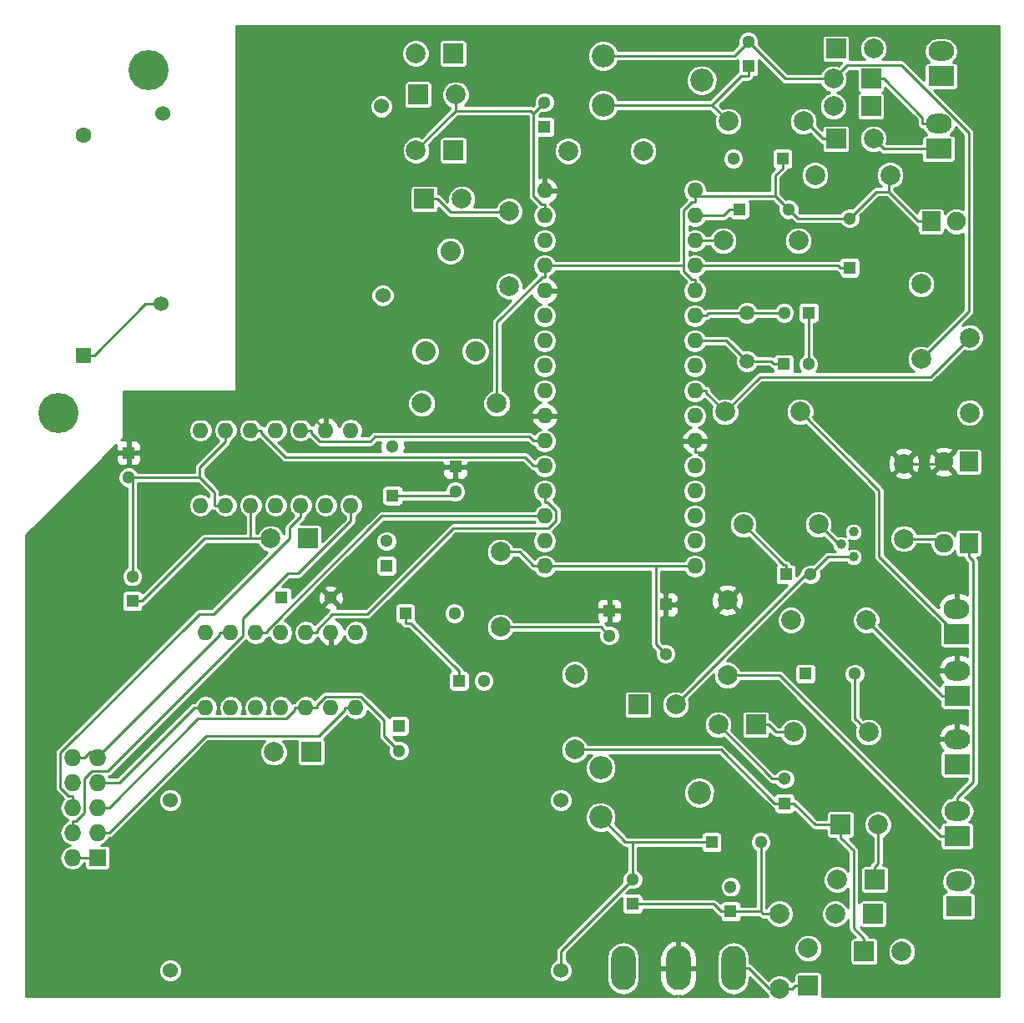
<source format=gtl>
G04 #@! TF.FileFunction,Copper,L1,Top,Signal*
%FSLAX46Y46*%
G04 Gerber Fmt 4.6, Leading zero omitted, Abs format (unit mm)*
G04 Created by KiCad (PCBNEW 4.0.7-e1-6374~58~ubuntu14.04.1) date Wed Aug  9 00:32:34 2017*
%MOMM*%
%LPD*%
G01*
G04 APERTURE LIST*
%ADD10C,0.100000*%
%ADD11R,1.300000X1.300000*%
%ADD12C,1.300000*%
%ADD13C,1.998980*%
%ADD14R,1.998980X1.998980*%
%ADD15R,1.900000X2.000000*%
%ADD16C,1.900000*%
%ADD17R,1.727200X1.727200*%
%ADD18O,1.727200X1.727200*%
%ADD19R,2.600000X2.000000*%
%ADD20O,2.600000X2.000000*%
%ADD21C,4.064000*%
%ADD22O,2.499360X4.500880*%
%ADD23C,1.524000*%
%ADD24O,1.600000X1.600000*%
%ADD25C,2.032000*%
%ADD26C,1.501140*%
%ADD27R,1.600000X1.600000*%
%ADD28C,1.600000*%
%ADD29C,1.000760*%
%ADD30C,2.340000*%
%ADD31C,0.250000*%
%ADD32C,0.254000*%
G04 APERTURE END LIST*
D10*
D11*
X85610700Y-109880000D03*
D12*
X85610700Y-107380000D03*
D11*
X146291000Y-141376000D03*
D12*
X146291000Y-138876000D03*
D11*
X144361000Y-134341000D03*
D12*
X149361000Y-134341000D03*
D11*
X118745000Y-117983000D03*
D12*
X121245000Y-117983000D03*
D11*
X153886000Y-117259000D03*
D12*
X158886000Y-117259000D03*
D11*
X112649000Y-122555000D03*
D12*
X112649000Y-125055000D03*
D11*
X111379000Y-106299000D03*
D12*
X111379000Y-103799000D03*
D11*
X113284000Y-111125000D03*
D12*
X118284000Y-111125000D03*
X136347000Y-138114000D03*
D11*
X136347000Y-140614000D03*
X133985000Y-110871000D03*
D12*
X133985000Y-113371000D03*
D11*
X118364000Y-96266000D03*
D12*
X118364000Y-98766000D03*
D11*
X100724000Y-109525000D03*
D12*
X105724000Y-109525000D03*
D11*
X111989000Y-99187000D03*
D12*
X111989000Y-94187000D03*
D11*
X85217000Y-94830900D03*
D12*
X85217000Y-97330900D03*
D11*
X139700000Y-110236000D03*
D12*
X139700000Y-115236000D03*
D11*
X147180000Y-70142100D03*
D12*
X152180000Y-70142100D03*
D11*
X151562000Y-64998600D03*
D12*
X146562000Y-64998600D03*
D11*
X151676000Y-85839300D03*
D12*
X154176000Y-85839300D03*
D11*
X154229000Y-80632300D03*
D12*
X151729000Y-80632300D03*
D11*
X158369000Y-76047600D03*
D12*
X158369000Y-71047600D03*
D11*
X151752000Y-130416000D03*
D12*
X151752000Y-127916000D03*
D11*
X127406000Y-61772800D03*
D12*
X127406000Y-59272800D03*
D13*
X99949000Y-125222000D03*
D14*
X103759000Y-125222000D03*
D13*
X99619000Y-103543000D03*
D14*
X103429000Y-103543000D03*
D13*
X154153000Y-145110000D03*
D14*
X154153000Y-148920000D03*
D15*
X170434000Y-95758000D03*
D16*
X167894000Y-95758000D03*
D13*
X163652000Y-145440000D03*
D14*
X159842000Y-145440000D03*
D13*
X156921000Y-141618000D03*
D14*
X160731000Y-141618000D03*
D13*
X157099000Y-138151000D03*
D14*
X160909000Y-138151000D03*
D13*
X161252000Y-132550000D03*
D14*
X157442000Y-132550000D03*
D13*
X119024000Y-69088000D03*
D14*
X115214000Y-69088000D03*
D13*
X114338000Y-54317900D03*
D14*
X118148000Y-54317900D03*
D13*
X114376000Y-64147700D03*
D14*
X118186000Y-64147700D03*
D13*
X118402000Y-58496200D03*
D14*
X114592000Y-58496200D03*
D15*
X170434000Y-104013000D03*
D16*
X167894000Y-104013000D03*
D17*
X82054700Y-135928000D03*
D18*
X79514700Y-135928000D03*
X82054700Y-133388000D03*
X79514700Y-133388000D03*
X82054700Y-130848000D03*
X79514700Y-130848000D03*
X82054700Y-128308000D03*
X79514700Y-128308000D03*
X82054700Y-125768000D03*
X79514700Y-125768000D03*
D19*
X169215000Y-113208000D03*
D20*
X169215000Y-110668000D03*
D19*
X169266000Y-126416000D03*
D20*
X169266000Y-123876000D03*
D19*
X169266000Y-119482000D03*
D20*
X169266000Y-116942000D03*
D19*
X169418000Y-140868000D03*
D20*
X169418000Y-138328000D03*
D21*
X78105000Y-90805000D03*
X87287100Y-56007000D03*
D19*
X169266000Y-133731000D03*
D20*
X169266000Y-131191000D03*
D22*
X140970000Y-147142000D03*
X146558000Y-147142000D03*
X135382000Y-147142000D03*
D13*
X151257000Y-141605000D03*
X151257000Y-149225000D03*
X170548000Y-83146900D03*
X170548000Y-90766900D03*
X145732000Y-90678000D03*
X153352000Y-90678000D03*
X154864000Y-66675000D03*
X162484000Y-66675000D03*
X160045000Y-111811000D03*
X152425000Y-111811000D03*
X153162000Y-73317100D03*
X145542000Y-73317100D03*
X122580000Y-89814400D03*
X114960000Y-89814400D03*
X130480000Y-124943000D03*
X130480000Y-117323000D03*
X137414000Y-64211200D03*
X129794000Y-64211200D03*
X123838000Y-70319900D03*
X123838000Y-77939900D03*
X163868000Y-95935800D03*
X163868000Y-103555800D03*
X145974000Y-109792000D03*
X145974000Y-117412000D03*
D23*
X110871000Y-59690000D03*
X110998000Y-78867000D03*
X88646000Y-60452000D03*
X88519000Y-79756000D03*
D24*
X93027500Y-120701000D03*
X95567500Y-120701000D03*
X98107500Y-120701000D03*
X100647500Y-120701000D03*
X103187500Y-120701000D03*
X105727500Y-120701000D03*
X108267500Y-120701000D03*
X108267500Y-113081000D03*
X105727500Y-113081000D03*
X103187500Y-113081000D03*
X100647500Y-113081000D03*
X98107500Y-113081000D03*
X95567500Y-113081000D03*
X93027500Y-113081000D03*
X92506800Y-100178000D03*
X95046800Y-100178000D03*
X97586800Y-100178000D03*
X100126800Y-100178000D03*
X102666800Y-100178000D03*
X105206800Y-100178000D03*
X107746800Y-100178000D03*
X107746800Y-92558000D03*
X105206800Y-92558000D03*
X102666800Y-92558000D03*
X100126800Y-92558000D03*
X97586800Y-92558000D03*
X95046800Y-92558000D03*
X92506800Y-92558000D03*
X142672000Y-106324000D03*
X142672000Y-103784000D03*
X142672000Y-101244000D03*
X142672000Y-98704000D03*
X142672000Y-96164000D03*
X142672000Y-93624000D03*
X142672000Y-91084000D03*
X142672000Y-88544000D03*
X142672000Y-86004000D03*
X142672000Y-83464000D03*
X142672000Y-80924000D03*
X142672000Y-78384000D03*
X142672000Y-75844000D03*
X142672000Y-73304000D03*
X142672000Y-70764000D03*
X142672000Y-68224000D03*
X127432000Y-68224000D03*
X127432000Y-70764000D03*
X127432000Y-73304000D03*
X127432000Y-75844000D03*
X127432000Y-78384000D03*
X127432000Y-80924000D03*
X127432000Y-83464000D03*
X127432000Y-86004000D03*
X127432000Y-88544000D03*
X127432000Y-91084000D03*
X127432000Y-93624000D03*
X127432000Y-96164000D03*
X127432000Y-98704000D03*
X127432000Y-101244000D03*
X127432000Y-103784000D03*
X127432000Y-106324000D03*
D25*
X115316000Y-84531200D03*
X117856000Y-74371200D03*
X120396000Y-84531200D03*
D26*
X147942000Y-80655160D03*
X147942000Y-85537040D03*
D27*
X80619600Y-84937600D03*
D28*
X80619600Y-62585600D03*
D23*
X129083000Y-147345000D03*
X129083000Y-130073000D03*
X89459000Y-130073000D03*
X89459000Y-147345000D03*
D11*
X151892000Y-107188000D03*
D12*
X154392000Y-107188000D03*
D11*
X148082000Y-55626000D03*
D12*
X148082000Y-53126000D03*
D13*
X140716000Y-120396000D03*
D14*
X136906000Y-120396000D03*
D13*
X145034000Y-122428000D03*
D14*
X148844000Y-122428000D03*
D15*
X166624000Y-71374000D03*
D16*
X169164000Y-71374000D03*
D13*
X160782000Y-62992000D03*
D14*
X156972000Y-62992000D03*
D13*
X156718000Y-59690000D03*
D14*
X160528000Y-59690000D03*
D13*
X156718000Y-56896000D03*
D14*
X160528000Y-56896000D03*
D13*
X160782000Y-53848000D03*
D14*
X156972000Y-53848000D03*
D19*
X167640000Y-56642000D03*
D20*
X167640000Y-54102000D03*
D19*
X167386000Y-64008000D03*
D20*
X167386000Y-61468000D03*
D13*
X122936000Y-112522000D03*
X122936000Y-104902000D03*
X160274000Y-123190000D03*
X152654000Y-123190000D03*
X147574000Y-102108000D03*
X155194000Y-102108000D03*
X165608000Y-85344000D03*
X165608000Y-77724000D03*
X153670000Y-61214000D03*
X146050000Y-61214000D03*
D29*
X157480000Y-104140000D03*
X158750000Y-102870000D03*
X158750000Y-105410000D03*
D30*
X133096000Y-126826000D03*
X143096000Y-129326000D03*
X133096000Y-131826000D03*
X133350000Y-54563000D03*
X143350000Y-57063000D03*
X133350000Y-59563000D03*
D31*
X146291000Y-141376000D02*
X147266300Y-141376000D01*
X85610700Y-109880000D02*
X86586000Y-109880000D01*
X144553700Y-140614000D02*
X145315700Y-141376000D01*
X136347000Y-140614000D02*
X144553700Y-140614000D01*
X146291000Y-141376000D02*
X145315700Y-141376000D01*
X113837600Y-112100300D02*
X113284000Y-112100300D01*
X118745000Y-117007700D02*
X113837600Y-112100300D01*
X118745000Y-117983000D02*
X118745000Y-117007700D01*
X113284000Y-111125000D02*
X113284000Y-112100300D01*
X97586800Y-103543000D02*
X97586800Y-100178000D01*
X99619000Y-103543000D02*
X97586800Y-103543000D01*
X92923000Y-103543000D02*
X86586000Y-109880000D01*
X97586800Y-103543000D02*
X92923000Y-103543000D01*
X149361000Y-141376000D02*
X147266300Y-141376000D01*
X149590000Y-141605000D02*
X149361000Y-141376000D01*
X151257000Y-141605000D02*
X149590000Y-141605000D01*
X149361000Y-141376000D02*
X149361000Y-134341000D01*
X158886000Y-121802000D02*
X158886000Y-117259000D01*
X160274000Y-123190000D02*
X158886000Y-121802000D01*
X95046800Y-100178000D02*
X93921500Y-100178000D01*
X150522000Y-127916000D02*
X151752000Y-127916000D01*
X145034000Y-122428000D02*
X150522000Y-127916000D01*
X124884700Y-104902000D02*
X122936000Y-104902000D01*
X126306700Y-106324000D02*
X124884700Y-104902000D01*
X127432000Y-106324000D02*
X126306700Y-106324000D01*
X129083000Y-145378000D02*
X129083000Y-147345000D01*
X136347000Y-138114000D02*
X129083000Y-145378000D01*
X122580000Y-81568100D02*
X122580000Y-89814400D01*
X127178800Y-76969300D02*
X122580000Y-81568100D01*
X127432000Y-76969300D02*
X127178800Y-76969300D01*
X127432000Y-75844000D02*
X127432000Y-76969300D01*
X138717700Y-114253700D02*
X139700000Y-115236000D01*
X138717700Y-106324000D02*
X138717700Y-114253700D01*
X127432000Y-106324000D02*
X138717700Y-106324000D01*
X138717700Y-106324000D02*
X142672000Y-106324000D01*
X144361000Y-134341000D02*
X143385700Y-134341000D01*
X136347000Y-134341000D02*
X143385700Y-134341000D01*
X135611000Y-134341000D02*
X136347000Y-134341000D01*
X133096000Y-131826000D02*
X135611000Y-134341000D01*
X136347000Y-134341000D02*
X136347000Y-138114000D01*
X142672000Y-78384000D02*
X142672000Y-77258700D01*
X154176000Y-81660600D02*
X154176000Y-85839300D01*
X154229000Y-81607600D02*
X154176000Y-81660600D01*
X154229000Y-80632300D02*
X154229000Y-81607600D01*
X153085500Y-71047600D02*
X158369000Y-71047600D01*
X152180000Y-70142100D02*
X153085500Y-71047600D01*
X166624000Y-71374000D02*
X165348700Y-71374000D01*
X162332100Y-66826900D02*
X162484000Y-66675000D01*
X162332100Y-68357400D02*
X162332100Y-66826900D01*
X161059200Y-68357400D02*
X162332100Y-68357400D01*
X158369000Y-71047600D02*
X161059200Y-68357400D01*
X162332100Y-68357400D02*
X165348700Y-71374000D01*
X170897100Y-105801400D02*
X170434000Y-105338300D01*
X170897100Y-128234600D02*
X170897100Y-105801400D01*
X169266000Y-129865700D02*
X170897100Y-128234600D01*
X169266000Y-131191000D02*
X169266000Y-129865700D01*
X170434000Y-104013000D02*
X170434000Y-105338300D01*
X93921500Y-98819200D02*
X92433200Y-97330900D01*
X93921500Y-100178000D02*
X93921500Y-98819200D01*
X92433200Y-96296900D02*
X95046800Y-93683300D01*
X92433200Y-97330900D02*
X92433200Y-96296900D01*
X95046800Y-92558000D02*
X95046800Y-93683300D01*
X85610700Y-97330900D02*
X85610700Y-107380000D01*
X92433200Y-97330900D02*
X85610700Y-97330900D01*
X85610700Y-97330900D02*
X85217000Y-97330900D01*
X127432000Y-75844000D02*
X128557300Y-75844000D01*
X141546600Y-75844000D02*
X128557300Y-75844000D01*
X141546600Y-70193400D02*
X141546600Y-75844000D01*
X142390700Y-69349300D02*
X141546600Y-70193400D01*
X142672000Y-69349300D02*
X142390700Y-69349300D01*
X142390700Y-77258700D02*
X142672000Y-77258700D01*
X141546600Y-76414600D02*
X142390700Y-77258700D01*
X141546600Y-75844000D02*
X141546600Y-76414600D01*
X142672000Y-68224000D02*
X142672000Y-68786600D01*
X142672000Y-68786600D02*
X142672000Y-69349300D01*
X150824500Y-66711400D02*
X151562000Y-65973900D01*
X150824500Y-68786600D02*
X150824500Y-66711400D01*
X142672000Y-68786600D02*
X150824500Y-68786600D01*
X150824500Y-68786600D02*
X152180000Y-70142100D01*
X151562000Y-64998600D02*
X151562000Y-65973900D01*
X82054700Y-125768000D02*
X82054700Y-125173500D01*
X81298100Y-125173500D02*
X80703600Y-125768000D01*
X82054700Y-125173500D02*
X81298100Y-125173500D01*
X79514700Y-125768000D02*
X80703600Y-125768000D01*
X82631000Y-125173500D02*
X82054700Y-125173500D01*
X94442200Y-113362300D02*
X82631000Y-125173500D01*
X94442200Y-113081000D02*
X94442200Y-113362300D01*
X95567500Y-113081000D02*
X94442200Y-113081000D01*
X127432000Y-70764000D02*
X127432000Y-69638700D01*
X126306600Y-68794600D02*
X126306600Y-60372200D01*
X127150700Y-69638700D02*
X126306600Y-68794600D01*
X127432000Y-69638700D02*
X127150700Y-69638700D01*
X126306600Y-60372200D02*
X127406000Y-59272800D01*
X126056100Y-60121700D02*
X126306600Y-60372200D01*
X118402000Y-60121700D02*
X126056100Y-60121700D01*
X118402000Y-58496200D02*
X118402000Y-60121700D01*
X118402000Y-60121700D02*
X114376000Y-64147700D01*
X111124400Y-123530400D02*
X112649000Y-125055000D01*
X111124400Y-121965900D02*
X111124400Y-123530400D01*
X108727800Y-119569300D02*
X111124400Y-121965900D01*
X105163200Y-119569300D02*
X108727800Y-119569300D01*
X104312800Y-120419700D02*
X105163200Y-119569300D01*
X104312800Y-120701000D02*
X104312800Y-120419700D01*
X103187500Y-120701000D02*
X104312800Y-120701000D01*
X102062200Y-120982400D02*
X102062200Y-120701000D01*
X101218300Y-121826300D02*
X102062200Y-120982400D01*
X92265300Y-121826300D02*
X101218300Y-121826300D01*
X83243600Y-130848000D02*
X92265300Y-121826300D01*
X82054700Y-130848000D02*
X83243600Y-130848000D01*
X103187500Y-120701000D02*
X102062200Y-120701000D01*
X79145200Y-129659100D02*
X79514700Y-129659100D01*
X78301300Y-128815200D02*
X79145200Y-129659100D01*
X78301300Y-125260500D02*
X78301300Y-128815200D01*
X92387800Y-111174000D02*
X78301300Y-125260500D01*
X93865400Y-111174000D02*
X92387800Y-111174000D01*
X101541500Y-103497900D02*
X93865400Y-111174000D01*
X101541500Y-102428600D02*
X101541500Y-103497900D01*
X102666800Y-101303300D02*
X101541500Y-102428600D01*
X102666800Y-100178000D02*
X102666800Y-101303300D01*
X79514700Y-130848000D02*
X79514700Y-129659100D01*
X127432000Y-91084000D02*
X128557300Y-91084000D01*
X167716200Y-95935800D02*
X163868000Y-95935800D01*
X167894000Y-95758000D02*
X167716200Y-95935800D01*
X89602300Y-91420900D02*
X86192300Y-94830900D01*
X104069700Y-91420900D02*
X89602300Y-91420900D01*
X105206800Y-92558000D02*
X104069700Y-91420900D01*
X85217000Y-94830900D02*
X86192300Y-94830900D01*
X139700000Y-110236000D02*
X140675300Y-110236000D01*
X131097300Y-93624000D02*
X142672000Y-93624000D01*
X128557300Y-91084000D02*
X131097300Y-93624000D01*
X143210400Y-107700900D02*
X143798800Y-107700900D01*
X140675300Y-110236000D02*
X143210400Y-107700900D01*
X143882900Y-107700900D02*
X145974000Y-109792000D01*
X143798800Y-107700900D02*
X143882900Y-107700900D01*
X142672000Y-93624000D02*
X142672000Y-94749300D01*
X143798800Y-95006600D02*
X143798800Y-107700900D01*
X143541500Y-94749300D02*
X143798800Y-95006600D01*
X142672000Y-94749300D02*
X143541500Y-94749300D01*
X157214700Y-89282500D02*
X163868000Y-95935800D01*
X149522900Y-89282500D02*
X157214700Y-89282500D01*
X143798800Y-95006600D02*
X149522900Y-89282500D01*
X133136000Y-112522000D02*
X133985000Y-113371000D01*
X122936000Y-112522000D02*
X133136000Y-112522000D01*
X117943000Y-99187000D02*
X118364000Y-98766000D01*
X111989000Y-99187000D02*
X117943000Y-99187000D01*
X145582800Y-70764000D02*
X146204700Y-70142100D01*
X142672000Y-70764000D02*
X145582800Y-70764000D01*
X147180000Y-70142100D02*
X146204700Y-70142100D01*
X145528900Y-73304000D02*
X145542000Y-73317100D01*
X142672000Y-73304000D02*
X145528900Y-73304000D01*
X150398400Y-85537000D02*
X150700700Y-85839300D01*
X147942000Y-85537000D02*
X150398400Y-85537000D01*
X151676000Y-85839300D02*
X150700700Y-85839300D01*
X145869000Y-83464000D02*
X147942000Y-85537000D01*
X142672000Y-83464000D02*
X145869000Y-83464000D01*
X151706100Y-80655200D02*
X147942000Y-80655200D01*
X151729000Y-80632300D02*
X151706100Y-80655200D01*
X144066100Y-80655200D02*
X143797300Y-80924000D01*
X147942000Y-80655200D02*
X144066100Y-80655200D01*
X142672000Y-80924000D02*
X143797300Y-80924000D01*
X157190100Y-75844000D02*
X157393700Y-76047600D01*
X142672000Y-75844000D02*
X157190100Y-75844000D01*
X158369000Y-76047600D02*
X157393700Y-76047600D01*
X145303700Y-124943000D02*
X150776700Y-130416000D01*
X130480000Y-124943000D02*
X145303700Y-124943000D01*
X151752000Y-130416000D02*
X150776700Y-130416000D01*
X151752000Y-130416000D02*
X152727300Y-130416000D01*
X159842000Y-145440000D02*
X159842000Y-144115200D01*
X154861300Y-132550000D02*
X152727300Y-130416000D01*
X157442000Y-132550000D02*
X154861300Y-132550000D01*
X158766800Y-143040000D02*
X159842000Y-144115200D01*
X158766800Y-135199600D02*
X158766800Y-143040000D01*
X157442000Y-133874800D02*
X158766800Y-135199600D01*
X157442000Y-132550000D02*
X157442000Y-133874800D01*
X86926500Y-79756000D02*
X81744900Y-84937600D01*
X88519000Y-79756000D02*
X86926500Y-79756000D01*
X80619600Y-84937600D02*
X81744900Y-84937600D01*
X154153000Y-148920000D02*
X152828200Y-148920000D01*
X152523200Y-149225000D02*
X151257000Y-149225000D01*
X152828200Y-148920000D02*
X152523200Y-149225000D01*
X150216000Y-149225000D02*
X148133000Y-147142000D01*
X151257000Y-149225000D02*
X150216000Y-149225000D01*
X146558000Y-147142000D02*
X148133000Y-147142000D01*
X161252000Y-136483200D02*
X160909000Y-136826200D01*
X161252000Y-132550000D02*
X161252000Y-136483200D01*
X160909000Y-138151000D02*
X160909000Y-136826200D01*
X117863600Y-70412800D02*
X116538800Y-69088000D01*
X123745100Y-70412800D02*
X117863600Y-70412800D01*
X123838000Y-70319900D02*
X123745100Y-70412800D01*
X115214000Y-69088000D02*
X116538800Y-69088000D01*
X167436800Y-103555800D02*
X167894000Y-104013000D01*
X163868000Y-103555800D02*
X167436800Y-103555800D01*
X93063400Y-123568200D02*
X83243600Y-133388000D01*
X104556300Y-123568200D02*
X93063400Y-123568200D01*
X107142200Y-120982300D02*
X104556300Y-123568200D01*
X107142200Y-120701000D02*
X107142200Y-120982300D01*
X108267500Y-120701000D02*
X107142200Y-120701000D01*
X82054700Y-133388000D02*
X83243600Y-133388000D01*
X79886300Y-132199100D02*
X79514700Y-132199100D01*
X80703600Y-131381800D02*
X79886300Y-132199100D01*
X80703600Y-127930900D02*
X80703600Y-131381800D01*
X81515500Y-127119000D02*
X80703600Y-127930900D01*
X83123500Y-127119000D02*
X81515500Y-127119000D01*
X96837500Y-113405000D02*
X83123500Y-127119000D01*
X96837500Y-111608700D02*
X96837500Y-113405000D01*
X101366900Y-107079300D02*
X96837500Y-111608700D01*
X102418000Y-107079300D02*
X101366900Y-107079300D01*
X107746800Y-101750500D02*
X102418000Y-107079300D01*
X107746800Y-100178000D02*
X107746800Y-101750500D01*
X79514700Y-133388000D02*
X79514700Y-132199100D01*
X93027500Y-120701000D02*
X91902200Y-120701000D01*
X84295200Y-128308000D02*
X82054700Y-128308000D01*
X91902200Y-120701000D02*
X84295200Y-128308000D01*
X79514700Y-135928000D02*
X82054700Y-135928000D01*
X161369900Y-105362900D02*
X169215000Y-113208000D01*
X161369900Y-98695900D02*
X161369900Y-105362900D01*
X153352000Y-90678000D02*
X161369900Y-98695900D01*
X167596900Y-133731000D02*
X169266000Y-133731000D01*
X151277900Y-117412000D02*
X167596900Y-133731000D01*
X145974000Y-117412000D02*
X151277900Y-117412000D01*
X142672000Y-88544000D02*
X143797300Y-88544000D01*
X143797300Y-88743300D02*
X145732000Y-90678000D01*
X143797300Y-88544000D02*
X143797300Y-88743300D01*
X149280600Y-87129400D02*
X145732000Y-90678000D01*
X166565500Y-87129400D02*
X149280600Y-87129400D01*
X170548000Y-83146900D02*
X166565500Y-87129400D01*
X104312800Y-112799700D02*
X104312800Y-113081000D01*
X105913900Y-111198600D02*
X104312800Y-112799700D01*
X109451400Y-111198600D02*
X105913900Y-111198600D01*
X118173600Y-102476400D02*
X109451400Y-111198600D01*
X127797400Y-102476400D02*
X118173600Y-102476400D01*
X128572000Y-101701800D02*
X127797400Y-102476400D01*
X128572000Y-100688000D02*
X128572000Y-101701800D01*
X127713300Y-99829300D02*
X128572000Y-100688000D01*
X127432000Y-99829300D02*
X127713300Y-99829300D01*
X127432000Y-98704000D02*
X127432000Y-99829300D01*
X103187500Y-113081000D02*
X104312800Y-113081000D01*
X99232800Y-112904100D02*
X99232800Y-113081000D01*
X110892900Y-101244000D02*
X99232800Y-112904100D01*
X127432000Y-101244000D02*
X110892900Y-101244000D01*
X98107500Y-113081000D02*
X99232800Y-113081000D01*
X103792100Y-92839400D02*
X103792100Y-92558000D01*
X104636000Y-93683300D02*
X103792100Y-92839400D01*
X109731700Y-93683300D02*
X104636000Y-93683300D01*
X110218800Y-93196200D02*
X109731700Y-93683300D01*
X125878900Y-93196200D02*
X110218800Y-93196200D01*
X126306700Y-93624000D02*
X125878900Y-93196200D01*
X127432000Y-93624000D02*
X126306700Y-93624000D01*
X102666800Y-92558000D02*
X103792100Y-92558000D01*
X98712100Y-92839300D02*
X98712100Y-92558000D01*
X101163500Y-95290700D02*
X98712100Y-92839300D01*
X125433400Y-95290700D02*
X101163500Y-95290700D01*
X126306700Y-96164000D02*
X125433400Y-95290700D01*
X127432000Y-96164000D02*
X126306700Y-96164000D01*
X97586800Y-92558000D02*
X98712100Y-92558000D01*
X151678700Y-106212700D02*
X151892000Y-106212700D01*
X147574000Y-102108000D02*
X151678700Y-106212700D01*
X151892000Y-107188000D02*
X151892000Y-106212700D01*
X146645000Y-54563000D02*
X148082000Y-53126000D01*
X133350000Y-54563000D02*
X146645000Y-54563000D01*
X156170000Y-105410000D02*
X154392000Y-107188000D01*
X158750000Y-105410000D02*
X156170000Y-105410000D01*
X153924000Y-107188000D02*
X140716000Y-120396000D01*
X154392000Y-107188000D02*
X153924000Y-107188000D01*
X167640700Y-119406700D02*
X167640700Y-119482000D01*
X160045000Y-111811000D02*
X167640700Y-119406700D01*
X169266000Y-119482000D02*
X167640700Y-119482000D01*
X151852000Y-56896000D02*
X148082000Y-53126000D01*
X156718000Y-56896000D02*
X151852000Y-56896000D01*
X170450300Y-80501700D02*
X165608000Y-85344000D01*
X170450300Y-62357900D02*
X170450300Y-80501700D01*
X163590800Y-55498400D02*
X170450300Y-62357900D01*
X158115600Y-55498400D02*
X163590800Y-55498400D01*
X156718000Y-56896000D02*
X158115600Y-55498400D01*
X147360700Y-56601300D02*
X144399000Y-59563000D01*
X148082000Y-56601300D02*
X147360700Y-56601300D01*
X133350000Y-59563000D02*
X144399000Y-59563000D01*
X144399000Y-59563000D02*
X146050000Y-61214000D01*
X148082000Y-55626000D02*
X148082000Y-56601300D01*
X150930800Y-123190000D02*
X150168800Y-122428000D01*
X152654000Y-123190000D02*
X150930800Y-123190000D01*
X148844000Y-122428000D02*
X150168800Y-122428000D01*
X161798000Y-64008000D02*
X160782000Y-62992000D01*
X167386000Y-64008000D02*
X161798000Y-64008000D01*
X153869200Y-61214000D02*
X155647200Y-62992000D01*
X153670000Y-61214000D02*
X153869200Y-61214000D01*
X156972000Y-62992000D02*
X155647200Y-62992000D01*
X165760700Y-60803900D02*
X161852800Y-56896000D01*
X165760700Y-61468000D02*
X165760700Y-60803900D01*
X160528000Y-56896000D02*
X161852800Y-56896000D01*
X167386000Y-61468000D02*
X165760700Y-61468000D01*
X157226000Y-104140000D02*
X155194000Y-102108000D01*
X157480000Y-104140000D02*
X157226000Y-104140000D01*
D32*
G36*
X173488000Y-149987000D02*
X155574184Y-149987000D01*
X155587855Y-149919490D01*
X155587855Y-147920510D01*
X155558081Y-147762273D01*
X155464563Y-147616943D01*
X155321871Y-147519446D01*
X155152490Y-147485145D01*
X153153510Y-147485145D01*
X152995273Y-147514919D01*
X152849943Y-147608437D01*
X152752446Y-147751129D01*
X152718145Y-147920510D01*
X152718145Y-148389891D01*
X152616958Y-148410018D01*
X152496875Y-148490256D01*
X152467025Y-148418014D01*
X152066097Y-148016385D01*
X151541991Y-147798758D01*
X150974498Y-147798263D01*
X150450014Y-148014975D01*
X150118028Y-148346382D01*
X148523323Y-146751677D01*
X148344242Y-146632018D01*
X148234680Y-146610225D01*
X148234680Y-146088786D01*
X148107050Y-145447148D01*
X148070537Y-145392502D01*
X152726263Y-145392502D01*
X152942975Y-145916986D01*
X153343903Y-146318615D01*
X153868009Y-146536242D01*
X154435502Y-146536737D01*
X154959986Y-146320025D01*
X155361615Y-145919097D01*
X155579242Y-145394991D01*
X155579737Y-144827498D01*
X155363025Y-144303014D01*
X154962097Y-143901385D01*
X154437991Y-143683758D01*
X153870498Y-143683263D01*
X153346014Y-143899975D01*
X152944385Y-144300903D01*
X152726758Y-144825009D01*
X152726263Y-145392502D01*
X148070537Y-145392502D01*
X147743592Y-144903194D01*
X147199638Y-144539736D01*
X146558000Y-144412106D01*
X145916362Y-144539736D01*
X145372408Y-144903194D01*
X145008950Y-145447148D01*
X144881320Y-146088786D01*
X144881320Y-148195214D01*
X145008950Y-148836852D01*
X145372408Y-149380806D01*
X145916362Y-149744264D01*
X146558000Y-149871894D01*
X147199638Y-149744264D01*
X147743592Y-149380806D01*
X148107050Y-148836852D01*
X148234680Y-148195214D01*
X148234680Y-148024326D01*
X149825677Y-149615323D01*
X149893553Y-149660677D01*
X150028387Y-149987000D01*
X141097002Y-149987000D01*
X141097002Y-149864012D01*
X141389595Y-149980138D01*
X141573903Y-149932578D01*
X142212867Y-149565233D01*
X142662616Y-148981329D01*
X142854680Y-148269760D01*
X142854680Y-147269000D01*
X141097000Y-147269000D01*
X141097000Y-147289000D01*
X140843000Y-147289000D01*
X140843000Y-147269000D01*
X139085320Y-147269000D01*
X139085320Y-148269760D01*
X139277384Y-148981329D01*
X139727133Y-149565233D01*
X140366097Y-149932578D01*
X140550405Y-149980138D01*
X140842998Y-149864012D01*
X140842998Y-149987000D01*
X74777600Y-149987000D01*
X74777600Y-147580469D01*
X88269794Y-147580469D01*
X88450427Y-148017635D01*
X88784606Y-148352397D01*
X89221456Y-148533793D01*
X89694469Y-148534206D01*
X90131635Y-148353573D01*
X90466397Y-148019394D01*
X90647793Y-147582544D01*
X90647794Y-147580469D01*
X127893794Y-147580469D01*
X128074427Y-148017635D01*
X128408606Y-148352397D01*
X128845456Y-148533793D01*
X129318469Y-148534206D01*
X129755635Y-148353573D01*
X130090397Y-148019394D01*
X130271793Y-147582544D01*
X130272206Y-147109531D01*
X130091573Y-146672365D01*
X129757394Y-146337603D01*
X129635000Y-146286781D01*
X129635000Y-146088786D01*
X133705320Y-146088786D01*
X133705320Y-148195214D01*
X133832950Y-148836852D01*
X134196408Y-149380806D01*
X134740362Y-149744264D01*
X135382000Y-149871894D01*
X136023638Y-149744264D01*
X136567592Y-149380806D01*
X136931050Y-148836852D01*
X137058680Y-148195214D01*
X137058680Y-146088786D01*
X137043852Y-146014240D01*
X139085320Y-146014240D01*
X139085320Y-147015000D01*
X140843000Y-147015000D01*
X140843000Y-144419989D01*
X141097000Y-144419989D01*
X141097000Y-147015000D01*
X142854680Y-147015000D01*
X142854680Y-146014240D01*
X142662616Y-145302671D01*
X142212867Y-144718767D01*
X141573903Y-144351422D01*
X141389595Y-144303862D01*
X141097000Y-144419989D01*
X140843000Y-144419989D01*
X140550405Y-144303862D01*
X140366097Y-144351422D01*
X139727133Y-144718767D01*
X139277384Y-145302671D01*
X139085320Y-146014240D01*
X137043852Y-146014240D01*
X136931050Y-145447148D01*
X136567592Y-144903194D01*
X136023638Y-144539736D01*
X135382000Y-144412106D01*
X134740362Y-144539736D01*
X134196408Y-144903194D01*
X133832950Y-145447148D01*
X133705320Y-146088786D01*
X129635000Y-146088786D01*
X129635000Y-145606646D01*
X135261635Y-139980011D01*
X135261635Y-141264000D01*
X135291409Y-141422237D01*
X135384927Y-141567567D01*
X135527619Y-141665064D01*
X135697000Y-141699365D01*
X136997000Y-141699365D01*
X137155237Y-141669591D01*
X137300567Y-141576073D01*
X137398064Y-141433381D01*
X137432365Y-141264000D01*
X137432365Y-141166000D01*
X144325054Y-141166000D01*
X144925377Y-141766323D01*
X145104458Y-141885982D01*
X145205635Y-141906107D01*
X145205635Y-142026000D01*
X145235409Y-142184237D01*
X145328927Y-142329567D01*
X145471619Y-142427064D01*
X145641000Y-142461365D01*
X146941000Y-142461365D01*
X147099237Y-142431591D01*
X147244567Y-142338073D01*
X147342064Y-142195381D01*
X147376365Y-142026000D01*
X147376365Y-141928000D01*
X149132354Y-141928000D01*
X149199677Y-141995323D01*
X149378758Y-142114982D01*
X149590000Y-142157000D01*
X149941617Y-142157000D01*
X150046975Y-142411986D01*
X150447903Y-142813615D01*
X150972009Y-143031242D01*
X151539502Y-143031737D01*
X152063986Y-142815025D01*
X152465615Y-142414097D01*
X152683242Y-141889991D01*
X152683737Y-141322498D01*
X152467025Y-140798014D01*
X152066097Y-140396385D01*
X151541991Y-140178758D01*
X150974498Y-140178263D01*
X150450014Y-140394975D01*
X150048385Y-140795903D01*
X149941629Y-141053000D01*
X149913000Y-141053000D01*
X149913000Y-135278235D01*
X149970275Y-135254569D01*
X150273504Y-134951868D01*
X150437813Y-134556168D01*
X150438187Y-134127711D01*
X150274569Y-133731725D01*
X149971868Y-133428496D01*
X149576168Y-133264187D01*
X149147711Y-133263813D01*
X148751725Y-133427431D01*
X148448496Y-133730132D01*
X148284187Y-134125832D01*
X148283813Y-134554289D01*
X148447431Y-134950275D01*
X148750132Y-135253504D01*
X148809000Y-135277948D01*
X148809000Y-140824000D01*
X147376365Y-140824000D01*
X147376365Y-140726000D01*
X147346591Y-140567763D01*
X147253073Y-140422433D01*
X147110381Y-140324936D01*
X146941000Y-140290635D01*
X145641000Y-140290635D01*
X145482763Y-140320409D01*
X145337433Y-140413927D01*
X145254967Y-140534621D01*
X144944023Y-140223677D01*
X144764942Y-140104018D01*
X144553700Y-140062000D01*
X137432365Y-140062000D01*
X137432365Y-139964000D01*
X137402591Y-139805763D01*
X137309073Y-139660433D01*
X137166381Y-139562936D01*
X136997000Y-139528635D01*
X135713011Y-139528635D01*
X136074598Y-139167048D01*
X136131832Y-139190813D01*
X136560289Y-139191187D01*
X136806901Y-139089289D01*
X145213813Y-139089289D01*
X145377431Y-139485275D01*
X145680132Y-139788504D01*
X146075832Y-139952813D01*
X146504289Y-139953187D01*
X146900275Y-139789569D01*
X147203504Y-139486868D01*
X147367813Y-139091168D01*
X147368187Y-138662711D01*
X147204569Y-138266725D01*
X146901868Y-137963496D01*
X146506168Y-137799187D01*
X146077711Y-137798813D01*
X145681725Y-137962431D01*
X145378496Y-138265132D01*
X145214187Y-138660832D01*
X145213813Y-139089289D01*
X136806901Y-139089289D01*
X136956275Y-139027569D01*
X137259504Y-138724868D01*
X137423813Y-138329168D01*
X137424187Y-137900711D01*
X137260569Y-137504725D01*
X136957868Y-137201496D01*
X136899000Y-137177052D01*
X136899000Y-134893000D01*
X143275635Y-134893000D01*
X143275635Y-134991000D01*
X143305409Y-135149237D01*
X143398927Y-135294567D01*
X143541619Y-135392064D01*
X143711000Y-135426365D01*
X145011000Y-135426365D01*
X145169237Y-135396591D01*
X145314567Y-135303073D01*
X145412064Y-135160381D01*
X145446365Y-134991000D01*
X145446365Y-133691000D01*
X145416591Y-133532763D01*
X145323073Y-133387433D01*
X145180381Y-133289936D01*
X145011000Y-133255635D01*
X143711000Y-133255635D01*
X143552763Y-133285409D01*
X143407433Y-133378927D01*
X143309936Y-133521619D01*
X143275635Y-133691000D01*
X143275635Y-133789000D01*
X135839646Y-133789000D01*
X134546894Y-132496248D01*
X134692722Y-132145057D01*
X134693277Y-131509731D01*
X134450660Y-130922554D01*
X134001809Y-130472919D01*
X133415057Y-130229278D01*
X132779731Y-130228723D01*
X132192554Y-130471340D01*
X131742919Y-130920191D01*
X131499278Y-131506943D01*
X131498723Y-132142269D01*
X131741340Y-132729446D01*
X132190191Y-133179081D01*
X132776943Y-133422722D01*
X133412269Y-133423277D01*
X133766334Y-133276980D01*
X135220677Y-134731323D01*
X135399758Y-134850982D01*
X135611000Y-134893000D01*
X135795000Y-134893000D01*
X135795000Y-137176765D01*
X135737725Y-137200431D01*
X135434496Y-137503132D01*
X135270187Y-137898832D01*
X135269813Y-138327289D01*
X135294154Y-138386200D01*
X128692677Y-144987677D01*
X128573018Y-145166758D01*
X128573018Y-145166759D01*
X128531000Y-145378000D01*
X128531000Y-146286582D01*
X128410365Y-146336427D01*
X128075603Y-146670606D01*
X127894207Y-147107456D01*
X127893794Y-147580469D01*
X90647794Y-147580469D01*
X90648206Y-147109531D01*
X90467573Y-146672365D01*
X90133394Y-146337603D01*
X89696544Y-146156207D01*
X89223531Y-146155794D01*
X88786365Y-146336427D01*
X88451603Y-146670606D01*
X88270207Y-147107456D01*
X88269794Y-147580469D01*
X74777600Y-147580469D01*
X74777600Y-125260500D01*
X77749300Y-125260500D01*
X77749300Y-128815200D01*
X77791318Y-129026442D01*
X77910977Y-129205523D01*
X78610183Y-129904729D01*
X78602108Y-129910124D01*
X78322341Y-130328825D01*
X78224100Y-130822716D01*
X78224100Y-130873284D01*
X78322341Y-131367175D01*
X78602108Y-131785876D01*
X78992949Y-132047027D01*
X78962700Y-132199100D01*
X78962700Y-132209184D01*
X78602108Y-132450124D01*
X78322341Y-132868825D01*
X78224100Y-133362716D01*
X78224100Y-133413284D01*
X78322341Y-133907175D01*
X78602108Y-134325876D01*
X79020809Y-134605643D01*
X79284025Y-134658000D01*
X79020809Y-134710357D01*
X78602108Y-134990124D01*
X78322341Y-135408825D01*
X78224100Y-135902716D01*
X78224100Y-135953284D01*
X78322341Y-136447175D01*
X78602108Y-136865876D01*
X79020809Y-137145643D01*
X79514700Y-137243884D01*
X80008591Y-137145643D01*
X80427292Y-136865876D01*
X80685126Y-136480000D01*
X80755735Y-136480000D01*
X80755735Y-136791600D01*
X80785509Y-136949837D01*
X80879027Y-137095167D01*
X81021719Y-137192664D01*
X81191100Y-137226965D01*
X82918300Y-137226965D01*
X83076537Y-137197191D01*
X83221867Y-137103673D01*
X83319364Y-136960981D01*
X83353665Y-136791600D01*
X83353665Y-135064400D01*
X83323891Y-134906163D01*
X83230373Y-134760833D01*
X83087681Y-134663336D01*
X82918300Y-134629035D01*
X82430991Y-134629035D01*
X82548591Y-134605643D01*
X82967292Y-134325876D01*
X83225126Y-133940000D01*
X83243600Y-133940000D01*
X83454842Y-133897982D01*
X83633923Y-133778323D01*
X87103777Y-130308469D01*
X88269794Y-130308469D01*
X88450427Y-130745635D01*
X88784606Y-131080397D01*
X89221456Y-131261793D01*
X89694469Y-131262206D01*
X90131635Y-131081573D01*
X90466397Y-130747394D01*
X90647793Y-130310544D01*
X90647794Y-130308469D01*
X127893794Y-130308469D01*
X128074427Y-130745635D01*
X128408606Y-131080397D01*
X128845456Y-131261793D01*
X129318469Y-131262206D01*
X129755635Y-131081573D01*
X130090397Y-130747394D01*
X130271793Y-130310544D01*
X130272206Y-129837531D01*
X130191526Y-129642269D01*
X141498723Y-129642269D01*
X141741340Y-130229446D01*
X142190191Y-130679081D01*
X142776943Y-130922722D01*
X143412269Y-130923277D01*
X143999446Y-130680660D01*
X144449081Y-130231809D01*
X144692722Y-129645057D01*
X144693277Y-129009731D01*
X144450660Y-128422554D01*
X144001809Y-127972919D01*
X143415057Y-127729278D01*
X142779731Y-127728723D01*
X142192554Y-127971340D01*
X141742919Y-128420191D01*
X141499278Y-129006943D01*
X141498723Y-129642269D01*
X130191526Y-129642269D01*
X130091573Y-129400365D01*
X129757394Y-129065603D01*
X129320544Y-128884207D01*
X128847531Y-128883794D01*
X128410365Y-129064427D01*
X128075603Y-129398606D01*
X127894207Y-129835456D01*
X127893794Y-130308469D01*
X90647794Y-130308469D01*
X90648206Y-129837531D01*
X90467573Y-129400365D01*
X90133394Y-129065603D01*
X89696544Y-128884207D01*
X89223531Y-128883794D01*
X88786365Y-129064427D01*
X88451603Y-129398606D01*
X88270207Y-129835456D01*
X88269794Y-130308469D01*
X87103777Y-130308469D01*
X93292046Y-124120200D01*
X99033600Y-124120200D01*
X98740385Y-124412903D01*
X98522758Y-124937009D01*
X98522263Y-125504502D01*
X98738975Y-126028986D01*
X99139903Y-126430615D01*
X99664009Y-126648242D01*
X100231502Y-126648737D01*
X100755986Y-126432025D01*
X101157615Y-126031097D01*
X101375242Y-125506991D01*
X101375737Y-124939498D01*
X101159025Y-124415014D01*
X100864726Y-124120200D01*
X102344864Y-124120200D01*
X102324145Y-124222510D01*
X102324145Y-126221490D01*
X102353919Y-126379727D01*
X102447437Y-126525057D01*
X102590129Y-126622554D01*
X102759510Y-126656855D01*
X104758490Y-126656855D01*
X104916727Y-126627081D01*
X105062057Y-126533563D01*
X105159554Y-126390871D01*
X105193855Y-126221490D01*
X105193855Y-124222510D01*
X105164081Y-124064273D01*
X105070563Y-123918943D01*
X105020446Y-123884700D01*
X107364876Y-121540270D01*
X107399880Y-121592658D01*
X107797947Y-121858638D01*
X108267500Y-121952038D01*
X108737053Y-121858638D01*
X109135120Y-121592658D01*
X109401100Y-121194591D01*
X109429528Y-121051674D01*
X110572400Y-122194546D01*
X110572400Y-123530400D01*
X110614418Y-123741642D01*
X110734077Y-123920723D01*
X111595952Y-124782598D01*
X111572187Y-124839832D01*
X111571813Y-125268289D01*
X111735431Y-125664275D01*
X112038132Y-125967504D01*
X112433832Y-126131813D01*
X112862289Y-126132187D01*
X113258275Y-125968569D01*
X113561504Y-125665868D01*
X113725813Y-125270168D01*
X113725851Y-125225502D01*
X129053263Y-125225502D01*
X129269975Y-125749986D01*
X129670903Y-126151615D01*
X130195009Y-126369242D01*
X130762502Y-126369737D01*
X131286986Y-126153025D01*
X131688615Y-125752097D01*
X131795371Y-125495000D01*
X132168853Y-125495000D01*
X131742919Y-125920191D01*
X131499278Y-126506943D01*
X131498723Y-127142269D01*
X131741340Y-127729446D01*
X132190191Y-128179081D01*
X132776943Y-128422722D01*
X133412269Y-128423277D01*
X133999446Y-128180660D01*
X134449081Y-127731809D01*
X134692722Y-127145057D01*
X134693277Y-126509731D01*
X134450660Y-125922554D01*
X134023851Y-125495000D01*
X145075054Y-125495000D01*
X150386377Y-130806323D01*
X150565458Y-130925982D01*
X150666635Y-130946107D01*
X150666635Y-131066000D01*
X150696409Y-131224237D01*
X150789927Y-131369567D01*
X150932619Y-131467064D01*
X151102000Y-131501365D01*
X152402000Y-131501365D01*
X152560237Y-131471591D01*
X152705567Y-131378073D01*
X152788033Y-131257379D01*
X154470977Y-132940323D01*
X154650058Y-133059982D01*
X154861300Y-133102000D01*
X156007145Y-133102000D01*
X156007145Y-133549490D01*
X156036919Y-133707727D01*
X156130437Y-133853057D01*
X156273129Y-133950554D01*
X156442510Y-133984855D01*
X156911891Y-133984855D01*
X156932018Y-134086042D01*
X157051677Y-134265123D01*
X158214800Y-135428246D01*
X158214800Y-137249624D01*
X157908097Y-136942385D01*
X157383991Y-136724758D01*
X156816498Y-136724263D01*
X156292014Y-136940975D01*
X155890385Y-137341903D01*
X155672758Y-137866009D01*
X155672263Y-138433502D01*
X155888975Y-138957986D01*
X156289903Y-139359615D01*
X156814009Y-139577242D01*
X157381502Y-139577737D01*
X157905986Y-139361025D01*
X158214800Y-139052750D01*
X158214800Y-141013765D01*
X158131025Y-140811014D01*
X157730097Y-140409385D01*
X157205991Y-140191758D01*
X156638498Y-140191263D01*
X156114014Y-140407975D01*
X155712385Y-140808903D01*
X155494758Y-141333009D01*
X155494263Y-141900502D01*
X155710975Y-142424986D01*
X156111903Y-142826615D01*
X156636009Y-143044242D01*
X157203502Y-143044737D01*
X157727986Y-142828025D01*
X158129615Y-142427097D01*
X158214800Y-142221948D01*
X158214800Y-143040000D01*
X158256818Y-143251242D01*
X158376477Y-143430323D01*
X158951299Y-144005145D01*
X158842510Y-144005145D01*
X158684273Y-144034919D01*
X158538943Y-144128437D01*
X158441446Y-144271129D01*
X158407145Y-144440510D01*
X158407145Y-146439490D01*
X158436919Y-146597727D01*
X158530437Y-146743057D01*
X158673129Y-146840554D01*
X158842510Y-146874855D01*
X160841490Y-146874855D01*
X160999727Y-146845081D01*
X161145057Y-146751563D01*
X161242554Y-146608871D01*
X161276855Y-146439490D01*
X161276855Y-145722502D01*
X162225263Y-145722502D01*
X162441975Y-146246986D01*
X162842903Y-146648615D01*
X163367009Y-146866242D01*
X163934502Y-146866737D01*
X164458986Y-146650025D01*
X164860615Y-146249097D01*
X165078242Y-145724991D01*
X165078737Y-145157498D01*
X164862025Y-144633014D01*
X164461097Y-144231385D01*
X163936991Y-144013758D01*
X163369498Y-144013263D01*
X162845014Y-144229975D01*
X162443385Y-144630903D01*
X162225758Y-145155009D01*
X162225263Y-145722502D01*
X161276855Y-145722502D01*
X161276855Y-144440510D01*
X161247081Y-144282273D01*
X161153563Y-144136943D01*
X161010871Y-144039446D01*
X160841490Y-144005145D01*
X160372109Y-144005145D01*
X160351982Y-143903959D01*
X160232323Y-143724877D01*
X159448061Y-142940615D01*
X159562129Y-143018554D01*
X159731510Y-143052855D01*
X161730490Y-143052855D01*
X161888727Y-143023081D01*
X162034057Y-142929563D01*
X162131554Y-142786871D01*
X162165855Y-142617490D01*
X162165855Y-140618510D01*
X162136081Y-140460273D01*
X162042563Y-140314943D01*
X161899871Y-140217446D01*
X161730490Y-140183145D01*
X159731510Y-140183145D01*
X159573273Y-140212919D01*
X159427943Y-140306437D01*
X159330446Y-140449129D01*
X159318800Y-140506638D01*
X159318800Y-137151510D01*
X159474145Y-137151510D01*
X159474145Y-139150490D01*
X159503919Y-139308727D01*
X159597437Y-139454057D01*
X159740129Y-139551554D01*
X159909510Y-139585855D01*
X161908490Y-139585855D01*
X162066727Y-139556081D01*
X162212057Y-139462563D01*
X162309554Y-139319871D01*
X162343855Y-139150490D01*
X162343855Y-138328000D01*
X167657166Y-138328000D01*
X167765790Y-138874089D01*
X168075125Y-139337041D01*
X168218191Y-139432635D01*
X168118000Y-139432635D01*
X167959763Y-139462409D01*
X167814433Y-139555927D01*
X167716936Y-139698619D01*
X167682635Y-139868000D01*
X167682635Y-141868000D01*
X167712409Y-142026237D01*
X167805927Y-142171567D01*
X167948619Y-142269064D01*
X168118000Y-142303365D01*
X170718000Y-142303365D01*
X170876237Y-142273591D01*
X171021567Y-142180073D01*
X171119064Y-142037381D01*
X171153365Y-141868000D01*
X171153365Y-139868000D01*
X171123591Y-139709763D01*
X171030073Y-139564433D01*
X170887381Y-139466936D01*
X170718000Y-139432635D01*
X170617809Y-139432635D01*
X170760875Y-139337041D01*
X171070210Y-138874089D01*
X171178834Y-138328000D01*
X171070210Y-137781911D01*
X170760875Y-137318959D01*
X170297923Y-137009624D01*
X169751834Y-136901000D01*
X169084166Y-136901000D01*
X168538077Y-137009624D01*
X168075125Y-137318959D01*
X167765790Y-137781911D01*
X167657166Y-138328000D01*
X162343855Y-138328000D01*
X162343855Y-137151510D01*
X162314081Y-136993273D01*
X162220563Y-136847943D01*
X162077871Y-136750446D01*
X161908490Y-136716145D01*
X161747480Y-136716145D01*
X161761982Y-136694441D01*
X161804000Y-136483200D01*
X161804000Y-133865383D01*
X162058986Y-133760025D01*
X162460615Y-133359097D01*
X162678242Y-132834991D01*
X162678737Y-132267498D01*
X162462025Y-131743014D01*
X162061097Y-131341385D01*
X161536991Y-131123758D01*
X160969498Y-131123263D01*
X160445014Y-131339975D01*
X160043385Y-131740903D01*
X159825758Y-132265009D01*
X159825263Y-132832502D01*
X160041975Y-133356986D01*
X160442903Y-133758615D01*
X160700000Y-133865371D01*
X160700000Y-136254554D01*
X160518677Y-136435877D01*
X160399018Y-136614958D01*
X160399018Y-136614959D01*
X160378891Y-136716145D01*
X159909510Y-136716145D01*
X159751273Y-136745919D01*
X159605943Y-136839437D01*
X159508446Y-136982129D01*
X159474145Y-137151510D01*
X159318800Y-137151510D01*
X159318800Y-135199600D01*
X159285973Y-135034567D01*
X159276782Y-134988358D01*
X159157123Y-134809277D01*
X158332701Y-133984855D01*
X158441490Y-133984855D01*
X158599727Y-133955081D01*
X158745057Y-133861563D01*
X158842554Y-133718871D01*
X158876855Y-133549490D01*
X158876855Y-131550510D01*
X158847081Y-131392273D01*
X158753563Y-131246943D01*
X158610871Y-131149446D01*
X158441490Y-131115145D01*
X156442510Y-131115145D01*
X156284273Y-131144919D01*
X156138943Y-131238437D01*
X156041446Y-131381129D01*
X156007145Y-131550510D01*
X156007145Y-131998000D01*
X155089946Y-131998000D01*
X153117623Y-130025677D01*
X152938542Y-129906018D01*
X152837365Y-129885893D01*
X152837365Y-129766000D01*
X152807591Y-129607763D01*
X152714073Y-129462433D01*
X152571381Y-129364936D01*
X152402000Y-129330635D01*
X151102000Y-129330635D01*
X150943763Y-129360409D01*
X150798433Y-129453927D01*
X150715967Y-129574621D01*
X145694023Y-124552677D01*
X145514942Y-124433018D01*
X145303700Y-124391000D01*
X131795383Y-124391000D01*
X131690025Y-124136014D01*
X131289097Y-123734385D01*
X130764991Y-123516758D01*
X130197498Y-123516263D01*
X129673014Y-123732975D01*
X129271385Y-124133903D01*
X129053758Y-124658009D01*
X129053263Y-125225502D01*
X113725851Y-125225502D01*
X113726187Y-124841711D01*
X113562569Y-124445725D01*
X113259868Y-124142496D01*
X112864168Y-123978187D01*
X112435711Y-123977813D01*
X112376800Y-124002154D01*
X112015011Y-123640365D01*
X113299000Y-123640365D01*
X113457237Y-123610591D01*
X113602567Y-123517073D01*
X113700064Y-123374381D01*
X113734365Y-123205000D01*
X113734365Y-122710502D01*
X143607263Y-122710502D01*
X143823975Y-123234986D01*
X144224903Y-123636615D01*
X144749009Y-123854242D01*
X145316502Y-123854737D01*
X145573784Y-123748430D01*
X150131677Y-128306323D01*
X150310758Y-128425982D01*
X150522000Y-128468000D01*
X150814765Y-128468000D01*
X150838431Y-128525275D01*
X151141132Y-128828504D01*
X151536832Y-128992813D01*
X151965289Y-128993187D01*
X152361275Y-128829569D01*
X152664504Y-128526868D01*
X152828813Y-128131168D01*
X152829187Y-127702711D01*
X152665569Y-127306725D01*
X152362868Y-127003496D01*
X151967168Y-126839187D01*
X151538711Y-126838813D01*
X151142725Y-127002431D01*
X150839496Y-127305132D01*
X150815052Y-127364000D01*
X150750646Y-127364000D01*
X146354439Y-122967793D01*
X146460242Y-122712991D01*
X146460737Y-122145498D01*
X146244025Y-121621014D01*
X146051857Y-121428510D01*
X147409145Y-121428510D01*
X147409145Y-123427490D01*
X147438919Y-123585727D01*
X147532437Y-123731057D01*
X147675129Y-123828554D01*
X147844510Y-123862855D01*
X149843490Y-123862855D01*
X150001727Y-123833081D01*
X150147057Y-123739563D01*
X150244554Y-123596871D01*
X150278855Y-123427490D01*
X150278855Y-123318701D01*
X150540477Y-123580323D01*
X150719558Y-123699982D01*
X150930800Y-123742000D01*
X151338617Y-123742000D01*
X151443975Y-123996986D01*
X151844903Y-124398615D01*
X152369009Y-124616242D01*
X152936502Y-124616737D01*
X153460986Y-124400025D01*
X153862615Y-123999097D01*
X154080242Y-123474991D01*
X154080737Y-122907498D01*
X153864025Y-122383014D01*
X153463097Y-121981385D01*
X152938991Y-121763758D01*
X152371498Y-121763263D01*
X151847014Y-121979975D01*
X151445385Y-122380903D01*
X151338629Y-122638000D01*
X151159446Y-122638000D01*
X150559123Y-122037677D01*
X150380042Y-121918018D01*
X150278855Y-121897891D01*
X150278855Y-121428510D01*
X150249081Y-121270273D01*
X150155563Y-121124943D01*
X150012871Y-121027446D01*
X149843490Y-120993145D01*
X147844510Y-120993145D01*
X147686273Y-121022919D01*
X147540943Y-121116437D01*
X147443446Y-121259129D01*
X147409145Y-121428510D01*
X146051857Y-121428510D01*
X145843097Y-121219385D01*
X145318991Y-121001758D01*
X144751498Y-121001263D01*
X144227014Y-121217975D01*
X143825385Y-121618903D01*
X143607758Y-122143009D01*
X143607263Y-122710502D01*
X113734365Y-122710502D01*
X113734365Y-121905000D01*
X113704591Y-121746763D01*
X113611073Y-121601433D01*
X113468381Y-121503936D01*
X113299000Y-121469635D01*
X111999000Y-121469635D01*
X111840763Y-121499409D01*
X111695433Y-121592927D01*
X111609931Y-121718064D01*
X111514723Y-121575577D01*
X109335656Y-119396510D01*
X135471145Y-119396510D01*
X135471145Y-121395490D01*
X135500919Y-121553727D01*
X135594437Y-121699057D01*
X135737129Y-121796554D01*
X135906510Y-121830855D01*
X137905490Y-121830855D01*
X138063727Y-121801081D01*
X138209057Y-121707563D01*
X138306554Y-121564871D01*
X138340855Y-121395490D01*
X138340855Y-120678502D01*
X139289263Y-120678502D01*
X139505975Y-121202986D01*
X139906903Y-121604615D01*
X140431009Y-121822242D01*
X140998502Y-121822737D01*
X141522986Y-121606025D01*
X141924615Y-121205097D01*
X142142242Y-120680991D01*
X142142737Y-120113498D01*
X142036430Y-119856216D01*
X144547568Y-117345078D01*
X144547263Y-117694502D01*
X144763975Y-118218986D01*
X145164903Y-118620615D01*
X145689009Y-118838242D01*
X146256502Y-118838737D01*
X146780986Y-118622025D01*
X147182615Y-118221097D01*
X147289371Y-117964000D01*
X151049254Y-117964000D01*
X167206577Y-134121323D01*
X167385658Y-134240982D01*
X167530635Y-134269819D01*
X167530635Y-134731000D01*
X167560409Y-134889237D01*
X167653927Y-135034567D01*
X167796619Y-135132064D01*
X167966000Y-135166365D01*
X170566000Y-135166365D01*
X170724237Y-135136591D01*
X170869567Y-135043073D01*
X170967064Y-134900381D01*
X171001365Y-134731000D01*
X171001365Y-132731000D01*
X170971591Y-132572763D01*
X170878073Y-132427433D01*
X170735381Y-132329936D01*
X170566000Y-132295635D01*
X170465809Y-132295635D01*
X170608875Y-132200041D01*
X170918210Y-131737089D01*
X171026834Y-131191000D01*
X170918210Y-130644911D01*
X170608875Y-130181959D01*
X170145923Y-129872624D01*
X170057342Y-129855004D01*
X171287423Y-128624923D01*
X171407082Y-128445842D01*
X171449100Y-128234600D01*
X171449100Y-105801400D01*
X171407082Y-105590159D01*
X171312338Y-105448365D01*
X171384000Y-105448365D01*
X171542237Y-105418591D01*
X171687567Y-105325073D01*
X171785064Y-105182381D01*
X171819365Y-105013000D01*
X171819365Y-103013000D01*
X171789591Y-102854763D01*
X171696073Y-102709433D01*
X171553381Y-102611936D01*
X171384000Y-102577635D01*
X169484000Y-102577635D01*
X169325763Y-102607409D01*
X169180433Y-102700927D01*
X169082936Y-102843619D01*
X169048635Y-103013000D01*
X169048635Y-103220579D01*
X168675026Y-102846317D01*
X168169104Y-102636240D01*
X167621299Y-102635762D01*
X167115011Y-102844956D01*
X166955890Y-103003800D01*
X165183383Y-103003800D01*
X165078025Y-102748814D01*
X164677097Y-102347185D01*
X164152991Y-102129558D01*
X163585498Y-102129063D01*
X163061014Y-102345775D01*
X162659385Y-102746703D01*
X162441758Y-103270809D01*
X162441263Y-103838302D01*
X162657975Y-104362786D01*
X163058903Y-104764415D01*
X163583009Y-104982042D01*
X164150502Y-104982537D01*
X164674986Y-104765825D01*
X165076615Y-104364897D01*
X165183371Y-104107800D01*
X166516917Y-104107800D01*
X166516762Y-104285701D01*
X166725956Y-104791989D01*
X167112974Y-105179683D01*
X167618896Y-105389760D01*
X168166701Y-105390238D01*
X168672989Y-105181044D01*
X169048635Y-104806053D01*
X169048635Y-105013000D01*
X169078409Y-105171237D01*
X169171927Y-105316567D01*
X169314619Y-105414064D01*
X169484000Y-105448365D01*
X169903893Y-105448365D01*
X169924018Y-105549542D01*
X170043677Y-105728623D01*
X170345100Y-106030046D01*
X170345100Y-109274562D01*
X170258020Y-109206058D01*
X169642000Y-109033000D01*
X169342000Y-109033000D01*
X169342000Y-110541000D01*
X169362000Y-110541000D01*
X169362000Y-110795000D01*
X169342000Y-110795000D01*
X169342000Y-110815000D01*
X169088000Y-110815000D01*
X169088000Y-110795000D01*
X169068000Y-110795000D01*
X169068000Y-110541000D01*
X169088000Y-110541000D01*
X169088000Y-109033000D01*
X168788000Y-109033000D01*
X168171980Y-109206058D01*
X167669078Y-109601683D01*
X167355856Y-110159645D01*
X167324876Y-110287566D01*
X167444222Y-110540998D01*
X167328644Y-110540998D01*
X161921900Y-105134254D01*
X161921900Y-98695900D01*
X161904408Y-98607959D01*
X161879882Y-98484658D01*
X161760223Y-98305577D01*
X160542609Y-97087963D01*
X162895443Y-97087963D01*
X162994042Y-97354765D01*
X163603582Y-97581201D01*
X164253377Y-97557141D01*
X164741958Y-97354765D01*
X164840557Y-97087963D01*
X163868000Y-96115405D01*
X162895443Y-97087963D01*
X160542609Y-97087963D01*
X159126028Y-95671382D01*
X162222599Y-95671382D01*
X162246659Y-96321177D01*
X162449035Y-96809758D01*
X162715837Y-96908357D01*
X163688395Y-95935800D01*
X164047605Y-95935800D01*
X165020163Y-96908357D01*
X165112183Y-96874350D01*
X166957255Y-96874350D01*
X167049792Y-97136019D01*
X167641398Y-97354188D01*
X168271461Y-97329352D01*
X168738208Y-97136019D01*
X168830745Y-96874350D01*
X167894000Y-95937605D01*
X166957255Y-96874350D01*
X165112183Y-96874350D01*
X165286965Y-96809758D01*
X165513401Y-96200218D01*
X165489341Y-95550423D01*
X165470692Y-95505398D01*
X166297812Y-95505398D01*
X166322648Y-96135461D01*
X166515981Y-96602208D01*
X166777650Y-96694745D01*
X167714395Y-95758000D01*
X168073605Y-95758000D01*
X169010350Y-96694745D01*
X169048635Y-96681206D01*
X169048635Y-96758000D01*
X169078409Y-96916237D01*
X169171927Y-97061567D01*
X169314619Y-97159064D01*
X169484000Y-97193365D01*
X171384000Y-97193365D01*
X171542237Y-97163591D01*
X171687567Y-97070073D01*
X171785064Y-96927381D01*
X171819365Y-96758000D01*
X171819365Y-94758000D01*
X171789591Y-94599763D01*
X171696073Y-94454433D01*
X171553381Y-94356936D01*
X171384000Y-94322635D01*
X169484000Y-94322635D01*
X169325763Y-94352409D01*
X169180433Y-94445927D01*
X169082936Y-94588619D01*
X169048635Y-94758000D01*
X169048635Y-94834794D01*
X169010350Y-94821255D01*
X168073605Y-95758000D01*
X167714395Y-95758000D01*
X166777650Y-94821255D01*
X166515981Y-94913792D01*
X166297812Y-95505398D01*
X165470692Y-95505398D01*
X165286965Y-95061842D01*
X165020163Y-94963243D01*
X164047605Y-95935800D01*
X163688395Y-95935800D01*
X162715837Y-94963243D01*
X162449035Y-95061842D01*
X162222599Y-95671382D01*
X159126028Y-95671382D01*
X158238283Y-94783637D01*
X162895443Y-94783637D01*
X163868000Y-95756195D01*
X164840557Y-94783637D01*
X164788085Y-94641650D01*
X166957255Y-94641650D01*
X167894000Y-95578395D01*
X168830745Y-94641650D01*
X168738208Y-94379981D01*
X168146602Y-94161812D01*
X167516539Y-94186648D01*
X167049792Y-94379981D01*
X166957255Y-94641650D01*
X164788085Y-94641650D01*
X164741958Y-94516835D01*
X164132418Y-94290399D01*
X163482623Y-94314459D01*
X162994042Y-94516835D01*
X162895443Y-94783637D01*
X158238283Y-94783637D01*
X154672439Y-91217793D01*
X154742361Y-91049402D01*
X169121263Y-91049402D01*
X169337975Y-91573886D01*
X169738903Y-91975515D01*
X170263009Y-92193142D01*
X170830502Y-92193637D01*
X171354986Y-91976925D01*
X171756615Y-91575997D01*
X171974242Y-91051891D01*
X171974737Y-90484398D01*
X171758025Y-89959914D01*
X171357097Y-89558285D01*
X170832991Y-89340658D01*
X170265498Y-89340163D01*
X169741014Y-89556875D01*
X169339385Y-89957803D01*
X169121758Y-90481909D01*
X169121263Y-91049402D01*
X154742361Y-91049402D01*
X154778242Y-90962991D01*
X154778737Y-90395498D01*
X154562025Y-89871014D01*
X154161097Y-89469385D01*
X153636991Y-89251758D01*
X153069498Y-89251263D01*
X152545014Y-89467975D01*
X152143385Y-89868903D01*
X151925758Y-90393009D01*
X151925263Y-90960502D01*
X152141975Y-91484986D01*
X152542903Y-91886615D01*
X153067009Y-92104242D01*
X153634502Y-92104737D01*
X153891784Y-91998430D01*
X160817900Y-98924546D01*
X160817900Y-105362900D01*
X160859918Y-105574142D01*
X160979577Y-105753223D01*
X167479635Y-112253281D01*
X167479635Y-114208000D01*
X167509409Y-114366237D01*
X167602927Y-114511567D01*
X167745619Y-114609064D01*
X167915000Y-114643365D01*
X170345100Y-114643365D01*
X170345100Y-115508442D01*
X170309020Y-115480058D01*
X169693000Y-115307000D01*
X169393000Y-115307000D01*
X169393000Y-116815000D01*
X169413000Y-116815000D01*
X169413000Y-117069000D01*
X169393000Y-117069000D01*
X169393000Y-117089000D01*
X169139000Y-117089000D01*
X169139000Y-117069000D01*
X167495223Y-117069000D01*
X167375876Y-117322434D01*
X167406856Y-117450355D01*
X167720078Y-118008317D01*
X167807142Y-118076809D01*
X167662433Y-118169927D01*
X167564936Y-118312619D01*
X167530635Y-118482000D01*
X167530635Y-118515989D01*
X165576212Y-116561566D01*
X167375876Y-116561566D01*
X167495223Y-116815000D01*
X169139000Y-116815000D01*
X169139000Y-115307000D01*
X168839000Y-115307000D01*
X168222980Y-115480058D01*
X167720078Y-115875683D01*
X167406856Y-116433645D01*
X167375876Y-116561566D01*
X165576212Y-116561566D01*
X161365439Y-112350793D01*
X161471242Y-112095991D01*
X161471737Y-111528498D01*
X161255025Y-111004014D01*
X160854097Y-110602385D01*
X160329991Y-110384758D01*
X159762498Y-110384263D01*
X159238014Y-110600975D01*
X158836385Y-111001903D01*
X158618758Y-111526009D01*
X158618263Y-112093502D01*
X158834975Y-112617986D01*
X159235903Y-113019615D01*
X159760009Y-113237242D01*
X160327502Y-113237737D01*
X160584784Y-113131430D01*
X167126776Y-119673422D01*
X167130718Y-119693241D01*
X167250377Y-119872323D01*
X167429459Y-119991982D01*
X167530635Y-120012107D01*
X167530635Y-120482000D01*
X167560409Y-120640237D01*
X167653927Y-120785567D01*
X167796619Y-120883064D01*
X167966000Y-120917365D01*
X170345100Y-120917365D01*
X170345100Y-122442442D01*
X170309020Y-122414058D01*
X169693000Y-122241000D01*
X169393000Y-122241000D01*
X169393000Y-123749000D01*
X169413000Y-123749000D01*
X169413000Y-124003000D01*
X169393000Y-124003000D01*
X169393000Y-124023000D01*
X169139000Y-124023000D01*
X169139000Y-124003000D01*
X167495223Y-124003000D01*
X167375876Y-124256434D01*
X167406856Y-124384355D01*
X167720078Y-124942317D01*
X167807142Y-125010809D01*
X167662433Y-125103927D01*
X167564936Y-125246619D01*
X167530635Y-125416000D01*
X167530635Y-127416000D01*
X167560409Y-127574237D01*
X167653927Y-127719567D01*
X167796619Y-127817064D01*
X167966000Y-127851365D01*
X170345100Y-127851365D01*
X170345100Y-128005954D01*
X168875677Y-129475377D01*
X168756018Y-129654458D01*
X168756018Y-129654459D01*
X168726075Y-129804994D01*
X168386077Y-129872624D01*
X167923125Y-130181959D01*
X167613790Y-130644911D01*
X167505166Y-131191000D01*
X167613790Y-131737089D01*
X167923125Y-132200041D01*
X168066191Y-132295635D01*
X167966000Y-132295635D01*
X167807763Y-132325409D01*
X167662433Y-132418927D01*
X167564936Y-132561619D01*
X167530635Y-132731000D01*
X167530635Y-132884089D01*
X151668223Y-117021677D01*
X151489142Y-116902018D01*
X151277900Y-116860000D01*
X147289383Y-116860000D01*
X147185672Y-116609000D01*
X152800635Y-116609000D01*
X152800635Y-117909000D01*
X152830409Y-118067237D01*
X152923927Y-118212567D01*
X153066619Y-118310064D01*
X153236000Y-118344365D01*
X154536000Y-118344365D01*
X154694237Y-118314591D01*
X154839567Y-118221073D01*
X154937064Y-118078381D01*
X154971365Y-117909000D01*
X154971365Y-117472289D01*
X157808813Y-117472289D01*
X157972431Y-117868275D01*
X158275132Y-118171504D01*
X158334000Y-118195948D01*
X158334000Y-121802000D01*
X158376018Y-122013242D01*
X158495677Y-122192323D01*
X158953561Y-122650207D01*
X158847758Y-122905009D01*
X158847263Y-123472502D01*
X159063975Y-123996986D01*
X159464903Y-124398615D01*
X159989009Y-124616242D01*
X160556502Y-124616737D01*
X161080986Y-124400025D01*
X161482615Y-123999097D01*
X161691698Y-123495566D01*
X167375876Y-123495566D01*
X167495223Y-123749000D01*
X169139000Y-123749000D01*
X169139000Y-122241000D01*
X168839000Y-122241000D01*
X168222980Y-122414058D01*
X167720078Y-122809683D01*
X167406856Y-123367645D01*
X167375876Y-123495566D01*
X161691698Y-123495566D01*
X161700242Y-123474991D01*
X161700737Y-122907498D01*
X161484025Y-122383014D01*
X161083097Y-121981385D01*
X160558991Y-121763758D01*
X159991498Y-121763263D01*
X159734216Y-121869570D01*
X159438000Y-121573354D01*
X159438000Y-118196235D01*
X159495275Y-118172569D01*
X159798504Y-117869868D01*
X159962813Y-117474168D01*
X159963187Y-117045711D01*
X159799569Y-116649725D01*
X159496868Y-116346496D01*
X159101168Y-116182187D01*
X158672711Y-116181813D01*
X158276725Y-116345431D01*
X157973496Y-116648132D01*
X157809187Y-117043832D01*
X157808813Y-117472289D01*
X154971365Y-117472289D01*
X154971365Y-116609000D01*
X154941591Y-116450763D01*
X154848073Y-116305433D01*
X154705381Y-116207936D01*
X154536000Y-116173635D01*
X153236000Y-116173635D01*
X153077763Y-116203409D01*
X152932433Y-116296927D01*
X152834936Y-116439619D01*
X152800635Y-116609000D01*
X147185672Y-116609000D01*
X147184025Y-116605014D01*
X146783097Y-116203385D01*
X146258991Y-115985758D01*
X145907195Y-115985451D01*
X149799144Y-112093502D01*
X150998263Y-112093502D01*
X151214975Y-112617986D01*
X151615903Y-113019615D01*
X152140009Y-113237242D01*
X152707502Y-113237737D01*
X153231986Y-113021025D01*
X153633615Y-112620097D01*
X153851242Y-112095991D01*
X153851737Y-111528498D01*
X153635025Y-111004014D01*
X153234097Y-110602385D01*
X152709991Y-110384758D01*
X152142498Y-110384263D01*
X151618014Y-110600975D01*
X151216385Y-111001903D01*
X150998758Y-111526009D01*
X150998263Y-112093502D01*
X149799144Y-112093502D01*
X153788912Y-108103734D01*
X154176832Y-108264813D01*
X154605289Y-108265187D01*
X155001275Y-108101569D01*
X155304504Y-107798868D01*
X155468813Y-107403168D01*
X155469187Y-106974711D01*
X155444846Y-106915800D01*
X156398646Y-105962000D01*
X157990667Y-105962000D01*
X158223996Y-106195736D01*
X158564724Y-106337218D01*
X158933658Y-106337540D01*
X159274632Y-106196653D01*
X159535736Y-105936004D01*
X159677218Y-105595276D01*
X159677540Y-105226342D01*
X159536653Y-104885368D01*
X159276004Y-104624264D01*
X158935276Y-104482782D01*
X158566342Y-104482460D01*
X158295477Y-104594379D01*
X158407218Y-104325276D01*
X158407540Y-103956342D01*
X158295621Y-103685477D01*
X158564724Y-103797218D01*
X158933658Y-103797540D01*
X159274632Y-103656653D01*
X159535736Y-103396004D01*
X159677218Y-103055276D01*
X159677540Y-102686342D01*
X159536653Y-102345368D01*
X159276004Y-102084264D01*
X158935276Y-101942782D01*
X158566342Y-101942460D01*
X158225368Y-102083347D01*
X157964264Y-102343996D01*
X157822782Y-102684724D01*
X157822460Y-103053658D01*
X157934379Y-103324523D01*
X157665276Y-103212782D01*
X157296342Y-103212460D01*
X157142622Y-103275976D01*
X156514439Y-102647793D01*
X156620242Y-102392991D01*
X156620737Y-101825498D01*
X156404025Y-101301014D01*
X156003097Y-100899385D01*
X155478991Y-100681758D01*
X154911498Y-100681263D01*
X154387014Y-100897975D01*
X153985385Y-101298903D01*
X153767758Y-101823009D01*
X153767263Y-102390502D01*
X153983975Y-102914986D01*
X154384903Y-103316615D01*
X154909009Y-103534242D01*
X155476502Y-103534737D01*
X155733784Y-103428430D01*
X156552527Y-104247173D01*
X156552460Y-104323658D01*
X156693347Y-104664632D01*
X156886378Y-104858000D01*
X156170000Y-104858000D01*
X155958758Y-104900018D01*
X155779677Y-105019677D01*
X154664402Y-106134952D01*
X154607168Y-106111187D01*
X154178711Y-106110813D01*
X153782725Y-106274431D01*
X153479496Y-106577132D01*
X153315187Y-106972832D01*
X153315149Y-107016205D01*
X152977365Y-107353989D01*
X152977365Y-106538000D01*
X152947591Y-106379763D01*
X152854073Y-106234433D01*
X152711381Y-106136936D01*
X152542000Y-106102635D01*
X152422107Y-106102635D01*
X152401982Y-106001459D01*
X152282323Y-105822377D01*
X152103241Y-105702718D01*
X151911156Y-105664510D01*
X148894439Y-102647793D01*
X149000242Y-102392991D01*
X149000737Y-101825498D01*
X148784025Y-101301014D01*
X148383097Y-100899385D01*
X147858991Y-100681758D01*
X147291498Y-100681263D01*
X146767014Y-100897975D01*
X146365385Y-101298903D01*
X146147758Y-101823009D01*
X146147263Y-102390502D01*
X146363975Y-102914986D01*
X146764903Y-103316615D01*
X147289009Y-103534242D01*
X147856502Y-103534737D01*
X148113784Y-103428430D01*
X150927412Y-106242058D01*
X150840936Y-106368619D01*
X150806635Y-106538000D01*
X150806635Y-107838000D01*
X150836409Y-107996237D01*
X150929927Y-108141567D01*
X151072619Y-108239064D01*
X151242000Y-108273365D01*
X152057989Y-108273365D01*
X141255793Y-119075561D01*
X141000991Y-118969758D01*
X140433498Y-118969263D01*
X139909014Y-119185975D01*
X139507385Y-119586903D01*
X139289758Y-120111009D01*
X139289263Y-120678502D01*
X138340855Y-120678502D01*
X138340855Y-119396510D01*
X138311081Y-119238273D01*
X138217563Y-119092943D01*
X138074871Y-118995446D01*
X137905490Y-118961145D01*
X135906510Y-118961145D01*
X135748273Y-118990919D01*
X135602943Y-119084437D01*
X135505446Y-119227129D01*
X135471145Y-119396510D01*
X109335656Y-119396510D01*
X109118123Y-119178977D01*
X108939042Y-119059318D01*
X108727800Y-119017300D01*
X105163200Y-119017300D01*
X104951958Y-119059318D01*
X104772877Y-119178977D01*
X104090124Y-119861730D01*
X104055120Y-119809342D01*
X103657053Y-119543362D01*
X103187500Y-119449962D01*
X102717947Y-119543362D01*
X102319880Y-119809342D01*
X102092928Y-120149000D01*
X102062200Y-120149000D01*
X101850959Y-120191018D01*
X101786418Y-120234143D01*
X101781100Y-120207409D01*
X101515120Y-119809342D01*
X101117053Y-119543362D01*
X100647500Y-119449962D01*
X100177947Y-119543362D01*
X99779880Y-119809342D01*
X99513900Y-120207409D01*
X99420500Y-120676962D01*
X99420500Y-120725038D01*
X99513900Y-121194591D01*
X99567160Y-121274300D01*
X99187840Y-121274300D01*
X99241100Y-121194591D01*
X99334500Y-120725038D01*
X99334500Y-120676962D01*
X99241100Y-120207409D01*
X98975120Y-119809342D01*
X98577053Y-119543362D01*
X98107500Y-119449962D01*
X97637947Y-119543362D01*
X97239880Y-119809342D01*
X96973900Y-120207409D01*
X96880500Y-120676962D01*
X96880500Y-120725038D01*
X96973900Y-121194591D01*
X97027160Y-121274300D01*
X96647840Y-121274300D01*
X96701100Y-121194591D01*
X96794500Y-120725038D01*
X96794500Y-120676962D01*
X96701100Y-120207409D01*
X96435120Y-119809342D01*
X96037053Y-119543362D01*
X95567500Y-119449962D01*
X95097947Y-119543362D01*
X94699880Y-119809342D01*
X94433900Y-120207409D01*
X94340500Y-120676962D01*
X94340500Y-120725038D01*
X94433900Y-121194591D01*
X94487160Y-121274300D01*
X94107840Y-121274300D01*
X94161100Y-121194591D01*
X94254500Y-120725038D01*
X94254500Y-120676962D01*
X94161100Y-120207409D01*
X93895120Y-119809342D01*
X93497053Y-119543362D01*
X93027500Y-119449962D01*
X92557947Y-119543362D01*
X92159880Y-119809342D01*
X91932928Y-120149000D01*
X91902200Y-120149000D01*
X91690959Y-120191018D01*
X91511877Y-120310677D01*
X84066554Y-127756000D01*
X83225126Y-127756000D01*
X83163072Y-127663129D01*
X83334742Y-127628982D01*
X83513823Y-127509323D01*
X97164020Y-113859126D01*
X97239880Y-113972658D01*
X97637947Y-114238638D01*
X98107500Y-114332038D01*
X98577053Y-114238638D01*
X98975120Y-113972658D01*
X99202072Y-113633000D01*
X99232800Y-113633000D01*
X99444041Y-113590982D01*
X99508582Y-113547857D01*
X99513900Y-113574591D01*
X99779880Y-113972658D01*
X100177947Y-114238638D01*
X100647500Y-114332038D01*
X101117053Y-114238638D01*
X101515120Y-113972658D01*
X101781100Y-113574591D01*
X101874500Y-113105038D01*
X101874500Y-113056962D01*
X101781100Y-112587409D01*
X101515120Y-112189342D01*
X101117053Y-111923362D01*
X101014569Y-111902977D01*
X103573468Y-109344078D01*
X104426378Y-109344078D01*
X104455917Y-109854428D01*
X104594389Y-110188729D01*
X104824984Y-110244410D01*
X105544395Y-109525000D01*
X105903605Y-109525000D01*
X106623016Y-110244410D01*
X106853611Y-110188729D01*
X107021622Y-109705922D01*
X106992083Y-109195572D01*
X106853611Y-108861271D01*
X106623016Y-108805590D01*
X105903605Y-109525000D01*
X105544395Y-109525000D01*
X104824984Y-108805590D01*
X104594389Y-108861271D01*
X104426378Y-109344078D01*
X103573468Y-109344078D01*
X104291562Y-108625984D01*
X105004590Y-108625984D01*
X105724000Y-109345395D01*
X106443410Y-108625984D01*
X106387729Y-108395389D01*
X105904922Y-108227378D01*
X105394572Y-108256917D01*
X105060271Y-108395389D01*
X105004590Y-108625984D01*
X104291562Y-108625984D01*
X107268546Y-105649000D01*
X110293635Y-105649000D01*
X110293635Y-106949000D01*
X110323409Y-107107237D01*
X110416927Y-107252567D01*
X110559619Y-107350064D01*
X110729000Y-107384365D01*
X112029000Y-107384365D01*
X112187237Y-107354591D01*
X112332567Y-107261073D01*
X112430064Y-107118381D01*
X112464365Y-106949000D01*
X112464365Y-105649000D01*
X112434591Y-105490763D01*
X112341073Y-105345433D01*
X112198381Y-105247936D01*
X112029000Y-105213635D01*
X110729000Y-105213635D01*
X110570763Y-105243409D01*
X110425433Y-105336927D01*
X110327936Y-105479619D01*
X110293635Y-105649000D01*
X107268546Y-105649000D01*
X108905257Y-104012289D01*
X110301813Y-104012289D01*
X110465431Y-104408275D01*
X110768132Y-104711504D01*
X111163832Y-104875813D01*
X111592289Y-104876187D01*
X111988275Y-104712569D01*
X112291504Y-104409868D01*
X112455813Y-104014168D01*
X112456187Y-103585711D01*
X112292569Y-103189725D01*
X111989868Y-102886496D01*
X111594168Y-102722187D01*
X111165711Y-102721813D01*
X110769725Y-102885431D01*
X110466496Y-103188132D01*
X110302187Y-103583832D01*
X110301813Y-104012289D01*
X108905257Y-104012289D01*
X111121546Y-101796000D01*
X126329451Y-101796000D01*
X126415246Y-101924400D01*
X118173600Y-101924400D01*
X117962359Y-101966418D01*
X117783277Y-102086077D01*
X109222754Y-110646600D01*
X106389663Y-110646600D01*
X106443410Y-110424016D01*
X105724000Y-109704605D01*
X105004590Y-110424016D01*
X105060271Y-110654611D01*
X105517969Y-110813885D01*
X104090124Y-112241730D01*
X104055120Y-112189342D01*
X103657053Y-111923362D01*
X103187500Y-111829962D01*
X102717947Y-111923362D01*
X102319880Y-112189342D01*
X102053900Y-112587409D01*
X101960500Y-113056962D01*
X101960500Y-113105038D01*
X102053900Y-113574591D01*
X102319880Y-113972658D01*
X102717947Y-114238638D01*
X103187500Y-114332038D01*
X103657053Y-114238638D01*
X104055120Y-113972658D01*
X104282072Y-113633000D01*
X104312800Y-113633000D01*
X104421418Y-113611395D01*
X104575111Y-113936134D01*
X104990077Y-114312041D01*
X105378461Y-114472904D01*
X105600500Y-114350915D01*
X105600500Y-113208000D01*
X105580500Y-113208000D01*
X105580500Y-112954000D01*
X105600500Y-112954000D01*
X105600500Y-112934000D01*
X105854500Y-112934000D01*
X105854500Y-112954000D01*
X105874500Y-112954000D01*
X105874500Y-113208000D01*
X105854500Y-113208000D01*
X105854500Y-114350915D01*
X106076539Y-114472904D01*
X106464923Y-114312041D01*
X106879889Y-113936134D01*
X107109369Y-113451265D01*
X107133900Y-113574591D01*
X107399880Y-113972658D01*
X107797947Y-114238638D01*
X108267500Y-114332038D01*
X108737053Y-114238638D01*
X109135120Y-113972658D01*
X109401100Y-113574591D01*
X109494500Y-113105038D01*
X109494500Y-113056962D01*
X109401100Y-112587409D01*
X109135120Y-112189342D01*
X108737053Y-111923362D01*
X108267500Y-111829962D01*
X107797947Y-111923362D01*
X107399880Y-112189342D01*
X107133900Y-112587409D01*
X107109369Y-112710735D01*
X106879889Y-112225866D01*
X106464923Y-111849959D01*
X106225033Y-111750600D01*
X109451400Y-111750600D01*
X109662642Y-111708582D01*
X109841723Y-111588923D01*
X110955646Y-110475000D01*
X112198635Y-110475000D01*
X112198635Y-111775000D01*
X112228409Y-111933237D01*
X112321927Y-112078567D01*
X112464619Y-112176064D01*
X112634000Y-112210365D01*
X112753893Y-112210365D01*
X112774018Y-112311541D01*
X112893677Y-112490623D01*
X113072759Y-112610282D01*
X113284000Y-112652300D01*
X113608954Y-112652300D01*
X117904697Y-116948043D01*
X117791433Y-117020927D01*
X117693936Y-117163619D01*
X117659635Y-117333000D01*
X117659635Y-118633000D01*
X117689409Y-118791237D01*
X117782927Y-118936567D01*
X117925619Y-119034064D01*
X118095000Y-119068365D01*
X119395000Y-119068365D01*
X119553237Y-119038591D01*
X119698567Y-118945073D01*
X119796064Y-118802381D01*
X119830365Y-118633000D01*
X119830365Y-118196289D01*
X120167813Y-118196289D01*
X120331431Y-118592275D01*
X120634132Y-118895504D01*
X121029832Y-119059813D01*
X121458289Y-119060187D01*
X121854275Y-118896569D01*
X122157504Y-118593868D01*
X122321813Y-118198168D01*
X122322187Y-117769711D01*
X122254338Y-117605502D01*
X129053263Y-117605502D01*
X129269975Y-118129986D01*
X129670903Y-118531615D01*
X130195009Y-118749242D01*
X130762502Y-118749737D01*
X131286986Y-118533025D01*
X131688615Y-118132097D01*
X131906242Y-117607991D01*
X131906737Y-117040498D01*
X131690025Y-116516014D01*
X131289097Y-116114385D01*
X130764991Y-115896758D01*
X130197498Y-115896263D01*
X129673014Y-116112975D01*
X129271385Y-116513903D01*
X129053758Y-117038009D01*
X129053263Y-117605502D01*
X122254338Y-117605502D01*
X122158569Y-117373725D01*
X121855868Y-117070496D01*
X121460168Y-116906187D01*
X121031711Y-116905813D01*
X120635725Y-117069431D01*
X120332496Y-117372132D01*
X120168187Y-117767832D01*
X120167813Y-118196289D01*
X119830365Y-118196289D01*
X119830365Y-117333000D01*
X119800591Y-117174763D01*
X119707073Y-117029433D01*
X119564381Y-116931936D01*
X119395000Y-116897635D01*
X119275107Y-116897635D01*
X119254982Y-116796459D01*
X119254982Y-116796458D01*
X119135323Y-116617377D01*
X115322448Y-112804502D01*
X121509263Y-112804502D01*
X121725975Y-113328986D01*
X122126903Y-113730615D01*
X122651009Y-113948242D01*
X123218502Y-113948737D01*
X123742986Y-113732025D01*
X124144615Y-113331097D01*
X124251371Y-113074000D01*
X132907354Y-113074000D01*
X132931952Y-113098598D01*
X132908187Y-113155832D01*
X132907813Y-113584289D01*
X133071431Y-113980275D01*
X133374132Y-114283504D01*
X133769832Y-114447813D01*
X134198289Y-114448187D01*
X134594275Y-114284569D01*
X134897504Y-113981868D01*
X135061813Y-113586168D01*
X135062187Y-113157711D01*
X134898569Y-112761725D01*
X134595868Y-112458496D01*
X134200168Y-112294187D01*
X133771711Y-112293813D01*
X133712800Y-112318154D01*
X133550646Y-112156000D01*
X133699250Y-112156000D01*
X133858000Y-111997250D01*
X133858000Y-110998000D01*
X134112000Y-110998000D01*
X134112000Y-111997250D01*
X134270750Y-112156000D01*
X134761310Y-112156000D01*
X134994699Y-112059327D01*
X135173327Y-111880698D01*
X135270000Y-111647309D01*
X135270000Y-111156750D01*
X135111250Y-110998000D01*
X134112000Y-110998000D01*
X133858000Y-110998000D01*
X132858750Y-110998000D01*
X132700000Y-111156750D01*
X132700000Y-111647309D01*
X132796673Y-111880698D01*
X132885975Y-111970000D01*
X124251383Y-111970000D01*
X124146025Y-111715014D01*
X123745097Y-111313385D01*
X123220991Y-111095758D01*
X122653498Y-111095263D01*
X122129014Y-111311975D01*
X121727385Y-111712903D01*
X121509758Y-112237009D01*
X121509263Y-112804502D01*
X115322448Y-112804502D01*
X114356496Y-111838550D01*
X114369365Y-111775000D01*
X114369365Y-111338289D01*
X117206813Y-111338289D01*
X117370431Y-111734275D01*
X117673132Y-112037504D01*
X118068832Y-112201813D01*
X118497289Y-112202187D01*
X118893275Y-112038569D01*
X119196504Y-111735868D01*
X119360813Y-111340168D01*
X119361187Y-110911711D01*
X119197569Y-110515725D01*
X118894868Y-110212496D01*
X118611163Y-110094691D01*
X132700000Y-110094691D01*
X132700000Y-110585250D01*
X132858750Y-110744000D01*
X133858000Y-110744000D01*
X133858000Y-109744750D01*
X134112000Y-109744750D01*
X134112000Y-110744000D01*
X135111250Y-110744000D01*
X135270000Y-110585250D01*
X135270000Y-110094691D01*
X135173327Y-109861302D01*
X134994699Y-109682673D01*
X134761310Y-109586000D01*
X134270750Y-109586000D01*
X134112000Y-109744750D01*
X133858000Y-109744750D01*
X133699250Y-109586000D01*
X133208690Y-109586000D01*
X132975301Y-109682673D01*
X132796673Y-109861302D01*
X132700000Y-110094691D01*
X118611163Y-110094691D01*
X118499168Y-110048187D01*
X118070711Y-110047813D01*
X117674725Y-110211431D01*
X117371496Y-110514132D01*
X117207187Y-110909832D01*
X117206813Y-111338289D01*
X114369365Y-111338289D01*
X114369365Y-110475000D01*
X114339591Y-110316763D01*
X114246073Y-110171433D01*
X114103381Y-110073936D01*
X113934000Y-110039635D01*
X112634000Y-110039635D01*
X112475763Y-110069409D01*
X112330433Y-110162927D01*
X112232936Y-110305619D01*
X112198635Y-110475000D01*
X110955646Y-110475000D01*
X116246144Y-105184502D01*
X121509263Y-105184502D01*
X121725975Y-105708986D01*
X122126903Y-106110615D01*
X122651009Y-106328242D01*
X123218502Y-106328737D01*
X123742986Y-106112025D01*
X124144615Y-105711097D01*
X124251371Y-105454000D01*
X124656054Y-105454000D01*
X125916377Y-106714323D01*
X126095458Y-106833982D01*
X126306700Y-106876000D01*
X126329451Y-106876000D01*
X126540342Y-107191620D01*
X126938409Y-107457600D01*
X127407962Y-107551000D01*
X127456038Y-107551000D01*
X127925591Y-107457600D01*
X128323658Y-107191620D01*
X128534549Y-106876000D01*
X138165700Y-106876000D01*
X138165700Y-114253700D01*
X138207718Y-114464942D01*
X138327377Y-114644023D01*
X138646952Y-114963598D01*
X138623187Y-115020832D01*
X138622813Y-115449289D01*
X138786431Y-115845275D01*
X139089132Y-116148504D01*
X139484832Y-116312813D01*
X139913289Y-116313187D01*
X140309275Y-116149569D01*
X140612504Y-115846868D01*
X140776813Y-115451168D01*
X140777187Y-115022711D01*
X140613569Y-114626725D01*
X140310868Y-114323496D01*
X139915168Y-114159187D01*
X139486711Y-114158813D01*
X139427800Y-114183154D01*
X139269700Y-114025054D01*
X139269700Y-111521000D01*
X139414250Y-111521000D01*
X139573000Y-111362250D01*
X139573000Y-110363000D01*
X139827000Y-110363000D01*
X139827000Y-111362250D01*
X139985750Y-111521000D01*
X140476310Y-111521000D01*
X140709699Y-111424327D01*
X140888327Y-111245698D01*
X140985000Y-111012309D01*
X140985000Y-110944163D01*
X145001443Y-110944163D01*
X145100042Y-111210965D01*
X145709582Y-111437401D01*
X146359377Y-111413341D01*
X146847958Y-111210965D01*
X146946557Y-110944163D01*
X145974000Y-109971605D01*
X145001443Y-110944163D01*
X140985000Y-110944163D01*
X140985000Y-110521750D01*
X140826250Y-110363000D01*
X139827000Y-110363000D01*
X139573000Y-110363000D01*
X139553000Y-110363000D01*
X139553000Y-110109000D01*
X139573000Y-110109000D01*
X139573000Y-109109750D01*
X139827000Y-109109750D01*
X139827000Y-110109000D01*
X140826250Y-110109000D01*
X140985000Y-109950250D01*
X140985000Y-109527582D01*
X144328599Y-109527582D01*
X144352659Y-110177377D01*
X144555035Y-110665958D01*
X144821837Y-110764557D01*
X145794395Y-109792000D01*
X146153605Y-109792000D01*
X147126163Y-110764557D01*
X147392965Y-110665958D01*
X147619401Y-110056418D01*
X147595341Y-109406623D01*
X147392965Y-108918042D01*
X147126163Y-108819443D01*
X146153605Y-109792000D01*
X145794395Y-109792000D01*
X144821837Y-108819443D01*
X144555035Y-108918042D01*
X144328599Y-109527582D01*
X140985000Y-109527582D01*
X140985000Y-109459691D01*
X140888327Y-109226302D01*
X140709699Y-109047673D01*
X140476310Y-108951000D01*
X139985750Y-108951000D01*
X139827000Y-109109750D01*
X139573000Y-109109750D01*
X139414250Y-108951000D01*
X139269700Y-108951000D01*
X139269700Y-108639837D01*
X145001443Y-108639837D01*
X145974000Y-109612395D01*
X146946557Y-108639837D01*
X146847958Y-108373035D01*
X146238418Y-108146599D01*
X145588623Y-108170659D01*
X145100042Y-108373035D01*
X145001443Y-108639837D01*
X139269700Y-108639837D01*
X139269700Y-106876000D01*
X141569451Y-106876000D01*
X141780342Y-107191620D01*
X142178409Y-107457600D01*
X142647962Y-107551000D01*
X142696038Y-107551000D01*
X143165591Y-107457600D01*
X143563658Y-107191620D01*
X143829638Y-106793553D01*
X143923038Y-106324000D01*
X143829638Y-105854447D01*
X143563658Y-105456380D01*
X143165591Y-105190400D01*
X142696038Y-105097000D01*
X142647962Y-105097000D01*
X142178409Y-105190400D01*
X141780342Y-105456380D01*
X141569451Y-105772000D01*
X128534549Y-105772000D01*
X128323658Y-105456380D01*
X127925591Y-105190400D01*
X127456038Y-105097000D01*
X127407962Y-105097000D01*
X126938409Y-105190400D01*
X126540342Y-105456380D01*
X126411921Y-105648575D01*
X125275023Y-104511677D01*
X125095942Y-104392018D01*
X124884700Y-104350000D01*
X124251383Y-104350000D01*
X124146025Y-104095014D01*
X123745097Y-103693385D01*
X123220991Y-103475758D01*
X122653498Y-103475263D01*
X122129014Y-103691975D01*
X121727385Y-104092903D01*
X121509758Y-104617009D01*
X121509263Y-105184502D01*
X116246144Y-105184502D01*
X118402246Y-103028400D01*
X126465493Y-103028400D01*
X126274362Y-103314447D01*
X126180962Y-103784000D01*
X126274362Y-104253553D01*
X126540342Y-104651620D01*
X126938409Y-104917600D01*
X127407962Y-105011000D01*
X127456038Y-105011000D01*
X127925591Y-104917600D01*
X128323658Y-104651620D01*
X128589638Y-104253553D01*
X128683038Y-103784000D01*
X141420962Y-103784000D01*
X141514362Y-104253553D01*
X141780342Y-104651620D01*
X142178409Y-104917600D01*
X142647962Y-105011000D01*
X142696038Y-105011000D01*
X143165591Y-104917600D01*
X143563658Y-104651620D01*
X143829638Y-104253553D01*
X143923038Y-103784000D01*
X143829638Y-103314447D01*
X143563658Y-102916380D01*
X143165591Y-102650400D01*
X142696038Y-102557000D01*
X142647962Y-102557000D01*
X142178409Y-102650400D01*
X141780342Y-102916380D01*
X141514362Y-103314447D01*
X141420962Y-103784000D01*
X128683038Y-103784000D01*
X128589638Y-103314447D01*
X128323658Y-102916380D01*
X128212404Y-102842042D01*
X128962323Y-102092123D01*
X129081982Y-101913042D01*
X129124000Y-101701800D01*
X129124000Y-101244000D01*
X141420962Y-101244000D01*
X141514362Y-101713553D01*
X141780342Y-102111620D01*
X142178409Y-102377600D01*
X142647962Y-102471000D01*
X142696038Y-102471000D01*
X143165591Y-102377600D01*
X143563658Y-102111620D01*
X143829638Y-101713553D01*
X143923038Y-101244000D01*
X143829638Y-100774447D01*
X143563658Y-100376380D01*
X143165591Y-100110400D01*
X142696038Y-100017000D01*
X142647962Y-100017000D01*
X142178409Y-100110400D01*
X141780342Y-100376380D01*
X141514362Y-100774447D01*
X141420962Y-101244000D01*
X129124000Y-101244000D01*
X129124000Y-100688000D01*
X129081982Y-100476759D01*
X129081982Y-100476758D01*
X128962323Y-100297677D01*
X128271270Y-99606624D01*
X128323658Y-99571620D01*
X128589638Y-99173553D01*
X128683038Y-98704000D01*
X141420962Y-98704000D01*
X141514362Y-99173553D01*
X141780342Y-99571620D01*
X142178409Y-99837600D01*
X142647962Y-99931000D01*
X142696038Y-99931000D01*
X143165591Y-99837600D01*
X143563658Y-99571620D01*
X143829638Y-99173553D01*
X143923038Y-98704000D01*
X143829638Y-98234447D01*
X143563658Y-97836380D01*
X143165591Y-97570400D01*
X142696038Y-97477000D01*
X142647962Y-97477000D01*
X142178409Y-97570400D01*
X141780342Y-97836380D01*
X141514362Y-98234447D01*
X141420962Y-98704000D01*
X128683038Y-98704000D01*
X128589638Y-98234447D01*
X128323658Y-97836380D01*
X127925591Y-97570400D01*
X127456038Y-97477000D01*
X127407962Y-97477000D01*
X126938409Y-97570400D01*
X126540342Y-97836380D01*
X126274362Y-98234447D01*
X126180962Y-98704000D01*
X126274362Y-99173553D01*
X126540342Y-99571620D01*
X126880000Y-99798572D01*
X126880000Y-99829300D01*
X126922018Y-100040541D01*
X126965143Y-100105082D01*
X126938409Y-100110400D01*
X126540342Y-100376380D01*
X126329451Y-100692000D01*
X110892900Y-100692000D01*
X110681659Y-100734018D01*
X110502577Y-100853677D01*
X101809365Y-109546889D01*
X101809365Y-108875000D01*
X101779591Y-108716763D01*
X101686073Y-108571433D01*
X101543381Y-108473936D01*
X101374000Y-108439635D01*
X100787211Y-108439635D01*
X101595546Y-107631300D01*
X102418000Y-107631300D01*
X102629242Y-107589282D01*
X102808323Y-107469623D01*
X108137123Y-102140823D01*
X108256782Y-101961742D01*
X108298800Y-101750500D01*
X108298800Y-101280549D01*
X108614420Y-101069658D01*
X108880400Y-100671591D01*
X108973800Y-100202038D01*
X108973800Y-100153962D01*
X108880400Y-99684409D01*
X108614420Y-99286342D01*
X108216353Y-99020362D01*
X107746800Y-98926962D01*
X107277247Y-99020362D01*
X106879180Y-99286342D01*
X106613200Y-99684409D01*
X106519800Y-100153962D01*
X106519800Y-100202038D01*
X106613200Y-100671591D01*
X106879180Y-101069658D01*
X107194800Y-101280549D01*
X107194800Y-101521854D01*
X104863855Y-103852799D01*
X104863855Y-102543510D01*
X104834081Y-102385273D01*
X104740563Y-102239943D01*
X104597871Y-102142446D01*
X104428490Y-102108145D01*
X102642601Y-102108145D01*
X103057123Y-101693623D01*
X103176782Y-101514541D01*
X103218800Y-101303300D01*
X103218800Y-101280549D01*
X103534420Y-101069658D01*
X103800400Y-100671591D01*
X103893800Y-100202038D01*
X103893800Y-100153962D01*
X103979800Y-100153962D01*
X103979800Y-100202038D01*
X104073200Y-100671591D01*
X104339180Y-101069658D01*
X104737247Y-101335638D01*
X105206800Y-101429038D01*
X105676353Y-101335638D01*
X106074420Y-101069658D01*
X106340400Y-100671591D01*
X106433800Y-100202038D01*
X106433800Y-100153962D01*
X106340400Y-99684409D01*
X106074420Y-99286342D01*
X105676353Y-99020362D01*
X105206800Y-98926962D01*
X104737247Y-99020362D01*
X104339180Y-99286342D01*
X104073200Y-99684409D01*
X103979800Y-100153962D01*
X103893800Y-100153962D01*
X103800400Y-99684409D01*
X103534420Y-99286342D01*
X103136353Y-99020362D01*
X102666800Y-98926962D01*
X102197247Y-99020362D01*
X101799180Y-99286342D01*
X101533200Y-99684409D01*
X101439800Y-100153962D01*
X101439800Y-100202038D01*
X101533200Y-100671591D01*
X101799180Y-101069658D01*
X101991375Y-101198079D01*
X101151177Y-102038277D01*
X101031518Y-102217358D01*
X101011252Y-102319242D01*
X100989500Y-102428600D01*
X100989500Y-103124394D01*
X100829025Y-102736014D01*
X100428097Y-102334385D01*
X99903991Y-102116758D01*
X99336498Y-102116263D01*
X98812014Y-102332975D01*
X98410385Y-102733903D01*
X98303629Y-102991000D01*
X98138800Y-102991000D01*
X98138800Y-101280549D01*
X98454420Y-101069658D01*
X98720400Y-100671591D01*
X98813800Y-100202038D01*
X98813800Y-100153962D01*
X98899800Y-100153962D01*
X98899800Y-100202038D01*
X98993200Y-100671591D01*
X99259180Y-101069658D01*
X99657247Y-101335638D01*
X100126800Y-101429038D01*
X100596353Y-101335638D01*
X100994420Y-101069658D01*
X101260400Y-100671591D01*
X101353800Y-100202038D01*
X101353800Y-100153962D01*
X101260400Y-99684409D01*
X100994420Y-99286342D01*
X100596353Y-99020362D01*
X100126800Y-98926962D01*
X99657247Y-99020362D01*
X99259180Y-99286342D01*
X98993200Y-99684409D01*
X98899800Y-100153962D01*
X98813800Y-100153962D01*
X98720400Y-99684409D01*
X98454420Y-99286342D01*
X98056353Y-99020362D01*
X97586800Y-98926962D01*
X97117247Y-99020362D01*
X96719180Y-99286342D01*
X96453200Y-99684409D01*
X96359800Y-100153962D01*
X96359800Y-100202038D01*
X96453200Y-100671591D01*
X96719180Y-101069658D01*
X97034800Y-101280549D01*
X97034800Y-102991000D01*
X92923000Y-102991000D01*
X92711759Y-103033018D01*
X92678448Y-103055276D01*
X92532677Y-103152677D01*
X86645657Y-109039697D01*
X86572773Y-108926433D01*
X86430081Y-108828936D01*
X86260700Y-108794635D01*
X84960700Y-108794635D01*
X84802463Y-108824409D01*
X84657133Y-108917927D01*
X84559636Y-109060619D01*
X84525335Y-109230000D01*
X84525335Y-110530000D01*
X84555109Y-110688237D01*
X84648627Y-110833567D01*
X84791319Y-110931064D01*
X84960700Y-110965365D01*
X86260700Y-110965365D01*
X86418937Y-110935591D01*
X86564267Y-110842073D01*
X86661764Y-110699381D01*
X86696065Y-110530000D01*
X86696065Y-110410107D01*
X86797242Y-110389982D01*
X86976323Y-110270323D01*
X93151646Y-104095000D01*
X98303617Y-104095000D01*
X98408975Y-104349986D01*
X98809903Y-104751615D01*
X99302568Y-104956186D01*
X93636754Y-110622000D01*
X92387800Y-110622000D01*
X92176559Y-110664018D01*
X92176557Y-110664019D01*
X92176558Y-110664019D01*
X91997477Y-110783677D01*
X77910977Y-124870177D01*
X77791318Y-125049258D01*
X77756261Y-125225502D01*
X77749300Y-125260500D01*
X74777600Y-125260500D01*
X74777600Y-103202006D01*
X80435417Y-97544189D01*
X84139813Y-97544189D01*
X84303431Y-97940175D01*
X84606132Y-98243404D01*
X85001832Y-98407713D01*
X85058700Y-98407763D01*
X85058700Y-106442765D01*
X85001425Y-106466431D01*
X84698196Y-106769132D01*
X84533887Y-107164832D01*
X84533513Y-107593289D01*
X84697131Y-107989275D01*
X84999832Y-108292504D01*
X85395532Y-108456813D01*
X85823989Y-108457187D01*
X86219975Y-108293569D01*
X86523204Y-107990868D01*
X86687513Y-107595168D01*
X86687887Y-107166711D01*
X86524269Y-106770725D01*
X86221568Y-106467496D01*
X86162700Y-106443052D01*
X86162700Y-97882900D01*
X92204554Y-97882900D01*
X93369500Y-99047846D01*
X93369500Y-99283055D01*
X92976353Y-99020362D01*
X92506800Y-98926962D01*
X92037247Y-99020362D01*
X91639180Y-99286342D01*
X91373200Y-99684409D01*
X91279800Y-100153962D01*
X91279800Y-100202038D01*
X91373200Y-100671591D01*
X91639180Y-101069658D01*
X92037247Y-101335638D01*
X92506800Y-101429038D01*
X92976353Y-101335638D01*
X93374420Y-101069658D01*
X93640400Y-100671591D01*
X93645718Y-100644857D01*
X93710259Y-100687982D01*
X93921500Y-100730000D01*
X93952228Y-100730000D01*
X94179180Y-101069658D01*
X94577247Y-101335638D01*
X95046800Y-101429038D01*
X95516353Y-101335638D01*
X95914420Y-101069658D01*
X96180400Y-100671591D01*
X96273800Y-100202038D01*
X96273800Y-100153962D01*
X96180400Y-99684409D01*
X95914420Y-99286342D01*
X95516353Y-99020362D01*
X95046800Y-98926962D01*
X94577247Y-99020362D01*
X94473500Y-99089684D01*
X94473500Y-98819200D01*
X94431482Y-98607959D01*
X94431482Y-98607958D01*
X94384070Y-98537000D01*
X110903635Y-98537000D01*
X110903635Y-99837000D01*
X110933409Y-99995237D01*
X111026927Y-100140567D01*
X111169619Y-100238064D01*
X111339000Y-100272365D01*
X112639000Y-100272365D01*
X112797237Y-100242591D01*
X112942567Y-100149073D01*
X113040064Y-100006381D01*
X113074365Y-99837000D01*
X113074365Y-99739000D01*
X117898823Y-99739000D01*
X118148832Y-99842813D01*
X118577289Y-99843187D01*
X118973275Y-99679569D01*
X119276504Y-99376868D01*
X119440813Y-98981168D01*
X119441187Y-98552711D01*
X119277569Y-98156725D01*
X118974868Y-97853496D01*
X118579168Y-97689187D01*
X118150711Y-97688813D01*
X117754725Y-97852431D01*
X117451496Y-98155132D01*
X117287187Y-98550832D01*
X117287114Y-98635000D01*
X113074365Y-98635000D01*
X113074365Y-98537000D01*
X113044591Y-98378763D01*
X112951073Y-98233433D01*
X112808381Y-98135936D01*
X112639000Y-98101635D01*
X111339000Y-98101635D01*
X111180763Y-98131409D01*
X111035433Y-98224927D01*
X110937936Y-98367619D01*
X110903635Y-98537000D01*
X94384070Y-98537000D01*
X94311823Y-98428877D01*
X92985200Y-97102254D01*
X92985200Y-96551750D01*
X117079000Y-96551750D01*
X117079000Y-97042309D01*
X117175673Y-97275698D01*
X117354301Y-97454327D01*
X117587690Y-97551000D01*
X118078250Y-97551000D01*
X118237000Y-97392250D01*
X118237000Y-96393000D01*
X118491000Y-96393000D01*
X118491000Y-97392250D01*
X118649750Y-97551000D01*
X119140310Y-97551000D01*
X119373699Y-97454327D01*
X119552327Y-97275698D01*
X119649000Y-97042309D01*
X119649000Y-96551750D01*
X119490250Y-96393000D01*
X118491000Y-96393000D01*
X118237000Y-96393000D01*
X117237750Y-96393000D01*
X117079000Y-96551750D01*
X92985200Y-96551750D01*
X92985200Y-96525546D01*
X95437123Y-94073623D01*
X95556782Y-93894541D01*
X95598800Y-93683300D01*
X95598800Y-93660549D01*
X95914420Y-93449658D01*
X96180400Y-93051591D01*
X96273800Y-92582038D01*
X96273800Y-92533962D01*
X96359800Y-92533962D01*
X96359800Y-92582038D01*
X96453200Y-93051591D01*
X96719180Y-93449658D01*
X97117247Y-93715638D01*
X97586800Y-93809038D01*
X98056353Y-93715638D01*
X98454420Y-93449658D01*
X98489424Y-93397270D01*
X100773177Y-95681023D01*
X100952258Y-95800682D01*
X101163500Y-95842700D01*
X117079000Y-95842700D01*
X117079000Y-95980250D01*
X117237750Y-96139000D01*
X118237000Y-96139000D01*
X118237000Y-96119000D01*
X118491000Y-96119000D01*
X118491000Y-96139000D01*
X119490250Y-96139000D01*
X119649000Y-95980250D01*
X119649000Y-95842700D01*
X125204754Y-95842700D01*
X125916377Y-96554323D01*
X126095458Y-96673982D01*
X126306700Y-96716000D01*
X126329451Y-96716000D01*
X126540342Y-97031620D01*
X126938409Y-97297600D01*
X127407962Y-97391000D01*
X127456038Y-97391000D01*
X127925591Y-97297600D01*
X128323658Y-97031620D01*
X128589638Y-96633553D01*
X128683038Y-96164000D01*
X128589638Y-95694447D01*
X128323658Y-95296380D01*
X127925591Y-95030400D01*
X127456038Y-94937000D01*
X127407962Y-94937000D01*
X126938409Y-95030400D01*
X126540342Y-95296380D01*
X126411921Y-95488575D01*
X125823723Y-94900377D01*
X125644642Y-94780718D01*
X125433400Y-94738700D01*
X113157596Y-94738700D01*
X113286622Y-94367922D01*
X113257083Y-93857572D01*
X113211780Y-93748200D01*
X125650254Y-93748200D01*
X125916377Y-94014323D01*
X126095459Y-94133982D01*
X126306700Y-94176000D01*
X126329451Y-94176000D01*
X126540342Y-94491620D01*
X126938409Y-94757600D01*
X127407962Y-94851000D01*
X127456038Y-94851000D01*
X127925591Y-94757600D01*
X128323658Y-94491620D01*
X128589638Y-94093553D01*
X128613609Y-93973039D01*
X141280096Y-93973039D01*
X141440959Y-94361423D01*
X141816866Y-94776389D01*
X142301735Y-95005869D01*
X142178409Y-95030400D01*
X141780342Y-95296380D01*
X141514362Y-95694447D01*
X141420962Y-96164000D01*
X141514362Y-96633553D01*
X141780342Y-97031620D01*
X142178409Y-97297600D01*
X142647962Y-97391000D01*
X142696038Y-97391000D01*
X143165591Y-97297600D01*
X143563658Y-97031620D01*
X143829638Y-96633553D01*
X143923038Y-96164000D01*
X143829638Y-95694447D01*
X143563658Y-95296380D01*
X143165591Y-95030400D01*
X143042265Y-95005869D01*
X143527134Y-94776389D01*
X143903041Y-94361423D01*
X144063904Y-93973039D01*
X143941915Y-93751000D01*
X142799000Y-93751000D01*
X142799000Y-93771000D01*
X142545000Y-93771000D01*
X142545000Y-93751000D01*
X141402085Y-93751000D01*
X141280096Y-93973039D01*
X128613609Y-93973039D01*
X128683038Y-93624000D01*
X128613610Y-93274961D01*
X141280096Y-93274961D01*
X141402085Y-93497000D01*
X142545000Y-93497000D01*
X142545000Y-93477000D01*
X142799000Y-93477000D01*
X142799000Y-93497000D01*
X143941915Y-93497000D01*
X144063904Y-93274961D01*
X143903041Y-92886577D01*
X143527134Y-92471611D01*
X143042265Y-92242131D01*
X143165591Y-92217600D01*
X143563658Y-91951620D01*
X143829638Y-91553553D01*
X143923038Y-91084000D01*
X143829638Y-90614447D01*
X143563658Y-90216380D01*
X143165591Y-89950400D01*
X142696038Y-89857000D01*
X142647962Y-89857000D01*
X142178409Y-89950400D01*
X141780342Y-90216380D01*
X141514362Y-90614447D01*
X141420962Y-91084000D01*
X141514362Y-91553553D01*
X141780342Y-91951620D01*
X142178409Y-92217600D01*
X142301735Y-92242131D01*
X141816866Y-92471611D01*
X141440959Y-92886577D01*
X141280096Y-93274961D01*
X128613610Y-93274961D01*
X128589638Y-93154447D01*
X128323658Y-92756380D01*
X127925591Y-92490400D01*
X127802265Y-92465869D01*
X128287134Y-92236389D01*
X128663041Y-91821423D01*
X128823904Y-91433039D01*
X128701915Y-91211000D01*
X127559000Y-91211000D01*
X127559000Y-91231000D01*
X127305000Y-91231000D01*
X127305000Y-91211000D01*
X126162085Y-91211000D01*
X126040096Y-91433039D01*
X126200959Y-91821423D01*
X126576866Y-92236389D01*
X127061735Y-92465869D01*
X126938409Y-92490400D01*
X126540342Y-92756380D01*
X126411921Y-92948575D01*
X126269223Y-92805877D01*
X126090142Y-92686218D01*
X125878900Y-92644200D01*
X110218800Y-92644200D01*
X110007559Y-92686218D01*
X109883307Y-92769241D01*
X109828477Y-92805877D01*
X109503054Y-93131300D01*
X108827140Y-93131300D01*
X108880400Y-93051591D01*
X108973800Y-92582038D01*
X108973800Y-92533962D01*
X108880400Y-92064409D01*
X108614420Y-91666342D01*
X108216353Y-91400362D01*
X107746800Y-91306962D01*
X107277247Y-91400362D01*
X106879180Y-91666342D01*
X106613200Y-92064409D01*
X106588669Y-92187735D01*
X106359189Y-91702866D01*
X105944223Y-91326959D01*
X105555839Y-91166096D01*
X105333800Y-91288085D01*
X105333800Y-92431000D01*
X105353800Y-92431000D01*
X105353800Y-92685000D01*
X105333800Y-92685000D01*
X105333800Y-92705000D01*
X105079800Y-92705000D01*
X105079800Y-92685000D01*
X105059800Y-92685000D01*
X105059800Y-92431000D01*
X105079800Y-92431000D01*
X105079800Y-91288085D01*
X104857761Y-91166096D01*
X104469377Y-91326959D01*
X104054411Y-91702866D01*
X103900718Y-92027605D01*
X103792100Y-92006000D01*
X103761372Y-92006000D01*
X103534420Y-91666342D01*
X103136353Y-91400362D01*
X102666800Y-91306962D01*
X102197247Y-91400362D01*
X101799180Y-91666342D01*
X101533200Y-92064409D01*
X101439800Y-92533962D01*
X101439800Y-92582038D01*
X101533200Y-93051591D01*
X101799180Y-93449658D01*
X102197247Y-93715638D01*
X102666800Y-93809038D01*
X103136353Y-93715638D01*
X103534420Y-93449658D01*
X103569384Y-93397330D01*
X104245677Y-94073623D01*
X104424758Y-94193282D01*
X104636000Y-94235300D01*
X109731700Y-94235300D01*
X109942942Y-94193282D01*
X110122023Y-94073623D01*
X110447446Y-93748200D01*
X110781116Y-93748200D01*
X110691378Y-94006078D01*
X110720917Y-94516428D01*
X110812985Y-94738700D01*
X101392146Y-94738700D01*
X100406790Y-93753344D01*
X100596353Y-93715638D01*
X100994420Y-93449658D01*
X101260400Y-93051591D01*
X101353800Y-92582038D01*
X101353800Y-92533962D01*
X101260400Y-92064409D01*
X100994420Y-91666342D01*
X100596353Y-91400362D01*
X100126800Y-91306962D01*
X99657247Y-91400362D01*
X99259180Y-91666342D01*
X98993200Y-92064409D01*
X98987882Y-92091143D01*
X98923341Y-92048018D01*
X98712100Y-92006000D01*
X98681372Y-92006000D01*
X98454420Y-91666342D01*
X98056353Y-91400362D01*
X97586800Y-91306962D01*
X97117247Y-91400362D01*
X96719180Y-91666342D01*
X96453200Y-92064409D01*
X96359800Y-92533962D01*
X96273800Y-92533962D01*
X96180400Y-92064409D01*
X95914420Y-91666342D01*
X95516353Y-91400362D01*
X95046800Y-91306962D01*
X94577247Y-91400362D01*
X94179180Y-91666342D01*
X93913200Y-92064409D01*
X93819800Y-92533962D01*
X93819800Y-92582038D01*
X93913200Y-93051591D01*
X94179180Y-93449658D01*
X94371375Y-93578079D01*
X92042877Y-95906577D01*
X91923218Y-96085658D01*
X91923218Y-96085659D01*
X91881200Y-96296900D01*
X91881200Y-96778900D01*
X86154235Y-96778900D01*
X86130569Y-96721625D01*
X85827868Y-96418396D01*
X85432168Y-96254087D01*
X85003711Y-96253713D01*
X84607725Y-96417331D01*
X84304496Y-96720032D01*
X84140187Y-97115732D01*
X84139813Y-97544189D01*
X80435417Y-97544189D01*
X82862956Y-95116650D01*
X83932000Y-95116650D01*
X83932000Y-95607209D01*
X84028673Y-95840598D01*
X84207301Y-96019227D01*
X84440690Y-96115900D01*
X84931250Y-96115900D01*
X85090000Y-95957150D01*
X85090000Y-94957900D01*
X85344000Y-94957900D01*
X85344000Y-95957150D01*
X85502750Y-96115900D01*
X85993310Y-96115900D01*
X86226699Y-96019227D01*
X86405327Y-95840598D01*
X86502000Y-95607209D01*
X86502000Y-95116650D01*
X86343250Y-94957900D01*
X85344000Y-94957900D01*
X85090000Y-94957900D01*
X84090750Y-94957900D01*
X83932000Y-95116650D01*
X82862956Y-95116650D01*
X83936939Y-94042667D01*
X83932000Y-94054591D01*
X83932000Y-94545150D01*
X84090750Y-94703900D01*
X85090000Y-94703900D01*
X85090000Y-93704650D01*
X85344000Y-93704650D01*
X85344000Y-94703900D01*
X86343250Y-94703900D01*
X86502000Y-94545150D01*
X86502000Y-94054591D01*
X86405327Y-93821202D01*
X86226699Y-93642573D01*
X85993310Y-93545900D01*
X85502750Y-93545900D01*
X85344000Y-93704650D01*
X85090000Y-93704650D01*
X84931250Y-93545900D01*
X84440690Y-93545900D01*
X84428768Y-93550838D01*
X84671803Y-93307803D01*
X84699666Y-93265789D01*
X84709000Y-93218000D01*
X84709000Y-92533962D01*
X91279800Y-92533962D01*
X91279800Y-92582038D01*
X91373200Y-93051591D01*
X91639180Y-93449658D01*
X92037247Y-93715638D01*
X92506800Y-93809038D01*
X92976353Y-93715638D01*
X93374420Y-93449658D01*
X93640400Y-93051591D01*
X93733800Y-92582038D01*
X93733800Y-92533962D01*
X93640400Y-92064409D01*
X93374420Y-91666342D01*
X92976353Y-91400362D01*
X92506800Y-91306962D01*
X92037247Y-91400362D01*
X91639180Y-91666342D01*
X91373200Y-92064409D01*
X91279800Y-92533962D01*
X84709000Y-92533962D01*
X84709000Y-90096902D01*
X113533263Y-90096902D01*
X113749975Y-90621386D01*
X114150903Y-91023015D01*
X114675009Y-91240642D01*
X115242502Y-91241137D01*
X115766986Y-91024425D01*
X116168615Y-90623497D01*
X116386242Y-90099391D01*
X116386244Y-90096902D01*
X121153263Y-90096902D01*
X121369975Y-90621386D01*
X121770903Y-91023015D01*
X122295009Y-91240642D01*
X122862502Y-91241137D01*
X123386986Y-91024425D01*
X123676956Y-90734961D01*
X126040096Y-90734961D01*
X126162085Y-90957000D01*
X127305000Y-90957000D01*
X127305000Y-90937000D01*
X127559000Y-90937000D01*
X127559000Y-90957000D01*
X128701915Y-90957000D01*
X128823904Y-90734961D01*
X128663041Y-90346577D01*
X128287134Y-89931611D01*
X127802265Y-89702131D01*
X127925591Y-89677600D01*
X128323658Y-89411620D01*
X128589638Y-89013553D01*
X128683038Y-88544000D01*
X128589638Y-88074447D01*
X128323658Y-87676380D01*
X127925591Y-87410400D01*
X127456038Y-87317000D01*
X127407962Y-87317000D01*
X126938409Y-87410400D01*
X126540342Y-87676380D01*
X126274362Y-88074447D01*
X126180962Y-88544000D01*
X126274362Y-89013553D01*
X126540342Y-89411620D01*
X126938409Y-89677600D01*
X127061735Y-89702131D01*
X126576866Y-89931611D01*
X126200959Y-90346577D01*
X126040096Y-90734961D01*
X123676956Y-90734961D01*
X123788615Y-90623497D01*
X124006242Y-90099391D01*
X124006737Y-89531898D01*
X123790025Y-89007414D01*
X123389097Y-88605785D01*
X123132000Y-88499029D01*
X123132000Y-86004000D01*
X126180962Y-86004000D01*
X126274362Y-86473553D01*
X126540342Y-86871620D01*
X126938409Y-87137600D01*
X127407962Y-87231000D01*
X127456038Y-87231000D01*
X127925591Y-87137600D01*
X128323658Y-86871620D01*
X128589638Y-86473553D01*
X128683038Y-86004000D01*
X141420962Y-86004000D01*
X141514362Y-86473553D01*
X141780342Y-86871620D01*
X142178409Y-87137600D01*
X142647962Y-87231000D01*
X142696038Y-87231000D01*
X143165591Y-87137600D01*
X143563658Y-86871620D01*
X143829638Y-86473553D01*
X143923038Y-86004000D01*
X143829638Y-85534447D01*
X143563658Y-85136380D01*
X143165591Y-84870400D01*
X142696038Y-84777000D01*
X142647962Y-84777000D01*
X142178409Y-84870400D01*
X141780342Y-85136380D01*
X141514362Y-85534447D01*
X141420962Y-86004000D01*
X128683038Y-86004000D01*
X128589638Y-85534447D01*
X128323658Y-85136380D01*
X127925591Y-84870400D01*
X127456038Y-84777000D01*
X127407962Y-84777000D01*
X126938409Y-84870400D01*
X126540342Y-85136380D01*
X126274362Y-85534447D01*
X126180962Y-86004000D01*
X123132000Y-86004000D01*
X123132000Y-83464000D01*
X126180962Y-83464000D01*
X126274362Y-83933553D01*
X126540342Y-84331620D01*
X126938409Y-84597600D01*
X127407962Y-84691000D01*
X127456038Y-84691000D01*
X127925591Y-84597600D01*
X128323658Y-84331620D01*
X128589638Y-83933553D01*
X128683038Y-83464000D01*
X128589638Y-82994447D01*
X128323658Y-82596380D01*
X127925591Y-82330400D01*
X127456038Y-82237000D01*
X127407962Y-82237000D01*
X126938409Y-82330400D01*
X126540342Y-82596380D01*
X126274362Y-82994447D01*
X126180962Y-83464000D01*
X123132000Y-83464000D01*
X123132000Y-81796746D01*
X126085671Y-78843075D01*
X126200959Y-79121423D01*
X126576866Y-79536389D01*
X127061735Y-79765869D01*
X126938409Y-79790400D01*
X126540342Y-80056380D01*
X126274362Y-80454447D01*
X126180962Y-80924000D01*
X126274362Y-81393553D01*
X126540342Y-81791620D01*
X126938409Y-82057600D01*
X127407962Y-82151000D01*
X127456038Y-82151000D01*
X127925591Y-82057600D01*
X128323658Y-81791620D01*
X128589638Y-81393553D01*
X128683038Y-80924000D01*
X141420962Y-80924000D01*
X141514362Y-81393553D01*
X141780342Y-81791620D01*
X142178409Y-82057600D01*
X142647962Y-82151000D01*
X142696038Y-82151000D01*
X143165591Y-82057600D01*
X143563658Y-81791620D01*
X143774549Y-81476000D01*
X143797300Y-81476000D01*
X144008542Y-81433982D01*
X144187623Y-81314323D01*
X144294746Y-81207200D01*
X146895966Y-81207200D01*
X146943123Y-81321328D01*
X147274089Y-81652873D01*
X147706739Y-81832525D01*
X148175206Y-81832934D01*
X148608168Y-81654037D01*
X148939713Y-81323071D01*
X148987827Y-81207200D01*
X150801228Y-81207200D01*
X150815431Y-81241575D01*
X151118132Y-81544804D01*
X151513832Y-81709113D01*
X151942289Y-81709487D01*
X152338275Y-81545869D01*
X152641504Y-81243168D01*
X152805813Y-80847468D01*
X152806187Y-80419011D01*
X152642569Y-80023025D01*
X152339868Y-79719796D01*
X151944168Y-79555487D01*
X151515711Y-79555113D01*
X151119725Y-79718731D01*
X150816496Y-80021432D01*
X150782543Y-80103200D01*
X148988067Y-80103200D01*
X148940877Y-79988992D01*
X148609911Y-79657447D01*
X148177261Y-79477795D01*
X147708794Y-79477386D01*
X147275832Y-79656283D01*
X146944287Y-79987249D01*
X146896140Y-80103200D01*
X144066100Y-80103200D01*
X143854858Y-80145218D01*
X143694578Y-80252315D01*
X143563658Y-80056380D01*
X143165591Y-79790400D01*
X142696038Y-79697000D01*
X142647962Y-79697000D01*
X142178409Y-79790400D01*
X141780342Y-80056380D01*
X141514362Y-80454447D01*
X141420962Y-80924000D01*
X128683038Y-80924000D01*
X128589638Y-80454447D01*
X128323658Y-80056380D01*
X127925591Y-79790400D01*
X127802265Y-79765869D01*
X128287134Y-79536389D01*
X128663041Y-79121423D01*
X128823904Y-78733039D01*
X128701915Y-78511000D01*
X127559000Y-78511000D01*
X127559000Y-78531000D01*
X127305000Y-78531000D01*
X127305000Y-78511000D01*
X127285000Y-78511000D01*
X127285000Y-78257000D01*
X127305000Y-78257000D01*
X127305000Y-78237000D01*
X127559000Y-78237000D01*
X127559000Y-78257000D01*
X128701915Y-78257000D01*
X128823904Y-78034961D01*
X128663041Y-77646577D01*
X128287134Y-77231611D01*
X127962395Y-77077918D01*
X127984000Y-76969300D01*
X127984000Y-76938572D01*
X128323658Y-76711620D01*
X128534549Y-76396000D01*
X140994600Y-76396000D01*
X140994600Y-76414600D01*
X141036618Y-76625842D01*
X141156277Y-76804923D01*
X141832730Y-77481376D01*
X141780342Y-77516380D01*
X141514362Y-77914447D01*
X141420962Y-78384000D01*
X141514362Y-78853553D01*
X141780342Y-79251620D01*
X142178409Y-79517600D01*
X142647962Y-79611000D01*
X142696038Y-79611000D01*
X143165591Y-79517600D01*
X143563658Y-79251620D01*
X143829638Y-78853553D01*
X143923038Y-78384000D01*
X143847949Y-78006502D01*
X164181263Y-78006502D01*
X164397975Y-78530986D01*
X164798903Y-78932615D01*
X165323009Y-79150242D01*
X165890502Y-79150737D01*
X166414986Y-78934025D01*
X166816615Y-78533097D01*
X167034242Y-78008991D01*
X167034737Y-77441498D01*
X166818025Y-76917014D01*
X166417097Y-76515385D01*
X165892991Y-76297758D01*
X165325498Y-76297263D01*
X164801014Y-76513975D01*
X164399385Y-76914903D01*
X164181758Y-77439009D01*
X164181263Y-78006502D01*
X143847949Y-78006502D01*
X143829638Y-77914447D01*
X143563658Y-77516380D01*
X143224000Y-77289428D01*
X143224000Y-77258700D01*
X143181982Y-77047459D01*
X143138857Y-76982918D01*
X143165591Y-76977600D01*
X143563658Y-76711620D01*
X143774549Y-76396000D01*
X156961454Y-76396000D01*
X157003377Y-76437923D01*
X157182458Y-76557582D01*
X157283635Y-76577707D01*
X157283635Y-76697600D01*
X157313409Y-76855837D01*
X157406927Y-77001167D01*
X157549619Y-77098664D01*
X157719000Y-77132965D01*
X159019000Y-77132965D01*
X159177237Y-77103191D01*
X159322567Y-77009673D01*
X159420064Y-76866981D01*
X159454365Y-76697600D01*
X159454365Y-75397600D01*
X159424591Y-75239363D01*
X159331073Y-75094033D01*
X159188381Y-74996536D01*
X159019000Y-74962235D01*
X157719000Y-74962235D01*
X157560763Y-74992009D01*
X157415433Y-75085527D01*
X157317936Y-75228219D01*
X157300570Y-75313974D01*
X157190100Y-75292000D01*
X143774549Y-75292000D01*
X143563658Y-74976380D01*
X143165591Y-74710400D01*
X142696038Y-74617000D01*
X142647962Y-74617000D01*
X142178409Y-74710400D01*
X142098600Y-74763727D01*
X142098600Y-74384273D01*
X142178409Y-74437600D01*
X142647962Y-74531000D01*
X142696038Y-74531000D01*
X143165591Y-74437600D01*
X143563658Y-74171620D01*
X143774549Y-73856000D01*
X144221204Y-73856000D01*
X144331975Y-74124086D01*
X144732903Y-74525715D01*
X145257009Y-74743342D01*
X145824502Y-74743837D01*
X146348986Y-74527125D01*
X146750615Y-74126197D01*
X146968242Y-73602091D01*
X146968244Y-73599602D01*
X151735263Y-73599602D01*
X151951975Y-74124086D01*
X152352903Y-74525715D01*
X152877009Y-74743342D01*
X153444502Y-74743837D01*
X153968986Y-74527125D01*
X154370615Y-74126197D01*
X154588242Y-73602091D01*
X154588737Y-73034598D01*
X154372025Y-72510114D01*
X153971097Y-72108485D01*
X153446991Y-71890858D01*
X152879498Y-71890363D01*
X152355014Y-72107075D01*
X151953385Y-72508003D01*
X151735758Y-73032109D01*
X151735263Y-73599602D01*
X146968244Y-73599602D01*
X146968737Y-73034598D01*
X146752025Y-72510114D01*
X146351097Y-72108485D01*
X145826991Y-71890858D01*
X145259498Y-71890363D01*
X144735014Y-72107075D01*
X144333385Y-72508003D01*
X144232069Y-72752000D01*
X143774549Y-72752000D01*
X143563658Y-72436380D01*
X143165591Y-72170400D01*
X142696038Y-72077000D01*
X142647962Y-72077000D01*
X142178409Y-72170400D01*
X142098600Y-72223727D01*
X142098600Y-71844273D01*
X142178409Y-71897600D01*
X142647962Y-71991000D01*
X142696038Y-71991000D01*
X143165591Y-71897600D01*
X143563658Y-71631620D01*
X143774549Y-71316000D01*
X145582800Y-71316000D01*
X145794042Y-71273982D01*
X145973123Y-71154323D01*
X146145043Y-70982403D01*
X146217927Y-71095667D01*
X146360619Y-71193164D01*
X146530000Y-71227465D01*
X147830000Y-71227465D01*
X147988237Y-71197691D01*
X148133567Y-71104173D01*
X148231064Y-70961481D01*
X148265365Y-70792100D01*
X148265365Y-69492100D01*
X148236482Y-69338600D01*
X150595854Y-69338600D01*
X151126952Y-69869698D01*
X151103187Y-69926932D01*
X151102813Y-70355389D01*
X151266431Y-70751375D01*
X151569132Y-71054604D01*
X151964832Y-71218913D01*
X152393289Y-71219287D01*
X152452200Y-71194946D01*
X152695177Y-71437923D01*
X152874259Y-71557582D01*
X153085500Y-71599600D01*
X157431765Y-71599600D01*
X157455431Y-71656875D01*
X157758132Y-71960104D01*
X158153832Y-72124413D01*
X158582289Y-72124787D01*
X158978275Y-71961169D01*
X159281504Y-71658468D01*
X159445813Y-71262768D01*
X159446187Y-70834311D01*
X159421846Y-70775400D01*
X161287846Y-68909400D01*
X162103454Y-68909400D01*
X164958377Y-71764323D01*
X165137458Y-71883982D01*
X165238635Y-71904107D01*
X165238635Y-72374000D01*
X165268409Y-72532237D01*
X165361927Y-72677567D01*
X165504619Y-72775064D01*
X165674000Y-72809365D01*
X167574000Y-72809365D01*
X167732237Y-72779591D01*
X167877567Y-72686073D01*
X167975064Y-72543381D01*
X168009365Y-72374000D01*
X168009365Y-72166421D01*
X168382974Y-72540683D01*
X168888896Y-72750760D01*
X169436701Y-72751238D01*
X169898300Y-72560509D01*
X169898300Y-80273054D01*
X166147793Y-84023561D01*
X165892991Y-83917758D01*
X165325498Y-83917263D01*
X164801014Y-84133975D01*
X164399385Y-84534903D01*
X164181758Y-85059009D01*
X164181263Y-85626502D01*
X164397975Y-86150986D01*
X164798903Y-86552615D01*
X164858592Y-86577400D01*
X154961050Y-86577400D01*
X155088504Y-86450168D01*
X155252813Y-86054468D01*
X155253187Y-85626011D01*
X155089569Y-85230025D01*
X154786868Y-84926796D01*
X154728000Y-84902352D01*
X154728000Y-81835276D01*
X154729565Y-81832934D01*
X154738982Y-81818841D01*
X154759107Y-81717665D01*
X154879000Y-81717665D01*
X155037237Y-81687891D01*
X155182567Y-81594373D01*
X155280064Y-81451681D01*
X155314365Y-81282300D01*
X155314365Y-79982300D01*
X155284591Y-79824063D01*
X155191073Y-79678733D01*
X155048381Y-79581236D01*
X154879000Y-79546935D01*
X153579000Y-79546935D01*
X153420763Y-79576709D01*
X153275433Y-79670227D01*
X153177936Y-79812919D01*
X153143635Y-79982300D01*
X153143635Y-81282300D01*
X153173409Y-81440537D01*
X153266927Y-81585867D01*
X153409619Y-81683364D01*
X153579000Y-81717665D01*
X153624000Y-81717665D01*
X153624000Y-84902065D01*
X153566725Y-84925731D01*
X153263496Y-85228432D01*
X153099187Y-85624132D01*
X153098813Y-86052589D01*
X153262431Y-86448575D01*
X153391032Y-86577400D01*
X152743524Y-86577400D01*
X152761365Y-86489300D01*
X152761365Y-85189300D01*
X152731591Y-85031063D01*
X152638073Y-84885733D01*
X152495381Y-84788236D01*
X152326000Y-84753935D01*
X151026000Y-84753935D01*
X150867763Y-84783709D01*
X150722433Y-84877227D01*
X150624936Y-85019919D01*
X150621847Y-85035173D01*
X150609642Y-85027018D01*
X150398400Y-84985000D01*
X148988034Y-84985000D01*
X148940877Y-84870872D01*
X148609911Y-84539327D01*
X148177261Y-84359675D01*
X147708794Y-84359266D01*
X147592828Y-84407182D01*
X146259323Y-83073677D01*
X146080242Y-82954018D01*
X145869000Y-82912000D01*
X143774549Y-82912000D01*
X143563658Y-82596380D01*
X143165591Y-82330400D01*
X142696038Y-82237000D01*
X142647962Y-82237000D01*
X142178409Y-82330400D01*
X141780342Y-82596380D01*
X141514362Y-82994447D01*
X141420962Y-83464000D01*
X141514362Y-83933553D01*
X141780342Y-84331620D01*
X142178409Y-84597600D01*
X142647962Y-84691000D01*
X142696038Y-84691000D01*
X143165591Y-84597600D01*
X143563658Y-84331620D01*
X143774549Y-84016000D01*
X145640354Y-84016000D01*
X146812019Y-85187665D01*
X146764635Y-85301779D01*
X146764226Y-85770246D01*
X146943123Y-86203208D01*
X147274089Y-86534753D01*
X147706739Y-86714405D01*
X148175206Y-86714814D01*
X148608168Y-86535917D01*
X148939713Y-86204951D01*
X148987860Y-86089000D01*
X150169754Y-86089000D01*
X150310377Y-86229623D01*
X150489458Y-86349282D01*
X150590635Y-86369407D01*
X150590635Y-86489300D01*
X150607212Y-86577400D01*
X149280600Y-86577400D01*
X149069359Y-86619418D01*
X149069357Y-86619419D01*
X149069358Y-86619419D01*
X148890277Y-86739077D01*
X146271793Y-89357561D01*
X146016991Y-89251758D01*
X145449498Y-89251263D01*
X145192216Y-89357570D01*
X144342013Y-88507367D01*
X144307282Y-88332759D01*
X144187623Y-88153677D01*
X144008541Y-88034018D01*
X143797300Y-87992000D01*
X143774549Y-87992000D01*
X143563658Y-87676380D01*
X143165591Y-87410400D01*
X142696038Y-87317000D01*
X142647962Y-87317000D01*
X142178409Y-87410400D01*
X141780342Y-87676380D01*
X141514362Y-88074447D01*
X141420962Y-88544000D01*
X141514362Y-89013553D01*
X141780342Y-89411620D01*
X142178409Y-89677600D01*
X142647962Y-89771000D01*
X142696038Y-89771000D01*
X143165591Y-89677600D01*
X143563658Y-89411620D01*
X143612250Y-89338896D01*
X144411561Y-90138207D01*
X144305758Y-90393009D01*
X144305263Y-90960502D01*
X144521975Y-91484986D01*
X144922903Y-91886615D01*
X145447009Y-92104242D01*
X146014502Y-92104737D01*
X146538986Y-91888025D01*
X146940615Y-91487097D01*
X147158242Y-90962991D01*
X147158737Y-90395498D01*
X147052430Y-90138216D01*
X149509246Y-87681400D01*
X166565500Y-87681400D01*
X166776742Y-87639382D01*
X166955823Y-87519723D01*
X170008207Y-84467339D01*
X170263009Y-84573142D01*
X170830502Y-84573637D01*
X171354986Y-84356925D01*
X171756615Y-83955997D01*
X171974242Y-83431891D01*
X171974737Y-82864398D01*
X171758025Y-82339914D01*
X171357097Y-81938285D01*
X170832991Y-81720658D01*
X170265498Y-81720163D01*
X169834327Y-81898319D01*
X170840623Y-80892023D01*
X170873017Y-80843542D01*
X170960282Y-80712941D01*
X171002300Y-80501700D01*
X171002300Y-62357900D01*
X170960282Y-62146659D01*
X170960282Y-62146658D01*
X170840623Y-61967577D01*
X166950411Y-58077365D01*
X168940000Y-58077365D01*
X169098237Y-58047591D01*
X169243567Y-57954073D01*
X169341064Y-57811381D01*
X169375365Y-57642000D01*
X169375365Y-55642000D01*
X169345591Y-55483763D01*
X169252073Y-55338433D01*
X169109381Y-55240936D01*
X168940000Y-55206635D01*
X168839809Y-55206635D01*
X168982875Y-55111041D01*
X169292210Y-54648089D01*
X169400834Y-54102000D01*
X169292210Y-53555911D01*
X168982875Y-53092959D01*
X168519923Y-52783624D01*
X167973834Y-52675000D01*
X167306166Y-52675000D01*
X166760077Y-52783624D01*
X166297125Y-53092959D01*
X165987790Y-53555911D01*
X165879166Y-54102000D01*
X165987790Y-54648089D01*
X166297125Y-55111041D01*
X166440191Y-55206635D01*
X166340000Y-55206635D01*
X166181763Y-55236409D01*
X166036433Y-55329927D01*
X165938936Y-55472619D01*
X165904635Y-55642000D01*
X165904635Y-57031589D01*
X163981123Y-55108077D01*
X163802042Y-54988418D01*
X163590800Y-54946400D01*
X161700806Y-54946400D01*
X161990615Y-54657097D01*
X162208242Y-54132991D01*
X162208737Y-53565498D01*
X161992025Y-53041014D01*
X161591097Y-52639385D01*
X161066991Y-52421758D01*
X160499498Y-52421263D01*
X159975014Y-52637975D01*
X159573385Y-53038903D01*
X159355758Y-53563009D01*
X159355263Y-54130502D01*
X159571975Y-54654986D01*
X159862880Y-54946400D01*
X158386825Y-54946400D01*
X158406855Y-54847490D01*
X158406855Y-52848510D01*
X158377081Y-52690273D01*
X158283563Y-52544943D01*
X158140871Y-52447446D01*
X157971490Y-52413145D01*
X155972510Y-52413145D01*
X155814273Y-52442919D01*
X155668943Y-52536437D01*
X155571446Y-52679129D01*
X155537145Y-52848510D01*
X155537145Y-54847490D01*
X155566919Y-55005727D01*
X155660437Y-55151057D01*
X155803129Y-55248554D01*
X155972510Y-55282855D01*
X157550499Y-55282855D01*
X157257793Y-55575561D01*
X157002991Y-55469758D01*
X156435498Y-55469263D01*
X155911014Y-55685975D01*
X155509385Y-56086903D01*
X155402629Y-56344000D01*
X152080646Y-56344000D01*
X149135048Y-53398402D01*
X149158813Y-53341168D01*
X149159187Y-52912711D01*
X148995569Y-52516725D01*
X148692868Y-52213496D01*
X148297168Y-52049187D01*
X147868711Y-52048813D01*
X147472725Y-52212431D01*
X147169496Y-52515132D01*
X147005187Y-52910832D01*
X147004813Y-53339289D01*
X147029154Y-53398200D01*
X146416354Y-54011000D01*
X134849875Y-54011000D01*
X134704660Y-53659554D01*
X134255809Y-53209919D01*
X133669057Y-52966278D01*
X133033731Y-52965723D01*
X132446554Y-53208340D01*
X131996919Y-53657191D01*
X131753278Y-54243943D01*
X131752723Y-54879269D01*
X131995340Y-55466446D01*
X132444191Y-55916081D01*
X133030943Y-56159722D01*
X133666269Y-56160277D01*
X134253446Y-55917660D01*
X134703081Y-55468809D01*
X134849996Y-55115000D01*
X146645000Y-55115000D01*
X146856242Y-55072982D01*
X146996635Y-54979174D01*
X146996635Y-56193432D01*
X146970377Y-56210977D01*
X144170354Y-59011000D01*
X134849875Y-59011000D01*
X134704660Y-58659554D01*
X134255809Y-58209919D01*
X133669057Y-57966278D01*
X133033731Y-57965723D01*
X132446554Y-58208340D01*
X131996919Y-58657191D01*
X131753278Y-59243943D01*
X131752723Y-59879269D01*
X131995340Y-60466446D01*
X132444191Y-60916081D01*
X133030943Y-61159722D01*
X133666269Y-61160277D01*
X134253446Y-60917660D01*
X134703081Y-60468809D01*
X134849996Y-60115000D01*
X144170354Y-60115000D01*
X144729561Y-60674207D01*
X144623758Y-60929009D01*
X144623263Y-61496502D01*
X144839975Y-62020986D01*
X145240903Y-62422615D01*
X145765009Y-62640242D01*
X146332502Y-62640737D01*
X146856986Y-62424025D01*
X147258615Y-62023097D01*
X147476242Y-61498991D01*
X147476244Y-61496502D01*
X152243263Y-61496502D01*
X152459975Y-62020986D01*
X152860903Y-62422615D01*
X153385009Y-62640242D01*
X153952502Y-62640737D01*
X154350742Y-62476188D01*
X155256877Y-63382323D01*
X155435958Y-63501982D01*
X155537145Y-63522109D01*
X155537145Y-63991490D01*
X155566919Y-64149727D01*
X155660437Y-64295057D01*
X155803129Y-64392554D01*
X155972510Y-64426855D01*
X157971490Y-64426855D01*
X158129727Y-64397081D01*
X158275057Y-64303563D01*
X158372554Y-64160871D01*
X158406855Y-63991490D01*
X158406855Y-61992510D01*
X158377081Y-61834273D01*
X158283563Y-61688943D01*
X158140871Y-61591446D01*
X157971490Y-61557145D01*
X155972510Y-61557145D01*
X155814273Y-61586919D01*
X155668943Y-61680437D01*
X155571446Y-61823129D01*
X155537145Y-61992510D01*
X155537145Y-62101299D01*
X155048885Y-61613039D01*
X155096242Y-61498991D01*
X155096737Y-60931498D01*
X154880025Y-60407014D01*
X154479097Y-60005385D01*
X153954991Y-59787758D01*
X153387498Y-59787263D01*
X152863014Y-60003975D01*
X152461385Y-60404903D01*
X152243758Y-60929009D01*
X152243263Y-61496502D01*
X147476244Y-61496502D01*
X147476737Y-60931498D01*
X147260025Y-60407014D01*
X146859097Y-60005385D01*
X146334991Y-59787758D01*
X145767498Y-59787263D01*
X145510216Y-59893570D01*
X145179646Y-59563000D01*
X147589346Y-57153300D01*
X148082000Y-57153300D01*
X148293241Y-57111282D01*
X148472323Y-56991623D01*
X148591982Y-56812541D01*
X148612107Y-56711365D01*
X148732000Y-56711365D01*
X148890237Y-56681591D01*
X149035567Y-56588073D01*
X149133064Y-56445381D01*
X149167365Y-56276000D01*
X149167365Y-54992011D01*
X151461677Y-57286323D01*
X151640758Y-57405982D01*
X151852000Y-57448000D01*
X155402617Y-57448000D01*
X155507975Y-57702986D01*
X155908903Y-58104615D01*
X156363056Y-58293195D01*
X155911014Y-58479975D01*
X155509385Y-58880903D01*
X155291758Y-59405009D01*
X155291263Y-59972502D01*
X155507975Y-60496986D01*
X155908903Y-60898615D01*
X156433009Y-61116242D01*
X157000502Y-61116737D01*
X157524986Y-60900025D01*
X157926615Y-60499097D01*
X158144242Y-59974991D01*
X158144737Y-59407498D01*
X157928025Y-58883014D01*
X157527097Y-58481385D01*
X157072944Y-58292805D01*
X157524986Y-58106025D01*
X157926615Y-57705097D01*
X158144242Y-57180991D01*
X158144737Y-56613498D01*
X158038430Y-56356216D01*
X158344246Y-56050400D01*
X159093145Y-56050400D01*
X159093145Y-57895490D01*
X159122919Y-58053727D01*
X159216437Y-58199057D01*
X159355764Y-58294255D01*
X159224943Y-58378437D01*
X159127446Y-58521129D01*
X159093145Y-58690510D01*
X159093145Y-60689490D01*
X159122919Y-60847727D01*
X159216437Y-60993057D01*
X159359129Y-61090554D01*
X159528510Y-61124855D01*
X161527490Y-61124855D01*
X161685727Y-61095081D01*
X161831057Y-61001563D01*
X161928554Y-60858871D01*
X161962855Y-60689490D01*
X161962855Y-58690510D01*
X161933081Y-58532273D01*
X161839563Y-58386943D01*
X161700236Y-58291745D01*
X161831057Y-58207563D01*
X161928554Y-58064871D01*
X161962855Y-57895490D01*
X161962855Y-57786701D01*
X165208700Y-61032546D01*
X165208700Y-61468000D01*
X165250718Y-61679241D01*
X165370377Y-61858323D01*
X165549459Y-61977982D01*
X165734220Y-62014733D01*
X166043125Y-62477041D01*
X166186191Y-62572635D01*
X166086000Y-62572635D01*
X165927763Y-62602409D01*
X165782433Y-62695927D01*
X165684936Y-62838619D01*
X165650635Y-63008000D01*
X165650635Y-63456000D01*
X162133911Y-63456000D01*
X162208242Y-63276991D01*
X162208737Y-62709498D01*
X161992025Y-62185014D01*
X161591097Y-61783385D01*
X161066991Y-61565758D01*
X160499498Y-61565263D01*
X159975014Y-61781975D01*
X159573385Y-62182903D01*
X159355758Y-62707009D01*
X159355263Y-63274502D01*
X159571975Y-63798986D01*
X159972903Y-64200615D01*
X160497009Y-64418242D01*
X161064502Y-64418737D01*
X161321784Y-64312430D01*
X161407677Y-64398323D01*
X161586758Y-64517982D01*
X161798000Y-64560000D01*
X165650635Y-64560000D01*
X165650635Y-65008000D01*
X165680409Y-65166237D01*
X165773927Y-65311567D01*
X165916619Y-65409064D01*
X166086000Y-65443365D01*
X168686000Y-65443365D01*
X168844237Y-65413591D01*
X168989567Y-65320073D01*
X169087064Y-65177381D01*
X169121365Y-65008000D01*
X169121365Y-63008000D01*
X169091591Y-62849763D01*
X168998073Y-62704433D01*
X168855381Y-62606936D01*
X168686000Y-62572635D01*
X168585809Y-62572635D01*
X168728875Y-62477041D01*
X169038210Y-62014089D01*
X169085931Y-61774177D01*
X169898300Y-62586546D01*
X169898300Y-70187915D01*
X169439104Y-69997240D01*
X168891299Y-69996762D01*
X168385011Y-70205956D01*
X168009365Y-70580947D01*
X168009365Y-70374000D01*
X167979591Y-70215763D01*
X167886073Y-70070433D01*
X167743381Y-69972936D01*
X167574000Y-69938635D01*
X165674000Y-69938635D01*
X165515763Y-69968409D01*
X165370433Y-70061927D01*
X165272936Y-70204619D01*
X165238635Y-70374000D01*
X165238635Y-70483289D01*
X162884100Y-68128754D01*
X162884100Y-68053147D01*
X163290986Y-67885025D01*
X163692615Y-67484097D01*
X163910242Y-66959991D01*
X163910737Y-66392498D01*
X163694025Y-65868014D01*
X163293097Y-65466385D01*
X162768991Y-65248758D01*
X162201498Y-65248263D01*
X161677014Y-65464975D01*
X161275385Y-65865903D01*
X161057758Y-66390009D01*
X161057263Y-66957502D01*
X161273975Y-67481986D01*
X161596825Y-67805400D01*
X161059200Y-67805400D01*
X160847959Y-67847418D01*
X160740636Y-67919129D01*
X160668877Y-67967077D01*
X158641402Y-69994552D01*
X158584168Y-69970787D01*
X158155711Y-69970413D01*
X157759725Y-70134031D01*
X157456496Y-70436732D01*
X157432052Y-70495600D01*
X153314146Y-70495600D01*
X153233048Y-70414502D01*
X153256813Y-70357268D01*
X153257187Y-69928811D01*
X153093569Y-69532825D01*
X152790868Y-69229596D01*
X152395168Y-69065287D01*
X151966711Y-69064913D01*
X151907800Y-69089254D01*
X151376500Y-68557954D01*
X151376500Y-66957502D01*
X153437263Y-66957502D01*
X153653975Y-67481986D01*
X154054903Y-67883615D01*
X154579009Y-68101242D01*
X155146502Y-68101737D01*
X155670986Y-67885025D01*
X156072615Y-67484097D01*
X156290242Y-66959991D01*
X156290737Y-66392498D01*
X156074025Y-65868014D01*
X155673097Y-65466385D01*
X155148991Y-65248758D01*
X154581498Y-65248263D01*
X154057014Y-65464975D01*
X153655385Y-65865903D01*
X153437758Y-66390009D01*
X153437263Y-66957502D01*
X151376500Y-66957502D01*
X151376500Y-66940046D01*
X151952323Y-66364223D01*
X152071982Y-66185141D01*
X152092107Y-66083965D01*
X152212000Y-66083965D01*
X152370237Y-66054191D01*
X152515567Y-65960673D01*
X152613064Y-65817981D01*
X152647365Y-65648600D01*
X152647365Y-64348600D01*
X152617591Y-64190363D01*
X152524073Y-64045033D01*
X152381381Y-63947536D01*
X152212000Y-63913235D01*
X150912000Y-63913235D01*
X150753763Y-63943009D01*
X150608433Y-64036527D01*
X150510936Y-64179219D01*
X150476635Y-64348600D01*
X150476635Y-65648600D01*
X150506409Y-65806837D01*
X150599927Y-65952167D01*
X150720621Y-66034633D01*
X150434177Y-66321077D01*
X150314518Y-66500158D01*
X150314518Y-66500159D01*
X150272500Y-66711400D01*
X150272500Y-68234600D01*
X143920930Y-68234600D01*
X143923038Y-68224000D01*
X143829638Y-67754447D01*
X143563658Y-67356380D01*
X143165591Y-67090400D01*
X142696038Y-66997000D01*
X142647962Y-66997000D01*
X142178409Y-67090400D01*
X141780342Y-67356380D01*
X141514362Y-67754447D01*
X141420962Y-68224000D01*
X141514362Y-68693553D01*
X141780342Y-69091620D01*
X141832730Y-69126624D01*
X141156277Y-69803077D01*
X141036618Y-69982158D01*
X141011456Y-70108659D01*
X140994600Y-70193400D01*
X140994600Y-75292000D01*
X128534549Y-75292000D01*
X128323658Y-74976380D01*
X127925591Y-74710400D01*
X127456038Y-74617000D01*
X127407962Y-74617000D01*
X126938409Y-74710400D01*
X126540342Y-74976380D01*
X126274362Y-75374447D01*
X126180962Y-75844000D01*
X126274362Y-76313553D01*
X126540342Y-76711620D01*
X126609574Y-76757880D01*
X125264348Y-78103106D01*
X125264737Y-77657398D01*
X125048025Y-77132914D01*
X124647097Y-76731285D01*
X124122991Y-76513658D01*
X123555498Y-76513163D01*
X123031014Y-76729875D01*
X122629385Y-77130803D01*
X122411758Y-77654909D01*
X122411263Y-78222402D01*
X122627975Y-78746886D01*
X123028903Y-79148515D01*
X123553009Y-79366142D01*
X124000921Y-79366533D01*
X122189677Y-81177777D01*
X122070018Y-81356858D01*
X122051619Y-81449358D01*
X122028000Y-81568100D01*
X122028000Y-88499017D01*
X121773014Y-88604375D01*
X121371385Y-89005303D01*
X121153758Y-89529409D01*
X121153263Y-90096902D01*
X116386244Y-90096902D01*
X116386737Y-89531898D01*
X116170025Y-89007414D01*
X115769097Y-88605785D01*
X115244991Y-88388158D01*
X114677498Y-88387663D01*
X114153014Y-88604375D01*
X113751385Y-89005303D01*
X113533758Y-89529409D01*
X113533263Y-90096902D01*
X84709000Y-90096902D01*
X84709000Y-88646000D01*
X96012000Y-88646000D01*
X96061410Y-88635994D01*
X96103035Y-88607553D01*
X96130315Y-88565159D01*
X96139000Y-88519000D01*
X96139000Y-84816971D01*
X113872750Y-84816971D01*
X114091971Y-85347526D01*
X114497539Y-85753803D01*
X115027710Y-85973949D01*
X115601771Y-85974450D01*
X116132326Y-85755229D01*
X116538603Y-85349661D01*
X116758749Y-84819490D01*
X116758751Y-84816971D01*
X118952750Y-84816971D01*
X119171971Y-85347526D01*
X119577539Y-85753803D01*
X120107710Y-85973949D01*
X120681771Y-85974450D01*
X121212326Y-85755229D01*
X121618603Y-85349661D01*
X121838749Y-84819490D01*
X121839250Y-84245429D01*
X121620029Y-83714874D01*
X121214461Y-83308597D01*
X120684290Y-83088451D01*
X120110229Y-83087950D01*
X119579674Y-83307171D01*
X119173397Y-83712739D01*
X118953251Y-84242910D01*
X118952750Y-84816971D01*
X116758751Y-84816971D01*
X116759250Y-84245429D01*
X116540029Y-83714874D01*
X116134461Y-83308597D01*
X115604290Y-83088451D01*
X115030229Y-83087950D01*
X114499674Y-83307171D01*
X114093397Y-83712739D01*
X113873251Y-84242910D01*
X113872750Y-84816971D01*
X96139000Y-84816971D01*
X96139000Y-79102469D01*
X109808794Y-79102469D01*
X109989427Y-79539635D01*
X110323606Y-79874397D01*
X110760456Y-80055793D01*
X111233469Y-80056206D01*
X111670635Y-79875573D01*
X112005397Y-79541394D01*
X112186793Y-79104544D01*
X112187206Y-78631531D01*
X112006573Y-78194365D01*
X111672394Y-77859603D01*
X111235544Y-77678207D01*
X110762531Y-77677794D01*
X110325365Y-77858427D01*
X109990603Y-78192606D01*
X109809207Y-78629456D01*
X109808794Y-79102469D01*
X96139000Y-79102469D01*
X96139000Y-74656971D01*
X116412750Y-74656971D01*
X116631971Y-75187526D01*
X117037539Y-75593803D01*
X117567710Y-75813949D01*
X118141771Y-75814450D01*
X118672326Y-75595229D01*
X119078603Y-75189661D01*
X119298749Y-74659490D01*
X119299250Y-74085429D01*
X119080029Y-73554874D01*
X118829593Y-73304000D01*
X126180962Y-73304000D01*
X126274362Y-73773553D01*
X126540342Y-74171620D01*
X126938409Y-74437600D01*
X127407962Y-74531000D01*
X127456038Y-74531000D01*
X127925591Y-74437600D01*
X128323658Y-74171620D01*
X128589638Y-73773553D01*
X128683038Y-73304000D01*
X128589638Y-72834447D01*
X128323658Y-72436380D01*
X127925591Y-72170400D01*
X127456038Y-72077000D01*
X127407962Y-72077000D01*
X126938409Y-72170400D01*
X126540342Y-72436380D01*
X126274362Y-72834447D01*
X126180962Y-73304000D01*
X118829593Y-73304000D01*
X118674461Y-73148597D01*
X118144290Y-72928451D01*
X117570229Y-72927950D01*
X117039674Y-73147171D01*
X116633397Y-73552739D01*
X116413251Y-74082910D01*
X116412750Y-74656971D01*
X96139000Y-74656971D01*
X96139000Y-68088510D01*
X113779145Y-68088510D01*
X113779145Y-70087490D01*
X113808919Y-70245727D01*
X113902437Y-70391057D01*
X114045129Y-70488554D01*
X114214510Y-70522855D01*
X116213490Y-70522855D01*
X116371727Y-70493081D01*
X116517057Y-70399563D01*
X116614554Y-70256871D01*
X116648855Y-70087490D01*
X116648855Y-69978701D01*
X117473277Y-70803123D01*
X117652358Y-70922782D01*
X117863600Y-70964800D01*
X122561003Y-70964800D01*
X122627975Y-71126886D01*
X123028903Y-71528515D01*
X123553009Y-71746142D01*
X124120502Y-71746637D01*
X124644986Y-71529925D01*
X125046615Y-71128997D01*
X125264242Y-70604891D01*
X125264737Y-70037398D01*
X125048025Y-69512914D01*
X124647097Y-69111285D01*
X124122991Y-68893658D01*
X123555498Y-68893163D01*
X123031014Y-69109875D01*
X122629385Y-69510803D01*
X122484054Y-69860800D01*
X120247687Y-69860800D01*
X120450242Y-69372991D01*
X120450737Y-68805498D01*
X120234025Y-68281014D01*
X119833097Y-67879385D01*
X119308991Y-67661758D01*
X118741498Y-67661263D01*
X118217014Y-67877975D01*
X117815385Y-68278903D01*
X117597758Y-68803009D01*
X117597267Y-69365821D01*
X116929123Y-68697677D01*
X116750042Y-68578018D01*
X116648855Y-68557891D01*
X116648855Y-68088510D01*
X116619081Y-67930273D01*
X116525563Y-67784943D01*
X116382871Y-67687446D01*
X116213490Y-67653145D01*
X114214510Y-67653145D01*
X114056273Y-67682919D01*
X113910943Y-67776437D01*
X113813446Y-67919129D01*
X113779145Y-68088510D01*
X96139000Y-68088510D01*
X96139000Y-64430202D01*
X112949263Y-64430202D01*
X113165975Y-64954686D01*
X113566903Y-65356315D01*
X114091009Y-65573942D01*
X114658502Y-65574437D01*
X115182986Y-65357725D01*
X115584615Y-64956797D01*
X115802242Y-64432691D01*
X115802737Y-63865198D01*
X115696430Y-63607916D01*
X116156136Y-63148210D01*
X116751145Y-63148210D01*
X116751145Y-65147190D01*
X116780919Y-65305427D01*
X116874437Y-65450757D01*
X117017129Y-65548254D01*
X117186510Y-65582555D01*
X119185490Y-65582555D01*
X119343727Y-65552781D01*
X119489057Y-65459263D01*
X119586554Y-65316571D01*
X119620855Y-65147190D01*
X119620855Y-63148210D01*
X119591081Y-62989973D01*
X119497563Y-62844643D01*
X119354871Y-62747146D01*
X119185490Y-62712845D01*
X117186510Y-62712845D01*
X117028273Y-62742619D01*
X116882943Y-62836137D01*
X116785446Y-62978829D01*
X116751145Y-63148210D01*
X116156136Y-63148210D01*
X118630646Y-60673700D01*
X125754600Y-60673700D01*
X125754600Y-68794600D01*
X125796618Y-69005842D01*
X125916277Y-69184923D01*
X126592730Y-69861376D01*
X126540342Y-69896380D01*
X126274362Y-70294447D01*
X126180962Y-70764000D01*
X126274362Y-71233553D01*
X126540342Y-71631620D01*
X126938409Y-71897600D01*
X127407962Y-71991000D01*
X127456038Y-71991000D01*
X127925591Y-71897600D01*
X128323658Y-71631620D01*
X128589638Y-71233553D01*
X128683038Y-70764000D01*
X128589638Y-70294447D01*
X128323658Y-69896380D01*
X127984000Y-69669428D01*
X127984000Y-69638700D01*
X127962395Y-69530082D01*
X128287134Y-69376389D01*
X128663041Y-68961423D01*
X128823904Y-68573039D01*
X128701915Y-68351000D01*
X127559000Y-68351000D01*
X127559000Y-68371000D01*
X127305000Y-68371000D01*
X127305000Y-68351000D01*
X127285000Y-68351000D01*
X127285000Y-68097000D01*
X127305000Y-68097000D01*
X127305000Y-66953371D01*
X127559000Y-66953371D01*
X127559000Y-68097000D01*
X128701915Y-68097000D01*
X128823904Y-67874961D01*
X128663041Y-67486577D01*
X128287134Y-67071611D01*
X127781041Y-66832086D01*
X127559000Y-66953371D01*
X127305000Y-66953371D01*
X127082959Y-66832086D01*
X126858600Y-66938271D01*
X126858600Y-64493702D01*
X128367263Y-64493702D01*
X128583975Y-65018186D01*
X128984903Y-65419815D01*
X129509009Y-65637442D01*
X130076502Y-65637937D01*
X130600986Y-65421225D01*
X131002615Y-65020297D01*
X131220242Y-64496191D01*
X131220244Y-64493702D01*
X135987263Y-64493702D01*
X136203975Y-65018186D01*
X136604903Y-65419815D01*
X137129009Y-65637442D01*
X137696502Y-65637937D01*
X138220986Y-65421225D01*
X138430688Y-65211889D01*
X145484813Y-65211889D01*
X145648431Y-65607875D01*
X145951132Y-65911104D01*
X146346832Y-66075413D01*
X146775289Y-66075787D01*
X147171275Y-65912169D01*
X147474504Y-65609468D01*
X147638813Y-65213768D01*
X147639187Y-64785311D01*
X147475569Y-64389325D01*
X147172868Y-64086096D01*
X146777168Y-63921787D01*
X146348711Y-63921413D01*
X145952725Y-64085031D01*
X145649496Y-64387732D01*
X145485187Y-64783432D01*
X145484813Y-65211889D01*
X138430688Y-65211889D01*
X138622615Y-65020297D01*
X138840242Y-64496191D01*
X138840737Y-63928698D01*
X138624025Y-63404214D01*
X138223097Y-63002585D01*
X137698991Y-62784958D01*
X137131498Y-62784463D01*
X136607014Y-63001175D01*
X136205385Y-63402103D01*
X135987758Y-63926209D01*
X135987263Y-64493702D01*
X131220244Y-64493702D01*
X131220737Y-63928698D01*
X131004025Y-63404214D01*
X130603097Y-63002585D01*
X130078991Y-62784958D01*
X129511498Y-62784463D01*
X128987014Y-63001175D01*
X128585385Y-63402103D01*
X128367758Y-63926209D01*
X128367263Y-64493702D01*
X126858600Y-64493702D01*
X126858600Y-62858165D01*
X128056000Y-62858165D01*
X128214237Y-62828391D01*
X128359567Y-62734873D01*
X128457064Y-62592181D01*
X128491365Y-62422800D01*
X128491365Y-61122800D01*
X128461591Y-60964563D01*
X128368073Y-60819233D01*
X128225381Y-60721736D01*
X128056000Y-60687435D01*
X126858600Y-60687435D01*
X126858600Y-60600846D01*
X127133598Y-60325848D01*
X127190832Y-60349613D01*
X127619289Y-60349987D01*
X128015275Y-60186369D01*
X128318504Y-59883668D01*
X128482813Y-59487968D01*
X128483187Y-59059511D01*
X128319569Y-58663525D01*
X128016868Y-58360296D01*
X127621168Y-58195987D01*
X127192711Y-58195613D01*
X126796725Y-58359231D01*
X126493496Y-58661932D01*
X126329187Y-59057632D01*
X126328813Y-59486089D01*
X126353154Y-59545000D01*
X126278788Y-59619366D01*
X126267342Y-59611718D01*
X126056100Y-59569700D01*
X119345750Y-59569700D01*
X119610615Y-59305297D01*
X119828242Y-58781191D01*
X119828737Y-58213698D01*
X119612025Y-57689214D01*
X119302621Y-57379269D01*
X141752723Y-57379269D01*
X141995340Y-57966446D01*
X142444191Y-58416081D01*
X143030943Y-58659722D01*
X143666269Y-58660277D01*
X144253446Y-58417660D01*
X144703081Y-57968809D01*
X144946722Y-57382057D01*
X144947277Y-56746731D01*
X144704660Y-56159554D01*
X144255809Y-55709919D01*
X143669057Y-55466278D01*
X143033731Y-55465723D01*
X142446554Y-55708340D01*
X141996919Y-56157191D01*
X141753278Y-56743943D01*
X141752723Y-57379269D01*
X119302621Y-57379269D01*
X119211097Y-57287585D01*
X118686991Y-57069958D01*
X118119498Y-57069463D01*
X117595014Y-57286175D01*
X117193385Y-57687103D01*
X116975758Y-58211209D01*
X116975263Y-58778702D01*
X117191975Y-59303186D01*
X117592903Y-59704815D01*
X117850000Y-59811571D01*
X117850000Y-59893054D01*
X114915793Y-62827261D01*
X114660991Y-62721458D01*
X114093498Y-62720963D01*
X113569014Y-62937675D01*
X113167385Y-63338603D01*
X112949758Y-63862709D01*
X112949263Y-64430202D01*
X96139000Y-64430202D01*
X96139000Y-59925469D01*
X109681794Y-59925469D01*
X109862427Y-60362635D01*
X110196606Y-60697397D01*
X110633456Y-60878793D01*
X111106469Y-60879206D01*
X111543635Y-60698573D01*
X111878397Y-60364394D01*
X112059793Y-59927544D01*
X112060206Y-59454531D01*
X111879573Y-59017365D01*
X111545394Y-58682603D01*
X111108544Y-58501207D01*
X110635531Y-58500794D01*
X110198365Y-58681427D01*
X109863603Y-59015606D01*
X109682207Y-59452456D01*
X109681794Y-59925469D01*
X96139000Y-59925469D01*
X96139000Y-57496710D01*
X113157145Y-57496710D01*
X113157145Y-59495690D01*
X113186919Y-59653927D01*
X113280437Y-59799257D01*
X113423129Y-59896754D01*
X113592510Y-59931055D01*
X115591490Y-59931055D01*
X115749727Y-59901281D01*
X115895057Y-59807763D01*
X115992554Y-59665071D01*
X116026855Y-59495690D01*
X116026855Y-57496710D01*
X115997081Y-57338473D01*
X115903563Y-57193143D01*
X115760871Y-57095646D01*
X115591490Y-57061345D01*
X113592510Y-57061345D01*
X113434273Y-57091119D01*
X113288943Y-57184637D01*
X113191446Y-57327329D01*
X113157145Y-57496710D01*
X96139000Y-57496710D01*
X96139000Y-54600402D01*
X112911263Y-54600402D01*
X113127975Y-55124886D01*
X113528903Y-55526515D01*
X114053009Y-55744142D01*
X114620502Y-55744637D01*
X115144986Y-55527925D01*
X115546615Y-55126997D01*
X115764242Y-54602891D01*
X115764737Y-54035398D01*
X115548025Y-53510914D01*
X115355857Y-53318410D01*
X116713145Y-53318410D01*
X116713145Y-55317390D01*
X116742919Y-55475627D01*
X116836437Y-55620957D01*
X116979129Y-55718454D01*
X117148510Y-55752755D01*
X119147490Y-55752755D01*
X119305727Y-55722981D01*
X119451057Y-55629463D01*
X119548554Y-55486771D01*
X119582855Y-55317390D01*
X119582855Y-53318410D01*
X119553081Y-53160173D01*
X119459563Y-53014843D01*
X119316871Y-52917346D01*
X119147490Y-52883045D01*
X117148510Y-52883045D01*
X116990273Y-52912819D01*
X116844943Y-53006337D01*
X116747446Y-53149029D01*
X116713145Y-53318410D01*
X115355857Y-53318410D01*
X115147097Y-53109285D01*
X114622991Y-52891658D01*
X114055498Y-52891163D01*
X113531014Y-53107875D01*
X113129385Y-53508803D01*
X112911758Y-54032909D01*
X112911263Y-54600402D01*
X96139000Y-54600402D01*
X96139000Y-51485800D01*
X173488000Y-51485800D01*
X173488000Y-149987000D01*
X173488000Y-149987000D01*
G37*
X173488000Y-149987000D02*
X155574184Y-149987000D01*
X155587855Y-149919490D01*
X155587855Y-147920510D01*
X155558081Y-147762273D01*
X155464563Y-147616943D01*
X155321871Y-147519446D01*
X155152490Y-147485145D01*
X153153510Y-147485145D01*
X152995273Y-147514919D01*
X152849943Y-147608437D01*
X152752446Y-147751129D01*
X152718145Y-147920510D01*
X152718145Y-148389891D01*
X152616958Y-148410018D01*
X152496875Y-148490256D01*
X152467025Y-148418014D01*
X152066097Y-148016385D01*
X151541991Y-147798758D01*
X150974498Y-147798263D01*
X150450014Y-148014975D01*
X150118028Y-148346382D01*
X148523323Y-146751677D01*
X148344242Y-146632018D01*
X148234680Y-146610225D01*
X148234680Y-146088786D01*
X148107050Y-145447148D01*
X148070537Y-145392502D01*
X152726263Y-145392502D01*
X152942975Y-145916986D01*
X153343903Y-146318615D01*
X153868009Y-146536242D01*
X154435502Y-146536737D01*
X154959986Y-146320025D01*
X155361615Y-145919097D01*
X155579242Y-145394991D01*
X155579737Y-144827498D01*
X155363025Y-144303014D01*
X154962097Y-143901385D01*
X154437991Y-143683758D01*
X153870498Y-143683263D01*
X153346014Y-143899975D01*
X152944385Y-144300903D01*
X152726758Y-144825009D01*
X152726263Y-145392502D01*
X148070537Y-145392502D01*
X147743592Y-144903194D01*
X147199638Y-144539736D01*
X146558000Y-144412106D01*
X145916362Y-144539736D01*
X145372408Y-144903194D01*
X145008950Y-145447148D01*
X144881320Y-146088786D01*
X144881320Y-148195214D01*
X145008950Y-148836852D01*
X145372408Y-149380806D01*
X145916362Y-149744264D01*
X146558000Y-149871894D01*
X147199638Y-149744264D01*
X147743592Y-149380806D01*
X148107050Y-148836852D01*
X148234680Y-148195214D01*
X148234680Y-148024326D01*
X149825677Y-149615323D01*
X149893553Y-149660677D01*
X150028387Y-149987000D01*
X141097002Y-149987000D01*
X141097002Y-149864012D01*
X141389595Y-149980138D01*
X141573903Y-149932578D01*
X142212867Y-149565233D01*
X142662616Y-148981329D01*
X142854680Y-148269760D01*
X142854680Y-147269000D01*
X141097000Y-147269000D01*
X141097000Y-147289000D01*
X140843000Y-147289000D01*
X140843000Y-147269000D01*
X139085320Y-147269000D01*
X139085320Y-148269760D01*
X139277384Y-148981329D01*
X139727133Y-149565233D01*
X140366097Y-149932578D01*
X140550405Y-149980138D01*
X140842998Y-149864012D01*
X140842998Y-149987000D01*
X74777600Y-149987000D01*
X74777600Y-147580469D01*
X88269794Y-147580469D01*
X88450427Y-148017635D01*
X88784606Y-148352397D01*
X89221456Y-148533793D01*
X89694469Y-148534206D01*
X90131635Y-148353573D01*
X90466397Y-148019394D01*
X90647793Y-147582544D01*
X90647794Y-147580469D01*
X127893794Y-147580469D01*
X128074427Y-148017635D01*
X128408606Y-148352397D01*
X128845456Y-148533793D01*
X129318469Y-148534206D01*
X129755635Y-148353573D01*
X130090397Y-148019394D01*
X130271793Y-147582544D01*
X130272206Y-147109531D01*
X130091573Y-146672365D01*
X129757394Y-146337603D01*
X129635000Y-146286781D01*
X129635000Y-146088786D01*
X133705320Y-146088786D01*
X133705320Y-148195214D01*
X133832950Y-148836852D01*
X134196408Y-149380806D01*
X134740362Y-149744264D01*
X135382000Y-149871894D01*
X136023638Y-149744264D01*
X136567592Y-149380806D01*
X136931050Y-148836852D01*
X137058680Y-148195214D01*
X137058680Y-146088786D01*
X137043852Y-146014240D01*
X139085320Y-146014240D01*
X139085320Y-147015000D01*
X140843000Y-147015000D01*
X140843000Y-144419989D01*
X141097000Y-144419989D01*
X141097000Y-147015000D01*
X142854680Y-147015000D01*
X142854680Y-146014240D01*
X142662616Y-145302671D01*
X142212867Y-144718767D01*
X141573903Y-144351422D01*
X141389595Y-144303862D01*
X141097000Y-144419989D01*
X140843000Y-144419989D01*
X140550405Y-144303862D01*
X140366097Y-144351422D01*
X139727133Y-144718767D01*
X139277384Y-145302671D01*
X139085320Y-146014240D01*
X137043852Y-146014240D01*
X136931050Y-145447148D01*
X136567592Y-144903194D01*
X136023638Y-144539736D01*
X135382000Y-144412106D01*
X134740362Y-144539736D01*
X134196408Y-144903194D01*
X133832950Y-145447148D01*
X133705320Y-146088786D01*
X129635000Y-146088786D01*
X129635000Y-145606646D01*
X135261635Y-139980011D01*
X135261635Y-141264000D01*
X135291409Y-141422237D01*
X135384927Y-141567567D01*
X135527619Y-141665064D01*
X135697000Y-141699365D01*
X136997000Y-141699365D01*
X137155237Y-141669591D01*
X137300567Y-141576073D01*
X137398064Y-141433381D01*
X137432365Y-141264000D01*
X137432365Y-141166000D01*
X144325054Y-141166000D01*
X144925377Y-141766323D01*
X145104458Y-141885982D01*
X145205635Y-141906107D01*
X145205635Y-142026000D01*
X145235409Y-142184237D01*
X145328927Y-142329567D01*
X145471619Y-142427064D01*
X145641000Y-142461365D01*
X146941000Y-142461365D01*
X147099237Y-142431591D01*
X147244567Y-142338073D01*
X147342064Y-142195381D01*
X147376365Y-142026000D01*
X147376365Y-141928000D01*
X149132354Y-141928000D01*
X149199677Y-141995323D01*
X149378758Y-142114982D01*
X149590000Y-142157000D01*
X149941617Y-142157000D01*
X150046975Y-142411986D01*
X150447903Y-142813615D01*
X150972009Y-143031242D01*
X151539502Y-143031737D01*
X152063986Y-142815025D01*
X152465615Y-142414097D01*
X152683242Y-141889991D01*
X152683737Y-141322498D01*
X152467025Y-140798014D01*
X152066097Y-140396385D01*
X151541991Y-140178758D01*
X150974498Y-140178263D01*
X150450014Y-140394975D01*
X150048385Y-140795903D01*
X149941629Y-141053000D01*
X149913000Y-141053000D01*
X149913000Y-135278235D01*
X149970275Y-135254569D01*
X150273504Y-134951868D01*
X150437813Y-134556168D01*
X150438187Y-134127711D01*
X150274569Y-133731725D01*
X149971868Y-133428496D01*
X149576168Y-133264187D01*
X149147711Y-133263813D01*
X148751725Y-133427431D01*
X148448496Y-133730132D01*
X148284187Y-134125832D01*
X148283813Y-134554289D01*
X148447431Y-134950275D01*
X148750132Y-135253504D01*
X148809000Y-135277948D01*
X148809000Y-140824000D01*
X147376365Y-140824000D01*
X147376365Y-140726000D01*
X147346591Y-140567763D01*
X147253073Y-140422433D01*
X147110381Y-140324936D01*
X146941000Y-140290635D01*
X145641000Y-140290635D01*
X145482763Y-140320409D01*
X145337433Y-140413927D01*
X145254967Y-140534621D01*
X144944023Y-140223677D01*
X144764942Y-140104018D01*
X144553700Y-140062000D01*
X137432365Y-140062000D01*
X137432365Y-139964000D01*
X137402591Y-139805763D01*
X137309073Y-139660433D01*
X137166381Y-139562936D01*
X136997000Y-139528635D01*
X135713011Y-139528635D01*
X136074598Y-139167048D01*
X136131832Y-139190813D01*
X136560289Y-139191187D01*
X136806901Y-139089289D01*
X145213813Y-139089289D01*
X145377431Y-139485275D01*
X145680132Y-139788504D01*
X146075832Y-139952813D01*
X146504289Y-139953187D01*
X146900275Y-139789569D01*
X147203504Y-139486868D01*
X147367813Y-139091168D01*
X147368187Y-138662711D01*
X147204569Y-138266725D01*
X146901868Y-137963496D01*
X146506168Y-137799187D01*
X146077711Y-137798813D01*
X145681725Y-137962431D01*
X145378496Y-138265132D01*
X145214187Y-138660832D01*
X145213813Y-139089289D01*
X136806901Y-139089289D01*
X136956275Y-139027569D01*
X137259504Y-138724868D01*
X137423813Y-138329168D01*
X137424187Y-137900711D01*
X137260569Y-137504725D01*
X136957868Y-137201496D01*
X136899000Y-137177052D01*
X136899000Y-134893000D01*
X143275635Y-134893000D01*
X143275635Y-134991000D01*
X143305409Y-135149237D01*
X143398927Y-135294567D01*
X143541619Y-135392064D01*
X143711000Y-135426365D01*
X145011000Y-135426365D01*
X145169237Y-135396591D01*
X145314567Y-135303073D01*
X145412064Y-135160381D01*
X145446365Y-134991000D01*
X145446365Y-133691000D01*
X145416591Y-133532763D01*
X145323073Y-133387433D01*
X145180381Y-133289936D01*
X145011000Y-133255635D01*
X143711000Y-133255635D01*
X143552763Y-133285409D01*
X143407433Y-133378927D01*
X143309936Y-133521619D01*
X143275635Y-133691000D01*
X143275635Y-133789000D01*
X135839646Y-133789000D01*
X134546894Y-132496248D01*
X134692722Y-132145057D01*
X134693277Y-131509731D01*
X134450660Y-130922554D01*
X134001809Y-130472919D01*
X133415057Y-130229278D01*
X132779731Y-130228723D01*
X132192554Y-130471340D01*
X131742919Y-130920191D01*
X131499278Y-131506943D01*
X131498723Y-132142269D01*
X131741340Y-132729446D01*
X132190191Y-133179081D01*
X132776943Y-133422722D01*
X133412269Y-133423277D01*
X133766334Y-133276980D01*
X135220677Y-134731323D01*
X135399758Y-134850982D01*
X135611000Y-134893000D01*
X135795000Y-134893000D01*
X135795000Y-137176765D01*
X135737725Y-137200431D01*
X135434496Y-137503132D01*
X135270187Y-137898832D01*
X135269813Y-138327289D01*
X135294154Y-138386200D01*
X128692677Y-144987677D01*
X128573018Y-145166758D01*
X128573018Y-145166759D01*
X128531000Y-145378000D01*
X128531000Y-146286582D01*
X128410365Y-146336427D01*
X128075603Y-146670606D01*
X127894207Y-147107456D01*
X127893794Y-147580469D01*
X90647794Y-147580469D01*
X90648206Y-147109531D01*
X90467573Y-146672365D01*
X90133394Y-146337603D01*
X89696544Y-146156207D01*
X89223531Y-146155794D01*
X88786365Y-146336427D01*
X88451603Y-146670606D01*
X88270207Y-147107456D01*
X88269794Y-147580469D01*
X74777600Y-147580469D01*
X74777600Y-125260500D01*
X77749300Y-125260500D01*
X77749300Y-128815200D01*
X77791318Y-129026442D01*
X77910977Y-129205523D01*
X78610183Y-129904729D01*
X78602108Y-129910124D01*
X78322341Y-130328825D01*
X78224100Y-130822716D01*
X78224100Y-130873284D01*
X78322341Y-131367175D01*
X78602108Y-131785876D01*
X78992949Y-132047027D01*
X78962700Y-132199100D01*
X78962700Y-132209184D01*
X78602108Y-132450124D01*
X78322341Y-132868825D01*
X78224100Y-133362716D01*
X78224100Y-133413284D01*
X78322341Y-133907175D01*
X78602108Y-134325876D01*
X79020809Y-134605643D01*
X79284025Y-134658000D01*
X79020809Y-134710357D01*
X78602108Y-134990124D01*
X78322341Y-135408825D01*
X78224100Y-135902716D01*
X78224100Y-135953284D01*
X78322341Y-136447175D01*
X78602108Y-136865876D01*
X79020809Y-137145643D01*
X79514700Y-137243884D01*
X80008591Y-137145643D01*
X80427292Y-136865876D01*
X80685126Y-136480000D01*
X80755735Y-136480000D01*
X80755735Y-136791600D01*
X80785509Y-136949837D01*
X80879027Y-137095167D01*
X81021719Y-137192664D01*
X81191100Y-137226965D01*
X82918300Y-137226965D01*
X83076537Y-137197191D01*
X83221867Y-137103673D01*
X83319364Y-136960981D01*
X83353665Y-136791600D01*
X83353665Y-135064400D01*
X83323891Y-134906163D01*
X83230373Y-134760833D01*
X83087681Y-134663336D01*
X82918300Y-134629035D01*
X82430991Y-134629035D01*
X82548591Y-134605643D01*
X82967292Y-134325876D01*
X83225126Y-133940000D01*
X83243600Y-133940000D01*
X83454842Y-133897982D01*
X83633923Y-133778323D01*
X87103777Y-130308469D01*
X88269794Y-130308469D01*
X88450427Y-130745635D01*
X88784606Y-131080397D01*
X89221456Y-131261793D01*
X89694469Y-131262206D01*
X90131635Y-131081573D01*
X90466397Y-130747394D01*
X90647793Y-130310544D01*
X90647794Y-130308469D01*
X127893794Y-130308469D01*
X128074427Y-130745635D01*
X128408606Y-131080397D01*
X128845456Y-131261793D01*
X129318469Y-131262206D01*
X129755635Y-131081573D01*
X130090397Y-130747394D01*
X130271793Y-130310544D01*
X130272206Y-129837531D01*
X130191526Y-129642269D01*
X141498723Y-129642269D01*
X141741340Y-130229446D01*
X142190191Y-130679081D01*
X142776943Y-130922722D01*
X143412269Y-130923277D01*
X143999446Y-130680660D01*
X144449081Y-130231809D01*
X144692722Y-129645057D01*
X144693277Y-129009731D01*
X144450660Y-128422554D01*
X144001809Y-127972919D01*
X143415057Y-127729278D01*
X142779731Y-127728723D01*
X142192554Y-127971340D01*
X141742919Y-128420191D01*
X141499278Y-129006943D01*
X141498723Y-129642269D01*
X130191526Y-129642269D01*
X130091573Y-129400365D01*
X129757394Y-129065603D01*
X129320544Y-128884207D01*
X128847531Y-128883794D01*
X128410365Y-129064427D01*
X128075603Y-129398606D01*
X127894207Y-129835456D01*
X127893794Y-130308469D01*
X90647794Y-130308469D01*
X90648206Y-129837531D01*
X90467573Y-129400365D01*
X90133394Y-129065603D01*
X89696544Y-128884207D01*
X89223531Y-128883794D01*
X88786365Y-129064427D01*
X88451603Y-129398606D01*
X88270207Y-129835456D01*
X88269794Y-130308469D01*
X87103777Y-130308469D01*
X93292046Y-124120200D01*
X99033600Y-124120200D01*
X98740385Y-124412903D01*
X98522758Y-124937009D01*
X98522263Y-125504502D01*
X98738975Y-126028986D01*
X99139903Y-126430615D01*
X99664009Y-126648242D01*
X100231502Y-126648737D01*
X100755986Y-126432025D01*
X101157615Y-126031097D01*
X101375242Y-125506991D01*
X101375737Y-124939498D01*
X101159025Y-124415014D01*
X100864726Y-124120200D01*
X102344864Y-124120200D01*
X102324145Y-124222510D01*
X102324145Y-126221490D01*
X102353919Y-126379727D01*
X102447437Y-126525057D01*
X102590129Y-126622554D01*
X102759510Y-126656855D01*
X104758490Y-126656855D01*
X104916727Y-126627081D01*
X105062057Y-126533563D01*
X105159554Y-126390871D01*
X105193855Y-126221490D01*
X105193855Y-124222510D01*
X105164081Y-124064273D01*
X105070563Y-123918943D01*
X105020446Y-123884700D01*
X107364876Y-121540270D01*
X107399880Y-121592658D01*
X107797947Y-121858638D01*
X108267500Y-121952038D01*
X108737053Y-121858638D01*
X109135120Y-121592658D01*
X109401100Y-121194591D01*
X109429528Y-121051674D01*
X110572400Y-122194546D01*
X110572400Y-123530400D01*
X110614418Y-123741642D01*
X110734077Y-123920723D01*
X111595952Y-124782598D01*
X111572187Y-124839832D01*
X111571813Y-125268289D01*
X111735431Y-125664275D01*
X112038132Y-125967504D01*
X112433832Y-126131813D01*
X112862289Y-126132187D01*
X113258275Y-125968569D01*
X113561504Y-125665868D01*
X113725813Y-125270168D01*
X113725851Y-125225502D01*
X129053263Y-125225502D01*
X129269975Y-125749986D01*
X129670903Y-126151615D01*
X130195009Y-126369242D01*
X130762502Y-126369737D01*
X131286986Y-126153025D01*
X131688615Y-125752097D01*
X131795371Y-125495000D01*
X132168853Y-125495000D01*
X131742919Y-125920191D01*
X131499278Y-126506943D01*
X131498723Y-127142269D01*
X131741340Y-127729446D01*
X132190191Y-128179081D01*
X132776943Y-128422722D01*
X133412269Y-128423277D01*
X133999446Y-128180660D01*
X134449081Y-127731809D01*
X134692722Y-127145057D01*
X134693277Y-126509731D01*
X134450660Y-125922554D01*
X134023851Y-125495000D01*
X145075054Y-125495000D01*
X150386377Y-130806323D01*
X150565458Y-130925982D01*
X150666635Y-130946107D01*
X150666635Y-131066000D01*
X150696409Y-131224237D01*
X150789927Y-131369567D01*
X150932619Y-131467064D01*
X151102000Y-131501365D01*
X152402000Y-131501365D01*
X152560237Y-131471591D01*
X152705567Y-131378073D01*
X152788033Y-131257379D01*
X154470977Y-132940323D01*
X154650058Y-133059982D01*
X154861300Y-133102000D01*
X156007145Y-133102000D01*
X156007145Y-133549490D01*
X156036919Y-133707727D01*
X156130437Y-133853057D01*
X156273129Y-133950554D01*
X156442510Y-133984855D01*
X156911891Y-133984855D01*
X156932018Y-134086042D01*
X157051677Y-134265123D01*
X158214800Y-135428246D01*
X158214800Y-137249624D01*
X157908097Y-136942385D01*
X157383991Y-136724758D01*
X156816498Y-136724263D01*
X156292014Y-136940975D01*
X155890385Y-137341903D01*
X155672758Y-137866009D01*
X155672263Y-138433502D01*
X155888975Y-138957986D01*
X156289903Y-139359615D01*
X156814009Y-139577242D01*
X157381502Y-139577737D01*
X157905986Y-139361025D01*
X158214800Y-139052750D01*
X158214800Y-141013765D01*
X158131025Y-140811014D01*
X157730097Y-140409385D01*
X157205991Y-140191758D01*
X156638498Y-140191263D01*
X156114014Y-140407975D01*
X155712385Y-140808903D01*
X155494758Y-141333009D01*
X155494263Y-141900502D01*
X155710975Y-142424986D01*
X156111903Y-142826615D01*
X156636009Y-143044242D01*
X157203502Y-143044737D01*
X157727986Y-142828025D01*
X158129615Y-142427097D01*
X158214800Y-142221948D01*
X158214800Y-143040000D01*
X158256818Y-143251242D01*
X158376477Y-143430323D01*
X158951299Y-144005145D01*
X158842510Y-144005145D01*
X158684273Y-144034919D01*
X158538943Y-144128437D01*
X158441446Y-144271129D01*
X158407145Y-144440510D01*
X158407145Y-146439490D01*
X158436919Y-146597727D01*
X158530437Y-146743057D01*
X158673129Y-146840554D01*
X158842510Y-146874855D01*
X160841490Y-146874855D01*
X160999727Y-146845081D01*
X161145057Y-146751563D01*
X161242554Y-146608871D01*
X161276855Y-146439490D01*
X161276855Y-145722502D01*
X162225263Y-145722502D01*
X162441975Y-146246986D01*
X162842903Y-146648615D01*
X163367009Y-146866242D01*
X163934502Y-146866737D01*
X164458986Y-146650025D01*
X164860615Y-146249097D01*
X165078242Y-145724991D01*
X165078737Y-145157498D01*
X164862025Y-144633014D01*
X164461097Y-144231385D01*
X163936991Y-144013758D01*
X163369498Y-144013263D01*
X162845014Y-144229975D01*
X162443385Y-144630903D01*
X162225758Y-145155009D01*
X162225263Y-145722502D01*
X161276855Y-145722502D01*
X161276855Y-144440510D01*
X161247081Y-144282273D01*
X161153563Y-144136943D01*
X161010871Y-144039446D01*
X160841490Y-144005145D01*
X160372109Y-144005145D01*
X160351982Y-143903959D01*
X160232323Y-143724877D01*
X159448061Y-142940615D01*
X159562129Y-143018554D01*
X159731510Y-143052855D01*
X161730490Y-143052855D01*
X161888727Y-143023081D01*
X162034057Y-142929563D01*
X162131554Y-142786871D01*
X162165855Y-142617490D01*
X162165855Y-140618510D01*
X162136081Y-140460273D01*
X162042563Y-140314943D01*
X161899871Y-140217446D01*
X161730490Y-140183145D01*
X159731510Y-140183145D01*
X159573273Y-140212919D01*
X159427943Y-140306437D01*
X159330446Y-140449129D01*
X159318800Y-140506638D01*
X159318800Y-137151510D01*
X159474145Y-137151510D01*
X159474145Y-139150490D01*
X159503919Y-139308727D01*
X159597437Y-139454057D01*
X159740129Y-139551554D01*
X159909510Y-139585855D01*
X161908490Y-139585855D01*
X162066727Y-139556081D01*
X162212057Y-139462563D01*
X162309554Y-139319871D01*
X162343855Y-139150490D01*
X162343855Y-138328000D01*
X167657166Y-138328000D01*
X167765790Y-138874089D01*
X168075125Y-139337041D01*
X168218191Y-139432635D01*
X168118000Y-139432635D01*
X167959763Y-139462409D01*
X167814433Y-139555927D01*
X167716936Y-139698619D01*
X167682635Y-139868000D01*
X167682635Y-141868000D01*
X167712409Y-142026237D01*
X167805927Y-142171567D01*
X167948619Y-142269064D01*
X168118000Y-142303365D01*
X170718000Y-142303365D01*
X170876237Y-142273591D01*
X171021567Y-142180073D01*
X171119064Y-142037381D01*
X171153365Y-141868000D01*
X171153365Y-139868000D01*
X171123591Y-139709763D01*
X171030073Y-139564433D01*
X170887381Y-139466936D01*
X170718000Y-139432635D01*
X170617809Y-139432635D01*
X170760875Y-139337041D01*
X171070210Y-138874089D01*
X171178834Y-138328000D01*
X171070210Y-137781911D01*
X170760875Y-137318959D01*
X170297923Y-137009624D01*
X169751834Y-136901000D01*
X169084166Y-136901000D01*
X168538077Y-137009624D01*
X168075125Y-137318959D01*
X167765790Y-137781911D01*
X167657166Y-138328000D01*
X162343855Y-138328000D01*
X162343855Y-137151510D01*
X162314081Y-136993273D01*
X162220563Y-136847943D01*
X162077871Y-136750446D01*
X161908490Y-136716145D01*
X161747480Y-136716145D01*
X161761982Y-136694441D01*
X161804000Y-136483200D01*
X161804000Y-133865383D01*
X162058986Y-133760025D01*
X162460615Y-133359097D01*
X162678242Y-132834991D01*
X162678737Y-132267498D01*
X162462025Y-131743014D01*
X162061097Y-131341385D01*
X161536991Y-131123758D01*
X160969498Y-131123263D01*
X160445014Y-131339975D01*
X160043385Y-131740903D01*
X159825758Y-132265009D01*
X159825263Y-132832502D01*
X160041975Y-133356986D01*
X160442903Y-133758615D01*
X160700000Y-133865371D01*
X160700000Y-136254554D01*
X160518677Y-136435877D01*
X160399018Y-136614958D01*
X160399018Y-136614959D01*
X160378891Y-136716145D01*
X159909510Y-136716145D01*
X159751273Y-136745919D01*
X159605943Y-136839437D01*
X159508446Y-136982129D01*
X159474145Y-137151510D01*
X159318800Y-137151510D01*
X159318800Y-135199600D01*
X159285973Y-135034567D01*
X159276782Y-134988358D01*
X159157123Y-134809277D01*
X158332701Y-133984855D01*
X158441490Y-133984855D01*
X158599727Y-133955081D01*
X158745057Y-133861563D01*
X158842554Y-133718871D01*
X158876855Y-133549490D01*
X158876855Y-131550510D01*
X158847081Y-131392273D01*
X158753563Y-131246943D01*
X158610871Y-131149446D01*
X158441490Y-131115145D01*
X156442510Y-131115145D01*
X156284273Y-131144919D01*
X156138943Y-131238437D01*
X156041446Y-131381129D01*
X156007145Y-131550510D01*
X156007145Y-131998000D01*
X155089946Y-131998000D01*
X153117623Y-130025677D01*
X152938542Y-129906018D01*
X152837365Y-129885893D01*
X152837365Y-129766000D01*
X152807591Y-129607763D01*
X152714073Y-129462433D01*
X152571381Y-129364936D01*
X152402000Y-129330635D01*
X151102000Y-129330635D01*
X150943763Y-129360409D01*
X150798433Y-129453927D01*
X150715967Y-129574621D01*
X145694023Y-124552677D01*
X145514942Y-124433018D01*
X145303700Y-124391000D01*
X131795383Y-124391000D01*
X131690025Y-124136014D01*
X131289097Y-123734385D01*
X130764991Y-123516758D01*
X130197498Y-123516263D01*
X129673014Y-123732975D01*
X129271385Y-124133903D01*
X129053758Y-124658009D01*
X129053263Y-125225502D01*
X113725851Y-125225502D01*
X113726187Y-124841711D01*
X113562569Y-124445725D01*
X113259868Y-124142496D01*
X112864168Y-123978187D01*
X112435711Y-123977813D01*
X112376800Y-124002154D01*
X112015011Y-123640365D01*
X113299000Y-123640365D01*
X113457237Y-123610591D01*
X113602567Y-123517073D01*
X113700064Y-123374381D01*
X113734365Y-123205000D01*
X113734365Y-122710502D01*
X143607263Y-122710502D01*
X143823975Y-123234986D01*
X144224903Y-123636615D01*
X144749009Y-123854242D01*
X145316502Y-123854737D01*
X145573784Y-123748430D01*
X150131677Y-128306323D01*
X150310758Y-128425982D01*
X150522000Y-128468000D01*
X150814765Y-128468000D01*
X150838431Y-128525275D01*
X151141132Y-128828504D01*
X151536832Y-128992813D01*
X151965289Y-128993187D01*
X152361275Y-128829569D01*
X152664504Y-128526868D01*
X152828813Y-128131168D01*
X152829187Y-127702711D01*
X152665569Y-127306725D01*
X152362868Y-127003496D01*
X151967168Y-126839187D01*
X151538711Y-126838813D01*
X151142725Y-127002431D01*
X150839496Y-127305132D01*
X150815052Y-127364000D01*
X150750646Y-127364000D01*
X146354439Y-122967793D01*
X146460242Y-122712991D01*
X146460737Y-122145498D01*
X146244025Y-121621014D01*
X146051857Y-121428510D01*
X147409145Y-121428510D01*
X147409145Y-123427490D01*
X147438919Y-123585727D01*
X147532437Y-123731057D01*
X147675129Y-123828554D01*
X147844510Y-123862855D01*
X149843490Y-123862855D01*
X150001727Y-123833081D01*
X150147057Y-123739563D01*
X150244554Y-123596871D01*
X150278855Y-123427490D01*
X150278855Y-123318701D01*
X150540477Y-123580323D01*
X150719558Y-123699982D01*
X150930800Y-123742000D01*
X151338617Y-123742000D01*
X151443975Y-123996986D01*
X151844903Y-124398615D01*
X152369009Y-124616242D01*
X152936502Y-124616737D01*
X153460986Y-124400025D01*
X153862615Y-123999097D01*
X154080242Y-123474991D01*
X154080737Y-122907498D01*
X153864025Y-122383014D01*
X153463097Y-121981385D01*
X152938991Y-121763758D01*
X152371498Y-121763263D01*
X151847014Y-121979975D01*
X151445385Y-122380903D01*
X151338629Y-122638000D01*
X151159446Y-122638000D01*
X150559123Y-122037677D01*
X150380042Y-121918018D01*
X150278855Y-121897891D01*
X150278855Y-121428510D01*
X150249081Y-121270273D01*
X150155563Y-121124943D01*
X150012871Y-121027446D01*
X149843490Y-120993145D01*
X147844510Y-120993145D01*
X147686273Y-121022919D01*
X147540943Y-121116437D01*
X147443446Y-121259129D01*
X147409145Y-121428510D01*
X146051857Y-121428510D01*
X145843097Y-121219385D01*
X145318991Y-121001758D01*
X144751498Y-121001263D01*
X144227014Y-121217975D01*
X143825385Y-121618903D01*
X143607758Y-122143009D01*
X143607263Y-122710502D01*
X113734365Y-122710502D01*
X113734365Y-121905000D01*
X113704591Y-121746763D01*
X113611073Y-121601433D01*
X113468381Y-121503936D01*
X113299000Y-121469635D01*
X111999000Y-121469635D01*
X111840763Y-121499409D01*
X111695433Y-121592927D01*
X111609931Y-121718064D01*
X111514723Y-121575577D01*
X109335656Y-119396510D01*
X135471145Y-119396510D01*
X135471145Y-121395490D01*
X135500919Y-121553727D01*
X135594437Y-121699057D01*
X135737129Y-121796554D01*
X135906510Y-121830855D01*
X137905490Y-121830855D01*
X138063727Y-121801081D01*
X138209057Y-121707563D01*
X138306554Y-121564871D01*
X138340855Y-121395490D01*
X138340855Y-120678502D01*
X139289263Y-120678502D01*
X139505975Y-121202986D01*
X139906903Y-121604615D01*
X140431009Y-121822242D01*
X140998502Y-121822737D01*
X141522986Y-121606025D01*
X141924615Y-121205097D01*
X142142242Y-120680991D01*
X142142737Y-120113498D01*
X142036430Y-119856216D01*
X144547568Y-117345078D01*
X144547263Y-117694502D01*
X144763975Y-118218986D01*
X145164903Y-118620615D01*
X145689009Y-118838242D01*
X146256502Y-118838737D01*
X146780986Y-118622025D01*
X147182615Y-118221097D01*
X147289371Y-117964000D01*
X151049254Y-117964000D01*
X167206577Y-134121323D01*
X167385658Y-134240982D01*
X167530635Y-134269819D01*
X167530635Y-134731000D01*
X167560409Y-134889237D01*
X167653927Y-135034567D01*
X167796619Y-135132064D01*
X167966000Y-135166365D01*
X170566000Y-135166365D01*
X170724237Y-135136591D01*
X170869567Y-135043073D01*
X170967064Y-134900381D01*
X171001365Y-134731000D01*
X171001365Y-132731000D01*
X170971591Y-132572763D01*
X170878073Y-132427433D01*
X170735381Y-132329936D01*
X170566000Y-132295635D01*
X170465809Y-132295635D01*
X170608875Y-132200041D01*
X170918210Y-131737089D01*
X171026834Y-131191000D01*
X170918210Y-130644911D01*
X170608875Y-130181959D01*
X170145923Y-129872624D01*
X170057342Y-129855004D01*
X171287423Y-128624923D01*
X171407082Y-128445842D01*
X171449100Y-128234600D01*
X171449100Y-105801400D01*
X171407082Y-105590159D01*
X171312338Y-105448365D01*
X171384000Y-105448365D01*
X171542237Y-105418591D01*
X171687567Y-105325073D01*
X171785064Y-105182381D01*
X171819365Y-105013000D01*
X171819365Y-103013000D01*
X171789591Y-102854763D01*
X171696073Y-102709433D01*
X171553381Y-102611936D01*
X171384000Y-102577635D01*
X169484000Y-102577635D01*
X169325763Y-102607409D01*
X169180433Y-102700927D01*
X169082936Y-102843619D01*
X169048635Y-103013000D01*
X169048635Y-103220579D01*
X168675026Y-102846317D01*
X168169104Y-102636240D01*
X167621299Y-102635762D01*
X167115011Y-102844956D01*
X166955890Y-103003800D01*
X165183383Y-103003800D01*
X165078025Y-102748814D01*
X164677097Y-102347185D01*
X164152991Y-102129558D01*
X163585498Y-102129063D01*
X163061014Y-102345775D01*
X162659385Y-102746703D01*
X162441758Y-103270809D01*
X162441263Y-103838302D01*
X162657975Y-104362786D01*
X163058903Y-104764415D01*
X163583009Y-104982042D01*
X164150502Y-104982537D01*
X164674986Y-104765825D01*
X165076615Y-104364897D01*
X165183371Y-104107800D01*
X166516917Y-104107800D01*
X166516762Y-104285701D01*
X166725956Y-104791989D01*
X167112974Y-105179683D01*
X167618896Y-105389760D01*
X168166701Y-105390238D01*
X168672989Y-105181044D01*
X169048635Y-104806053D01*
X169048635Y-105013000D01*
X169078409Y-105171237D01*
X169171927Y-105316567D01*
X169314619Y-105414064D01*
X169484000Y-105448365D01*
X169903893Y-105448365D01*
X169924018Y-105549542D01*
X170043677Y-105728623D01*
X170345100Y-106030046D01*
X170345100Y-109274562D01*
X170258020Y-109206058D01*
X169642000Y-109033000D01*
X169342000Y-109033000D01*
X169342000Y-110541000D01*
X169362000Y-110541000D01*
X169362000Y-110795000D01*
X169342000Y-110795000D01*
X169342000Y-110815000D01*
X169088000Y-110815000D01*
X169088000Y-110795000D01*
X169068000Y-110795000D01*
X169068000Y-110541000D01*
X169088000Y-110541000D01*
X169088000Y-109033000D01*
X168788000Y-109033000D01*
X168171980Y-109206058D01*
X167669078Y-109601683D01*
X167355856Y-110159645D01*
X167324876Y-110287566D01*
X167444222Y-110540998D01*
X167328644Y-110540998D01*
X161921900Y-105134254D01*
X161921900Y-98695900D01*
X161904408Y-98607959D01*
X161879882Y-98484658D01*
X161760223Y-98305577D01*
X160542609Y-97087963D01*
X162895443Y-97087963D01*
X162994042Y-97354765D01*
X163603582Y-97581201D01*
X164253377Y-97557141D01*
X164741958Y-97354765D01*
X164840557Y-97087963D01*
X163868000Y-96115405D01*
X162895443Y-97087963D01*
X160542609Y-97087963D01*
X159126028Y-95671382D01*
X162222599Y-95671382D01*
X162246659Y-96321177D01*
X162449035Y-96809758D01*
X162715837Y-96908357D01*
X163688395Y-95935800D01*
X164047605Y-95935800D01*
X165020163Y-96908357D01*
X165112183Y-96874350D01*
X166957255Y-96874350D01*
X167049792Y-97136019D01*
X167641398Y-97354188D01*
X168271461Y-97329352D01*
X168738208Y-97136019D01*
X168830745Y-96874350D01*
X167894000Y-95937605D01*
X166957255Y-96874350D01*
X165112183Y-96874350D01*
X165286965Y-96809758D01*
X165513401Y-96200218D01*
X165489341Y-95550423D01*
X165470692Y-95505398D01*
X166297812Y-95505398D01*
X166322648Y-96135461D01*
X166515981Y-96602208D01*
X166777650Y-96694745D01*
X167714395Y-95758000D01*
X168073605Y-95758000D01*
X169010350Y-96694745D01*
X169048635Y-96681206D01*
X169048635Y-96758000D01*
X169078409Y-96916237D01*
X169171927Y-97061567D01*
X169314619Y-97159064D01*
X169484000Y-97193365D01*
X171384000Y-97193365D01*
X171542237Y-97163591D01*
X171687567Y-97070073D01*
X171785064Y-96927381D01*
X171819365Y-96758000D01*
X171819365Y-94758000D01*
X171789591Y-94599763D01*
X171696073Y-94454433D01*
X171553381Y-94356936D01*
X171384000Y-94322635D01*
X169484000Y-94322635D01*
X169325763Y-94352409D01*
X169180433Y-94445927D01*
X169082936Y-94588619D01*
X169048635Y-94758000D01*
X169048635Y-94834794D01*
X169010350Y-94821255D01*
X168073605Y-95758000D01*
X167714395Y-95758000D01*
X166777650Y-94821255D01*
X166515981Y-94913792D01*
X166297812Y-95505398D01*
X165470692Y-95505398D01*
X165286965Y-95061842D01*
X165020163Y-94963243D01*
X164047605Y-95935800D01*
X163688395Y-95935800D01*
X162715837Y-94963243D01*
X162449035Y-95061842D01*
X162222599Y-95671382D01*
X159126028Y-95671382D01*
X158238283Y-94783637D01*
X162895443Y-94783637D01*
X163868000Y-95756195D01*
X164840557Y-94783637D01*
X164788085Y-94641650D01*
X166957255Y-94641650D01*
X167894000Y-95578395D01*
X168830745Y-94641650D01*
X168738208Y-94379981D01*
X168146602Y-94161812D01*
X167516539Y-94186648D01*
X167049792Y-94379981D01*
X166957255Y-94641650D01*
X164788085Y-94641650D01*
X164741958Y-94516835D01*
X164132418Y-94290399D01*
X163482623Y-94314459D01*
X162994042Y-94516835D01*
X162895443Y-94783637D01*
X158238283Y-94783637D01*
X154672439Y-91217793D01*
X154742361Y-91049402D01*
X169121263Y-91049402D01*
X169337975Y-91573886D01*
X169738903Y-91975515D01*
X170263009Y-92193142D01*
X170830502Y-92193637D01*
X171354986Y-91976925D01*
X171756615Y-91575997D01*
X171974242Y-91051891D01*
X171974737Y-90484398D01*
X171758025Y-89959914D01*
X171357097Y-89558285D01*
X170832991Y-89340658D01*
X170265498Y-89340163D01*
X169741014Y-89556875D01*
X169339385Y-89957803D01*
X169121758Y-90481909D01*
X169121263Y-91049402D01*
X154742361Y-91049402D01*
X154778242Y-90962991D01*
X154778737Y-90395498D01*
X154562025Y-89871014D01*
X154161097Y-89469385D01*
X153636991Y-89251758D01*
X153069498Y-89251263D01*
X152545014Y-89467975D01*
X152143385Y-89868903D01*
X151925758Y-90393009D01*
X151925263Y-90960502D01*
X152141975Y-91484986D01*
X152542903Y-91886615D01*
X153067009Y-92104242D01*
X153634502Y-92104737D01*
X153891784Y-91998430D01*
X160817900Y-98924546D01*
X160817900Y-105362900D01*
X160859918Y-105574142D01*
X160979577Y-105753223D01*
X167479635Y-112253281D01*
X167479635Y-114208000D01*
X167509409Y-114366237D01*
X167602927Y-114511567D01*
X167745619Y-114609064D01*
X167915000Y-114643365D01*
X170345100Y-114643365D01*
X170345100Y-115508442D01*
X170309020Y-115480058D01*
X169693000Y-115307000D01*
X169393000Y-115307000D01*
X169393000Y-116815000D01*
X169413000Y-116815000D01*
X169413000Y-117069000D01*
X169393000Y-117069000D01*
X169393000Y-117089000D01*
X169139000Y-117089000D01*
X169139000Y-117069000D01*
X167495223Y-117069000D01*
X167375876Y-117322434D01*
X167406856Y-117450355D01*
X167720078Y-118008317D01*
X167807142Y-118076809D01*
X167662433Y-118169927D01*
X167564936Y-118312619D01*
X167530635Y-118482000D01*
X167530635Y-118515989D01*
X165576212Y-116561566D01*
X167375876Y-116561566D01*
X167495223Y-116815000D01*
X169139000Y-116815000D01*
X169139000Y-115307000D01*
X168839000Y-115307000D01*
X168222980Y-115480058D01*
X167720078Y-115875683D01*
X167406856Y-116433645D01*
X167375876Y-116561566D01*
X165576212Y-116561566D01*
X161365439Y-112350793D01*
X161471242Y-112095991D01*
X161471737Y-111528498D01*
X161255025Y-111004014D01*
X160854097Y-110602385D01*
X160329991Y-110384758D01*
X159762498Y-110384263D01*
X159238014Y-110600975D01*
X158836385Y-111001903D01*
X158618758Y-111526009D01*
X158618263Y-112093502D01*
X158834975Y-112617986D01*
X159235903Y-113019615D01*
X159760009Y-113237242D01*
X160327502Y-113237737D01*
X160584784Y-113131430D01*
X167126776Y-119673422D01*
X167130718Y-119693241D01*
X167250377Y-119872323D01*
X167429459Y-119991982D01*
X167530635Y-120012107D01*
X167530635Y-120482000D01*
X167560409Y-120640237D01*
X167653927Y-120785567D01*
X167796619Y-120883064D01*
X167966000Y-120917365D01*
X170345100Y-120917365D01*
X170345100Y-122442442D01*
X170309020Y-122414058D01*
X169693000Y-122241000D01*
X169393000Y-122241000D01*
X169393000Y-123749000D01*
X169413000Y-123749000D01*
X169413000Y-124003000D01*
X169393000Y-124003000D01*
X169393000Y-124023000D01*
X169139000Y-124023000D01*
X169139000Y-124003000D01*
X167495223Y-124003000D01*
X167375876Y-124256434D01*
X167406856Y-124384355D01*
X167720078Y-124942317D01*
X167807142Y-125010809D01*
X167662433Y-125103927D01*
X167564936Y-125246619D01*
X167530635Y-125416000D01*
X167530635Y-127416000D01*
X167560409Y-127574237D01*
X167653927Y-127719567D01*
X167796619Y-127817064D01*
X167966000Y-127851365D01*
X170345100Y-127851365D01*
X170345100Y-128005954D01*
X168875677Y-129475377D01*
X168756018Y-129654458D01*
X168756018Y-129654459D01*
X168726075Y-129804994D01*
X168386077Y-129872624D01*
X167923125Y-130181959D01*
X167613790Y-130644911D01*
X167505166Y-131191000D01*
X167613790Y-131737089D01*
X167923125Y-132200041D01*
X168066191Y-132295635D01*
X167966000Y-132295635D01*
X167807763Y-132325409D01*
X167662433Y-132418927D01*
X167564936Y-132561619D01*
X167530635Y-132731000D01*
X167530635Y-132884089D01*
X151668223Y-117021677D01*
X151489142Y-116902018D01*
X151277900Y-116860000D01*
X147289383Y-116860000D01*
X147185672Y-116609000D01*
X152800635Y-116609000D01*
X152800635Y-117909000D01*
X152830409Y-118067237D01*
X152923927Y-118212567D01*
X153066619Y-118310064D01*
X153236000Y-118344365D01*
X154536000Y-118344365D01*
X154694237Y-118314591D01*
X154839567Y-118221073D01*
X154937064Y-118078381D01*
X154971365Y-117909000D01*
X154971365Y-117472289D01*
X157808813Y-117472289D01*
X157972431Y-117868275D01*
X158275132Y-118171504D01*
X158334000Y-118195948D01*
X158334000Y-121802000D01*
X158376018Y-122013242D01*
X158495677Y-122192323D01*
X158953561Y-122650207D01*
X158847758Y-122905009D01*
X158847263Y-123472502D01*
X159063975Y-123996986D01*
X159464903Y-124398615D01*
X159989009Y-124616242D01*
X160556502Y-124616737D01*
X161080986Y-124400025D01*
X161482615Y-123999097D01*
X161691698Y-123495566D01*
X167375876Y-123495566D01*
X167495223Y-123749000D01*
X169139000Y-123749000D01*
X169139000Y-122241000D01*
X168839000Y-122241000D01*
X168222980Y-122414058D01*
X167720078Y-122809683D01*
X167406856Y-123367645D01*
X167375876Y-123495566D01*
X161691698Y-123495566D01*
X161700242Y-123474991D01*
X161700737Y-122907498D01*
X161484025Y-122383014D01*
X161083097Y-121981385D01*
X160558991Y-121763758D01*
X159991498Y-121763263D01*
X159734216Y-121869570D01*
X159438000Y-121573354D01*
X159438000Y-118196235D01*
X159495275Y-118172569D01*
X159798504Y-117869868D01*
X159962813Y-117474168D01*
X159963187Y-117045711D01*
X159799569Y-116649725D01*
X159496868Y-116346496D01*
X159101168Y-116182187D01*
X158672711Y-116181813D01*
X158276725Y-116345431D01*
X157973496Y-116648132D01*
X157809187Y-117043832D01*
X157808813Y-117472289D01*
X154971365Y-117472289D01*
X154971365Y-116609000D01*
X154941591Y-116450763D01*
X154848073Y-116305433D01*
X154705381Y-116207936D01*
X154536000Y-116173635D01*
X153236000Y-116173635D01*
X153077763Y-116203409D01*
X152932433Y-116296927D01*
X152834936Y-116439619D01*
X152800635Y-116609000D01*
X147185672Y-116609000D01*
X147184025Y-116605014D01*
X146783097Y-116203385D01*
X146258991Y-115985758D01*
X145907195Y-115985451D01*
X149799144Y-112093502D01*
X150998263Y-112093502D01*
X151214975Y-112617986D01*
X151615903Y-113019615D01*
X152140009Y-113237242D01*
X152707502Y-113237737D01*
X153231986Y-113021025D01*
X153633615Y-112620097D01*
X153851242Y-112095991D01*
X153851737Y-111528498D01*
X153635025Y-111004014D01*
X153234097Y-110602385D01*
X152709991Y-110384758D01*
X152142498Y-110384263D01*
X151618014Y-110600975D01*
X151216385Y-111001903D01*
X150998758Y-111526009D01*
X150998263Y-112093502D01*
X149799144Y-112093502D01*
X153788912Y-108103734D01*
X154176832Y-108264813D01*
X154605289Y-108265187D01*
X155001275Y-108101569D01*
X155304504Y-107798868D01*
X155468813Y-107403168D01*
X155469187Y-106974711D01*
X155444846Y-106915800D01*
X156398646Y-105962000D01*
X157990667Y-105962000D01*
X158223996Y-106195736D01*
X158564724Y-106337218D01*
X158933658Y-106337540D01*
X159274632Y-106196653D01*
X159535736Y-105936004D01*
X159677218Y-105595276D01*
X159677540Y-105226342D01*
X159536653Y-104885368D01*
X159276004Y-104624264D01*
X158935276Y-104482782D01*
X158566342Y-104482460D01*
X158295477Y-104594379D01*
X158407218Y-104325276D01*
X158407540Y-103956342D01*
X158295621Y-103685477D01*
X158564724Y-103797218D01*
X158933658Y-103797540D01*
X159274632Y-103656653D01*
X159535736Y-103396004D01*
X159677218Y-103055276D01*
X159677540Y-102686342D01*
X159536653Y-102345368D01*
X159276004Y-102084264D01*
X158935276Y-101942782D01*
X158566342Y-101942460D01*
X158225368Y-102083347D01*
X157964264Y-102343996D01*
X157822782Y-102684724D01*
X157822460Y-103053658D01*
X157934379Y-103324523D01*
X157665276Y-103212782D01*
X157296342Y-103212460D01*
X157142622Y-103275976D01*
X156514439Y-102647793D01*
X156620242Y-102392991D01*
X156620737Y-101825498D01*
X156404025Y-101301014D01*
X156003097Y-100899385D01*
X155478991Y-100681758D01*
X154911498Y-100681263D01*
X154387014Y-100897975D01*
X153985385Y-101298903D01*
X153767758Y-101823009D01*
X153767263Y-102390502D01*
X153983975Y-102914986D01*
X154384903Y-103316615D01*
X154909009Y-103534242D01*
X155476502Y-103534737D01*
X155733784Y-103428430D01*
X156552527Y-104247173D01*
X156552460Y-104323658D01*
X156693347Y-104664632D01*
X156886378Y-104858000D01*
X156170000Y-104858000D01*
X155958758Y-104900018D01*
X155779677Y-105019677D01*
X154664402Y-106134952D01*
X154607168Y-106111187D01*
X154178711Y-106110813D01*
X153782725Y-106274431D01*
X153479496Y-106577132D01*
X153315187Y-106972832D01*
X153315149Y-107016205D01*
X152977365Y-107353989D01*
X152977365Y-106538000D01*
X152947591Y-106379763D01*
X152854073Y-106234433D01*
X152711381Y-106136936D01*
X152542000Y-106102635D01*
X152422107Y-106102635D01*
X152401982Y-106001459D01*
X152282323Y-105822377D01*
X152103241Y-105702718D01*
X151911156Y-105664510D01*
X148894439Y-102647793D01*
X149000242Y-102392991D01*
X149000737Y-101825498D01*
X148784025Y-101301014D01*
X148383097Y-100899385D01*
X147858991Y-100681758D01*
X147291498Y-100681263D01*
X146767014Y-100897975D01*
X146365385Y-101298903D01*
X146147758Y-101823009D01*
X146147263Y-102390502D01*
X146363975Y-102914986D01*
X146764903Y-103316615D01*
X147289009Y-103534242D01*
X147856502Y-103534737D01*
X148113784Y-103428430D01*
X150927412Y-106242058D01*
X150840936Y-106368619D01*
X150806635Y-106538000D01*
X150806635Y-107838000D01*
X150836409Y-107996237D01*
X150929927Y-108141567D01*
X151072619Y-108239064D01*
X151242000Y-108273365D01*
X152057989Y-108273365D01*
X141255793Y-119075561D01*
X141000991Y-118969758D01*
X140433498Y-118969263D01*
X139909014Y-119185975D01*
X139507385Y-119586903D01*
X139289758Y-120111009D01*
X139289263Y-120678502D01*
X138340855Y-120678502D01*
X138340855Y-119396510D01*
X138311081Y-119238273D01*
X138217563Y-119092943D01*
X138074871Y-118995446D01*
X137905490Y-118961145D01*
X135906510Y-118961145D01*
X135748273Y-118990919D01*
X135602943Y-119084437D01*
X135505446Y-119227129D01*
X135471145Y-119396510D01*
X109335656Y-119396510D01*
X109118123Y-119178977D01*
X108939042Y-119059318D01*
X108727800Y-119017300D01*
X105163200Y-119017300D01*
X104951958Y-119059318D01*
X104772877Y-119178977D01*
X104090124Y-119861730D01*
X104055120Y-119809342D01*
X103657053Y-119543362D01*
X103187500Y-119449962D01*
X102717947Y-119543362D01*
X102319880Y-119809342D01*
X102092928Y-120149000D01*
X102062200Y-120149000D01*
X101850959Y-120191018D01*
X101786418Y-120234143D01*
X101781100Y-120207409D01*
X101515120Y-119809342D01*
X101117053Y-119543362D01*
X100647500Y-119449962D01*
X100177947Y-119543362D01*
X99779880Y-119809342D01*
X99513900Y-120207409D01*
X99420500Y-120676962D01*
X99420500Y-120725038D01*
X99513900Y-121194591D01*
X99567160Y-121274300D01*
X99187840Y-121274300D01*
X99241100Y-121194591D01*
X99334500Y-120725038D01*
X99334500Y-120676962D01*
X99241100Y-120207409D01*
X98975120Y-119809342D01*
X98577053Y-119543362D01*
X98107500Y-119449962D01*
X97637947Y-119543362D01*
X97239880Y-119809342D01*
X96973900Y-120207409D01*
X96880500Y-120676962D01*
X96880500Y-120725038D01*
X96973900Y-121194591D01*
X97027160Y-121274300D01*
X96647840Y-121274300D01*
X96701100Y-121194591D01*
X96794500Y-120725038D01*
X96794500Y-120676962D01*
X96701100Y-120207409D01*
X96435120Y-119809342D01*
X96037053Y-119543362D01*
X95567500Y-119449962D01*
X95097947Y-119543362D01*
X94699880Y-119809342D01*
X94433900Y-120207409D01*
X94340500Y-120676962D01*
X94340500Y-120725038D01*
X94433900Y-121194591D01*
X94487160Y-121274300D01*
X94107840Y-121274300D01*
X94161100Y-121194591D01*
X94254500Y-120725038D01*
X94254500Y-120676962D01*
X94161100Y-120207409D01*
X93895120Y-119809342D01*
X93497053Y-119543362D01*
X93027500Y-119449962D01*
X92557947Y-119543362D01*
X92159880Y-119809342D01*
X91932928Y-120149000D01*
X91902200Y-120149000D01*
X91690959Y-120191018D01*
X91511877Y-120310677D01*
X84066554Y-127756000D01*
X83225126Y-127756000D01*
X83163072Y-127663129D01*
X83334742Y-127628982D01*
X83513823Y-127509323D01*
X97164020Y-113859126D01*
X97239880Y-113972658D01*
X97637947Y-114238638D01*
X98107500Y-114332038D01*
X98577053Y-114238638D01*
X98975120Y-113972658D01*
X99202072Y-113633000D01*
X99232800Y-113633000D01*
X99444041Y-113590982D01*
X99508582Y-113547857D01*
X99513900Y-113574591D01*
X99779880Y-113972658D01*
X100177947Y-114238638D01*
X100647500Y-114332038D01*
X101117053Y-114238638D01*
X101515120Y-113972658D01*
X101781100Y-113574591D01*
X101874500Y-113105038D01*
X101874500Y-113056962D01*
X101781100Y-112587409D01*
X101515120Y-112189342D01*
X101117053Y-111923362D01*
X101014569Y-111902977D01*
X103573468Y-109344078D01*
X104426378Y-109344078D01*
X104455917Y-109854428D01*
X104594389Y-110188729D01*
X104824984Y-110244410D01*
X105544395Y-109525000D01*
X105903605Y-109525000D01*
X106623016Y-110244410D01*
X106853611Y-110188729D01*
X107021622Y-109705922D01*
X106992083Y-109195572D01*
X106853611Y-108861271D01*
X106623016Y-108805590D01*
X105903605Y-109525000D01*
X105544395Y-109525000D01*
X104824984Y-108805590D01*
X104594389Y-108861271D01*
X104426378Y-109344078D01*
X103573468Y-109344078D01*
X104291562Y-108625984D01*
X105004590Y-108625984D01*
X105724000Y-109345395D01*
X106443410Y-108625984D01*
X106387729Y-108395389D01*
X105904922Y-108227378D01*
X105394572Y-108256917D01*
X105060271Y-108395389D01*
X105004590Y-108625984D01*
X104291562Y-108625984D01*
X107268546Y-105649000D01*
X110293635Y-105649000D01*
X110293635Y-106949000D01*
X110323409Y-107107237D01*
X110416927Y-107252567D01*
X110559619Y-107350064D01*
X110729000Y-107384365D01*
X112029000Y-107384365D01*
X112187237Y-107354591D01*
X112332567Y-107261073D01*
X112430064Y-107118381D01*
X112464365Y-106949000D01*
X112464365Y-105649000D01*
X112434591Y-105490763D01*
X112341073Y-105345433D01*
X112198381Y-105247936D01*
X112029000Y-105213635D01*
X110729000Y-105213635D01*
X110570763Y-105243409D01*
X110425433Y-105336927D01*
X110327936Y-105479619D01*
X110293635Y-105649000D01*
X107268546Y-105649000D01*
X108905257Y-104012289D01*
X110301813Y-104012289D01*
X110465431Y-104408275D01*
X110768132Y-104711504D01*
X111163832Y-104875813D01*
X111592289Y-104876187D01*
X111988275Y-104712569D01*
X112291504Y-104409868D01*
X112455813Y-104014168D01*
X112456187Y-103585711D01*
X112292569Y-103189725D01*
X111989868Y-102886496D01*
X111594168Y-102722187D01*
X111165711Y-102721813D01*
X110769725Y-102885431D01*
X110466496Y-103188132D01*
X110302187Y-103583832D01*
X110301813Y-104012289D01*
X108905257Y-104012289D01*
X111121546Y-101796000D01*
X126329451Y-101796000D01*
X126415246Y-101924400D01*
X118173600Y-101924400D01*
X117962359Y-101966418D01*
X117783277Y-102086077D01*
X109222754Y-110646600D01*
X106389663Y-110646600D01*
X106443410Y-110424016D01*
X105724000Y-109704605D01*
X105004590Y-110424016D01*
X105060271Y-110654611D01*
X105517969Y-110813885D01*
X104090124Y-112241730D01*
X104055120Y-112189342D01*
X103657053Y-111923362D01*
X103187500Y-111829962D01*
X102717947Y-111923362D01*
X102319880Y-112189342D01*
X102053900Y-112587409D01*
X101960500Y-113056962D01*
X101960500Y-113105038D01*
X102053900Y-113574591D01*
X102319880Y-113972658D01*
X102717947Y-114238638D01*
X103187500Y-114332038D01*
X103657053Y-114238638D01*
X104055120Y-113972658D01*
X104282072Y-113633000D01*
X104312800Y-113633000D01*
X104421418Y-113611395D01*
X104575111Y-113936134D01*
X104990077Y-114312041D01*
X105378461Y-114472904D01*
X105600500Y-114350915D01*
X105600500Y-113208000D01*
X105580500Y-113208000D01*
X105580500Y-112954000D01*
X105600500Y-112954000D01*
X105600500Y-112934000D01*
X105854500Y-112934000D01*
X105854500Y-112954000D01*
X105874500Y-112954000D01*
X105874500Y-113208000D01*
X105854500Y-113208000D01*
X105854500Y-114350915D01*
X106076539Y-114472904D01*
X106464923Y-114312041D01*
X106879889Y-113936134D01*
X107109369Y-113451265D01*
X107133900Y-113574591D01*
X107399880Y-113972658D01*
X107797947Y-114238638D01*
X108267500Y-114332038D01*
X108737053Y-114238638D01*
X109135120Y-113972658D01*
X109401100Y-113574591D01*
X109494500Y-113105038D01*
X109494500Y-113056962D01*
X109401100Y-112587409D01*
X109135120Y-112189342D01*
X108737053Y-111923362D01*
X108267500Y-111829962D01*
X107797947Y-111923362D01*
X107399880Y-112189342D01*
X107133900Y-112587409D01*
X107109369Y-112710735D01*
X106879889Y-112225866D01*
X106464923Y-111849959D01*
X106225033Y-111750600D01*
X109451400Y-111750600D01*
X109662642Y-111708582D01*
X109841723Y-111588923D01*
X110955646Y-110475000D01*
X112198635Y-110475000D01*
X112198635Y-111775000D01*
X112228409Y-111933237D01*
X112321927Y-112078567D01*
X112464619Y-112176064D01*
X112634000Y-112210365D01*
X112753893Y-112210365D01*
X112774018Y-112311541D01*
X112893677Y-112490623D01*
X113072759Y-112610282D01*
X113284000Y-112652300D01*
X113608954Y-112652300D01*
X117904697Y-116948043D01*
X117791433Y-117020927D01*
X117693936Y-117163619D01*
X117659635Y-117333000D01*
X117659635Y-118633000D01*
X117689409Y-118791237D01*
X117782927Y-118936567D01*
X117925619Y-119034064D01*
X118095000Y-119068365D01*
X119395000Y-119068365D01*
X119553237Y-119038591D01*
X119698567Y-118945073D01*
X119796064Y-118802381D01*
X119830365Y-118633000D01*
X119830365Y-118196289D01*
X120167813Y-118196289D01*
X120331431Y-118592275D01*
X120634132Y-118895504D01*
X121029832Y-119059813D01*
X121458289Y-119060187D01*
X121854275Y-118896569D01*
X122157504Y-118593868D01*
X122321813Y-118198168D01*
X122322187Y-117769711D01*
X122254338Y-117605502D01*
X129053263Y-117605502D01*
X129269975Y-118129986D01*
X129670903Y-118531615D01*
X130195009Y-118749242D01*
X130762502Y-118749737D01*
X131286986Y-118533025D01*
X131688615Y-118132097D01*
X131906242Y-117607991D01*
X131906737Y-117040498D01*
X131690025Y-116516014D01*
X131289097Y-116114385D01*
X130764991Y-115896758D01*
X130197498Y-115896263D01*
X129673014Y-116112975D01*
X129271385Y-116513903D01*
X129053758Y-117038009D01*
X129053263Y-117605502D01*
X122254338Y-117605502D01*
X122158569Y-117373725D01*
X121855868Y-117070496D01*
X121460168Y-116906187D01*
X121031711Y-116905813D01*
X120635725Y-117069431D01*
X120332496Y-117372132D01*
X120168187Y-117767832D01*
X120167813Y-118196289D01*
X119830365Y-118196289D01*
X119830365Y-117333000D01*
X119800591Y-117174763D01*
X119707073Y-117029433D01*
X119564381Y-116931936D01*
X119395000Y-116897635D01*
X119275107Y-116897635D01*
X119254982Y-116796459D01*
X119254982Y-116796458D01*
X119135323Y-116617377D01*
X115322448Y-112804502D01*
X121509263Y-112804502D01*
X121725975Y-113328986D01*
X122126903Y-113730615D01*
X122651009Y-113948242D01*
X123218502Y-113948737D01*
X123742986Y-113732025D01*
X124144615Y-113331097D01*
X124251371Y-113074000D01*
X132907354Y-113074000D01*
X132931952Y-113098598D01*
X132908187Y-113155832D01*
X132907813Y-113584289D01*
X133071431Y-113980275D01*
X133374132Y-114283504D01*
X133769832Y-114447813D01*
X134198289Y-114448187D01*
X134594275Y-114284569D01*
X134897504Y-113981868D01*
X135061813Y-113586168D01*
X135062187Y-113157711D01*
X134898569Y-112761725D01*
X134595868Y-112458496D01*
X134200168Y-112294187D01*
X133771711Y-112293813D01*
X133712800Y-112318154D01*
X133550646Y-112156000D01*
X133699250Y-112156000D01*
X133858000Y-111997250D01*
X133858000Y-110998000D01*
X134112000Y-110998000D01*
X134112000Y-111997250D01*
X134270750Y-112156000D01*
X134761310Y-112156000D01*
X134994699Y-112059327D01*
X135173327Y-111880698D01*
X135270000Y-111647309D01*
X135270000Y-111156750D01*
X135111250Y-110998000D01*
X134112000Y-110998000D01*
X133858000Y-110998000D01*
X132858750Y-110998000D01*
X132700000Y-111156750D01*
X132700000Y-111647309D01*
X132796673Y-111880698D01*
X132885975Y-111970000D01*
X124251383Y-111970000D01*
X124146025Y-111715014D01*
X123745097Y-111313385D01*
X123220991Y-111095758D01*
X122653498Y-111095263D01*
X122129014Y-111311975D01*
X121727385Y-111712903D01*
X121509758Y-112237009D01*
X121509263Y-112804502D01*
X115322448Y-112804502D01*
X114356496Y-111838550D01*
X114369365Y-111775000D01*
X114369365Y-111338289D01*
X117206813Y-111338289D01*
X117370431Y-111734275D01*
X117673132Y-112037504D01*
X118068832Y-112201813D01*
X118497289Y-112202187D01*
X118893275Y-112038569D01*
X119196504Y-111735868D01*
X119360813Y-111340168D01*
X119361187Y-110911711D01*
X119197569Y-110515725D01*
X118894868Y-110212496D01*
X118611163Y-110094691D01*
X132700000Y-110094691D01*
X132700000Y-110585250D01*
X132858750Y-110744000D01*
X133858000Y-110744000D01*
X133858000Y-109744750D01*
X134112000Y-109744750D01*
X134112000Y-110744000D01*
X135111250Y-110744000D01*
X135270000Y-110585250D01*
X135270000Y-110094691D01*
X135173327Y-109861302D01*
X134994699Y-109682673D01*
X134761310Y-109586000D01*
X134270750Y-109586000D01*
X134112000Y-109744750D01*
X133858000Y-109744750D01*
X133699250Y-109586000D01*
X133208690Y-109586000D01*
X132975301Y-109682673D01*
X132796673Y-109861302D01*
X132700000Y-110094691D01*
X118611163Y-110094691D01*
X118499168Y-110048187D01*
X118070711Y-110047813D01*
X117674725Y-110211431D01*
X117371496Y-110514132D01*
X117207187Y-110909832D01*
X117206813Y-111338289D01*
X114369365Y-111338289D01*
X114369365Y-110475000D01*
X114339591Y-110316763D01*
X114246073Y-110171433D01*
X114103381Y-110073936D01*
X113934000Y-110039635D01*
X112634000Y-110039635D01*
X112475763Y-110069409D01*
X112330433Y-110162927D01*
X112232936Y-110305619D01*
X112198635Y-110475000D01*
X110955646Y-110475000D01*
X116246144Y-105184502D01*
X121509263Y-105184502D01*
X121725975Y-105708986D01*
X122126903Y-106110615D01*
X122651009Y-106328242D01*
X123218502Y-106328737D01*
X123742986Y-106112025D01*
X124144615Y-105711097D01*
X124251371Y-105454000D01*
X124656054Y-105454000D01*
X125916377Y-106714323D01*
X126095458Y-106833982D01*
X126306700Y-106876000D01*
X126329451Y-106876000D01*
X126540342Y-107191620D01*
X126938409Y-107457600D01*
X127407962Y-107551000D01*
X127456038Y-107551000D01*
X127925591Y-107457600D01*
X128323658Y-107191620D01*
X128534549Y-106876000D01*
X138165700Y-106876000D01*
X138165700Y-114253700D01*
X138207718Y-114464942D01*
X138327377Y-114644023D01*
X138646952Y-114963598D01*
X138623187Y-115020832D01*
X138622813Y-115449289D01*
X138786431Y-115845275D01*
X139089132Y-116148504D01*
X139484832Y-116312813D01*
X139913289Y-116313187D01*
X140309275Y-116149569D01*
X140612504Y-115846868D01*
X140776813Y-115451168D01*
X140777187Y-115022711D01*
X140613569Y-114626725D01*
X140310868Y-114323496D01*
X139915168Y-114159187D01*
X139486711Y-114158813D01*
X139427800Y-114183154D01*
X139269700Y-114025054D01*
X139269700Y-111521000D01*
X139414250Y-111521000D01*
X139573000Y-111362250D01*
X139573000Y-110363000D01*
X139827000Y-110363000D01*
X139827000Y-111362250D01*
X139985750Y-111521000D01*
X140476310Y-111521000D01*
X140709699Y-111424327D01*
X140888327Y-111245698D01*
X140985000Y-111012309D01*
X140985000Y-110944163D01*
X145001443Y-110944163D01*
X145100042Y-111210965D01*
X145709582Y-111437401D01*
X146359377Y-111413341D01*
X146847958Y-111210965D01*
X146946557Y-110944163D01*
X145974000Y-109971605D01*
X145001443Y-110944163D01*
X140985000Y-110944163D01*
X140985000Y-110521750D01*
X140826250Y-110363000D01*
X139827000Y-110363000D01*
X139573000Y-110363000D01*
X139553000Y-110363000D01*
X139553000Y-110109000D01*
X139573000Y-110109000D01*
X139573000Y-109109750D01*
X139827000Y-109109750D01*
X139827000Y-110109000D01*
X140826250Y-110109000D01*
X140985000Y-109950250D01*
X140985000Y-109527582D01*
X144328599Y-109527582D01*
X144352659Y-110177377D01*
X144555035Y-110665958D01*
X144821837Y-110764557D01*
X145794395Y-109792000D01*
X146153605Y-109792000D01*
X147126163Y-110764557D01*
X147392965Y-110665958D01*
X147619401Y-110056418D01*
X147595341Y-109406623D01*
X147392965Y-108918042D01*
X147126163Y-108819443D01*
X146153605Y-109792000D01*
X145794395Y-109792000D01*
X144821837Y-108819443D01*
X144555035Y-108918042D01*
X144328599Y-109527582D01*
X140985000Y-109527582D01*
X140985000Y-109459691D01*
X140888327Y-109226302D01*
X140709699Y-109047673D01*
X140476310Y-108951000D01*
X139985750Y-108951000D01*
X139827000Y-109109750D01*
X139573000Y-109109750D01*
X139414250Y-108951000D01*
X139269700Y-108951000D01*
X139269700Y-108639837D01*
X145001443Y-108639837D01*
X145974000Y-109612395D01*
X146946557Y-108639837D01*
X146847958Y-108373035D01*
X146238418Y-108146599D01*
X145588623Y-108170659D01*
X145100042Y-108373035D01*
X145001443Y-108639837D01*
X139269700Y-108639837D01*
X139269700Y-106876000D01*
X141569451Y-106876000D01*
X141780342Y-107191620D01*
X142178409Y-107457600D01*
X142647962Y-107551000D01*
X142696038Y-107551000D01*
X143165591Y-107457600D01*
X143563658Y-107191620D01*
X143829638Y-106793553D01*
X143923038Y-106324000D01*
X143829638Y-105854447D01*
X143563658Y-105456380D01*
X143165591Y-105190400D01*
X142696038Y-105097000D01*
X142647962Y-105097000D01*
X142178409Y-105190400D01*
X141780342Y-105456380D01*
X141569451Y-105772000D01*
X128534549Y-105772000D01*
X128323658Y-105456380D01*
X127925591Y-105190400D01*
X127456038Y-105097000D01*
X127407962Y-105097000D01*
X126938409Y-105190400D01*
X126540342Y-105456380D01*
X126411921Y-105648575D01*
X125275023Y-104511677D01*
X125095942Y-104392018D01*
X124884700Y-104350000D01*
X124251383Y-104350000D01*
X124146025Y-104095014D01*
X123745097Y-103693385D01*
X123220991Y-103475758D01*
X122653498Y-103475263D01*
X122129014Y-103691975D01*
X121727385Y-104092903D01*
X121509758Y-104617009D01*
X121509263Y-105184502D01*
X116246144Y-105184502D01*
X118402246Y-103028400D01*
X126465493Y-103028400D01*
X126274362Y-103314447D01*
X126180962Y-103784000D01*
X126274362Y-104253553D01*
X126540342Y-104651620D01*
X126938409Y-104917600D01*
X127407962Y-105011000D01*
X127456038Y-105011000D01*
X127925591Y-104917600D01*
X128323658Y-104651620D01*
X128589638Y-104253553D01*
X128683038Y-103784000D01*
X141420962Y-103784000D01*
X141514362Y-104253553D01*
X141780342Y-104651620D01*
X142178409Y-104917600D01*
X142647962Y-105011000D01*
X142696038Y-105011000D01*
X143165591Y-104917600D01*
X143563658Y-104651620D01*
X143829638Y-104253553D01*
X143923038Y-103784000D01*
X143829638Y-103314447D01*
X143563658Y-102916380D01*
X143165591Y-102650400D01*
X142696038Y-102557000D01*
X142647962Y-102557000D01*
X142178409Y-102650400D01*
X141780342Y-102916380D01*
X141514362Y-103314447D01*
X141420962Y-103784000D01*
X128683038Y-103784000D01*
X128589638Y-103314447D01*
X128323658Y-102916380D01*
X128212404Y-102842042D01*
X128962323Y-102092123D01*
X129081982Y-101913042D01*
X129124000Y-101701800D01*
X129124000Y-101244000D01*
X141420962Y-101244000D01*
X141514362Y-101713553D01*
X141780342Y-102111620D01*
X142178409Y-102377600D01*
X142647962Y-102471000D01*
X142696038Y-102471000D01*
X143165591Y-102377600D01*
X143563658Y-102111620D01*
X143829638Y-101713553D01*
X143923038Y-101244000D01*
X143829638Y-100774447D01*
X143563658Y-100376380D01*
X143165591Y-100110400D01*
X142696038Y-100017000D01*
X142647962Y-100017000D01*
X142178409Y-100110400D01*
X141780342Y-100376380D01*
X141514362Y-100774447D01*
X141420962Y-101244000D01*
X129124000Y-101244000D01*
X129124000Y-100688000D01*
X129081982Y-100476759D01*
X129081982Y-100476758D01*
X128962323Y-100297677D01*
X128271270Y-99606624D01*
X128323658Y-99571620D01*
X128589638Y-99173553D01*
X128683038Y-98704000D01*
X141420962Y-98704000D01*
X141514362Y-99173553D01*
X141780342Y-99571620D01*
X142178409Y-99837600D01*
X142647962Y-99931000D01*
X142696038Y-99931000D01*
X143165591Y-99837600D01*
X143563658Y-99571620D01*
X143829638Y-99173553D01*
X143923038Y-98704000D01*
X143829638Y-98234447D01*
X143563658Y-97836380D01*
X143165591Y-97570400D01*
X142696038Y-97477000D01*
X142647962Y-97477000D01*
X142178409Y-97570400D01*
X141780342Y-97836380D01*
X141514362Y-98234447D01*
X141420962Y-98704000D01*
X128683038Y-98704000D01*
X128589638Y-98234447D01*
X128323658Y-97836380D01*
X127925591Y-97570400D01*
X127456038Y-97477000D01*
X127407962Y-97477000D01*
X126938409Y-97570400D01*
X126540342Y-97836380D01*
X126274362Y-98234447D01*
X126180962Y-98704000D01*
X126274362Y-99173553D01*
X126540342Y-99571620D01*
X126880000Y-99798572D01*
X126880000Y-99829300D01*
X126922018Y-100040541D01*
X126965143Y-100105082D01*
X126938409Y-100110400D01*
X126540342Y-100376380D01*
X126329451Y-100692000D01*
X110892900Y-100692000D01*
X110681659Y-100734018D01*
X110502577Y-100853677D01*
X101809365Y-109546889D01*
X101809365Y-108875000D01*
X101779591Y-108716763D01*
X101686073Y-108571433D01*
X101543381Y-108473936D01*
X101374000Y-108439635D01*
X100787211Y-108439635D01*
X101595546Y-107631300D01*
X102418000Y-107631300D01*
X102629242Y-107589282D01*
X102808323Y-107469623D01*
X108137123Y-102140823D01*
X108256782Y-101961742D01*
X108298800Y-101750500D01*
X108298800Y-101280549D01*
X108614420Y-101069658D01*
X108880400Y-100671591D01*
X108973800Y-100202038D01*
X108973800Y-100153962D01*
X108880400Y-99684409D01*
X108614420Y-99286342D01*
X108216353Y-99020362D01*
X107746800Y-98926962D01*
X107277247Y-99020362D01*
X106879180Y-99286342D01*
X106613200Y-99684409D01*
X106519800Y-100153962D01*
X106519800Y-100202038D01*
X106613200Y-100671591D01*
X106879180Y-101069658D01*
X107194800Y-101280549D01*
X107194800Y-101521854D01*
X104863855Y-103852799D01*
X104863855Y-102543510D01*
X104834081Y-102385273D01*
X104740563Y-102239943D01*
X104597871Y-102142446D01*
X104428490Y-102108145D01*
X102642601Y-102108145D01*
X103057123Y-101693623D01*
X103176782Y-101514541D01*
X103218800Y-101303300D01*
X103218800Y-101280549D01*
X103534420Y-101069658D01*
X103800400Y-100671591D01*
X103893800Y-100202038D01*
X103893800Y-100153962D01*
X103979800Y-100153962D01*
X103979800Y-100202038D01*
X104073200Y-100671591D01*
X104339180Y-101069658D01*
X104737247Y-101335638D01*
X105206800Y-101429038D01*
X105676353Y-101335638D01*
X106074420Y-101069658D01*
X106340400Y-100671591D01*
X106433800Y-100202038D01*
X106433800Y-100153962D01*
X106340400Y-99684409D01*
X106074420Y-99286342D01*
X105676353Y-99020362D01*
X105206800Y-98926962D01*
X104737247Y-99020362D01*
X104339180Y-99286342D01*
X104073200Y-99684409D01*
X103979800Y-100153962D01*
X103893800Y-100153962D01*
X103800400Y-99684409D01*
X103534420Y-99286342D01*
X103136353Y-99020362D01*
X102666800Y-98926962D01*
X102197247Y-99020362D01*
X101799180Y-99286342D01*
X101533200Y-99684409D01*
X101439800Y-100153962D01*
X101439800Y-100202038D01*
X101533200Y-100671591D01*
X101799180Y-101069658D01*
X101991375Y-101198079D01*
X101151177Y-102038277D01*
X101031518Y-102217358D01*
X101011252Y-102319242D01*
X100989500Y-102428600D01*
X100989500Y-103124394D01*
X100829025Y-102736014D01*
X100428097Y-102334385D01*
X99903991Y-102116758D01*
X99336498Y-102116263D01*
X98812014Y-102332975D01*
X98410385Y-102733903D01*
X98303629Y-102991000D01*
X98138800Y-102991000D01*
X98138800Y-101280549D01*
X98454420Y-101069658D01*
X98720400Y-100671591D01*
X98813800Y-100202038D01*
X98813800Y-100153962D01*
X98899800Y-100153962D01*
X98899800Y-100202038D01*
X98993200Y-100671591D01*
X99259180Y-101069658D01*
X99657247Y-101335638D01*
X100126800Y-101429038D01*
X100596353Y-101335638D01*
X100994420Y-101069658D01*
X101260400Y-100671591D01*
X101353800Y-100202038D01*
X101353800Y-100153962D01*
X101260400Y-99684409D01*
X100994420Y-99286342D01*
X100596353Y-99020362D01*
X100126800Y-98926962D01*
X99657247Y-99020362D01*
X99259180Y-99286342D01*
X98993200Y-99684409D01*
X98899800Y-100153962D01*
X98813800Y-100153962D01*
X98720400Y-99684409D01*
X98454420Y-99286342D01*
X98056353Y-99020362D01*
X97586800Y-98926962D01*
X97117247Y-99020362D01*
X96719180Y-99286342D01*
X96453200Y-99684409D01*
X96359800Y-100153962D01*
X96359800Y-100202038D01*
X96453200Y-100671591D01*
X96719180Y-101069658D01*
X97034800Y-101280549D01*
X97034800Y-102991000D01*
X92923000Y-102991000D01*
X92711759Y-103033018D01*
X92678448Y-103055276D01*
X92532677Y-103152677D01*
X86645657Y-109039697D01*
X86572773Y-108926433D01*
X86430081Y-108828936D01*
X86260700Y-108794635D01*
X84960700Y-108794635D01*
X84802463Y-108824409D01*
X84657133Y-108917927D01*
X84559636Y-109060619D01*
X84525335Y-109230000D01*
X84525335Y-110530000D01*
X84555109Y-110688237D01*
X84648627Y-110833567D01*
X84791319Y-110931064D01*
X84960700Y-110965365D01*
X86260700Y-110965365D01*
X86418937Y-110935591D01*
X86564267Y-110842073D01*
X86661764Y-110699381D01*
X86696065Y-110530000D01*
X86696065Y-110410107D01*
X86797242Y-110389982D01*
X86976323Y-110270323D01*
X93151646Y-104095000D01*
X98303617Y-104095000D01*
X98408975Y-104349986D01*
X98809903Y-104751615D01*
X99302568Y-104956186D01*
X93636754Y-110622000D01*
X92387800Y-110622000D01*
X92176559Y-110664018D01*
X92176557Y-110664019D01*
X92176558Y-110664019D01*
X91997477Y-110783677D01*
X77910977Y-124870177D01*
X77791318Y-125049258D01*
X77756261Y-125225502D01*
X77749300Y-125260500D01*
X74777600Y-125260500D01*
X74777600Y-103202006D01*
X80435417Y-97544189D01*
X84139813Y-97544189D01*
X84303431Y-97940175D01*
X84606132Y-98243404D01*
X85001832Y-98407713D01*
X85058700Y-98407763D01*
X85058700Y-106442765D01*
X85001425Y-106466431D01*
X84698196Y-106769132D01*
X84533887Y-107164832D01*
X84533513Y-107593289D01*
X84697131Y-107989275D01*
X84999832Y-108292504D01*
X85395532Y-108456813D01*
X85823989Y-108457187D01*
X86219975Y-108293569D01*
X86523204Y-107990868D01*
X86687513Y-107595168D01*
X86687887Y-107166711D01*
X86524269Y-106770725D01*
X86221568Y-106467496D01*
X86162700Y-106443052D01*
X86162700Y-97882900D01*
X92204554Y-97882900D01*
X93369500Y-99047846D01*
X93369500Y-99283055D01*
X92976353Y-99020362D01*
X92506800Y-98926962D01*
X92037247Y-99020362D01*
X91639180Y-99286342D01*
X91373200Y-99684409D01*
X91279800Y-100153962D01*
X91279800Y-100202038D01*
X91373200Y-100671591D01*
X91639180Y-101069658D01*
X92037247Y-101335638D01*
X92506800Y-101429038D01*
X92976353Y-101335638D01*
X93374420Y-101069658D01*
X93640400Y-100671591D01*
X93645718Y-100644857D01*
X93710259Y-100687982D01*
X93921500Y-100730000D01*
X93952228Y-100730000D01*
X94179180Y-101069658D01*
X94577247Y-101335638D01*
X95046800Y-101429038D01*
X95516353Y-101335638D01*
X95914420Y-101069658D01*
X96180400Y-100671591D01*
X96273800Y-100202038D01*
X96273800Y-100153962D01*
X96180400Y-99684409D01*
X95914420Y-99286342D01*
X95516353Y-99020362D01*
X95046800Y-98926962D01*
X94577247Y-99020362D01*
X94473500Y-99089684D01*
X94473500Y-98819200D01*
X94431482Y-98607959D01*
X94431482Y-98607958D01*
X94384070Y-98537000D01*
X110903635Y-98537000D01*
X110903635Y-99837000D01*
X110933409Y-99995237D01*
X111026927Y-100140567D01*
X111169619Y-100238064D01*
X111339000Y-100272365D01*
X112639000Y-100272365D01*
X112797237Y-100242591D01*
X112942567Y-100149073D01*
X113040064Y-100006381D01*
X113074365Y-99837000D01*
X113074365Y-99739000D01*
X117898823Y-99739000D01*
X118148832Y-99842813D01*
X118577289Y-99843187D01*
X118973275Y-99679569D01*
X119276504Y-99376868D01*
X119440813Y-98981168D01*
X119441187Y-98552711D01*
X119277569Y-98156725D01*
X118974868Y-97853496D01*
X118579168Y-97689187D01*
X118150711Y-97688813D01*
X117754725Y-97852431D01*
X117451496Y-98155132D01*
X117287187Y-98550832D01*
X117287114Y-98635000D01*
X113074365Y-98635000D01*
X113074365Y-98537000D01*
X113044591Y-98378763D01*
X112951073Y-98233433D01*
X112808381Y-98135936D01*
X112639000Y-98101635D01*
X111339000Y-98101635D01*
X111180763Y-98131409D01*
X111035433Y-98224927D01*
X110937936Y-98367619D01*
X110903635Y-98537000D01*
X94384070Y-98537000D01*
X94311823Y-98428877D01*
X92985200Y-97102254D01*
X92985200Y-96551750D01*
X117079000Y-96551750D01*
X117079000Y-97042309D01*
X117175673Y-97275698D01*
X117354301Y-97454327D01*
X117587690Y-97551000D01*
X118078250Y-97551000D01*
X118237000Y-97392250D01*
X118237000Y-96393000D01*
X118491000Y-96393000D01*
X118491000Y-97392250D01*
X118649750Y-97551000D01*
X119140310Y-97551000D01*
X119373699Y-97454327D01*
X119552327Y-97275698D01*
X119649000Y-97042309D01*
X119649000Y-96551750D01*
X119490250Y-96393000D01*
X118491000Y-96393000D01*
X118237000Y-96393000D01*
X117237750Y-96393000D01*
X117079000Y-96551750D01*
X92985200Y-96551750D01*
X92985200Y-96525546D01*
X95437123Y-94073623D01*
X95556782Y-93894541D01*
X95598800Y-93683300D01*
X95598800Y-93660549D01*
X95914420Y-93449658D01*
X96180400Y-93051591D01*
X96273800Y-92582038D01*
X96273800Y-92533962D01*
X96359800Y-92533962D01*
X96359800Y-92582038D01*
X96453200Y-93051591D01*
X96719180Y-93449658D01*
X97117247Y-93715638D01*
X97586800Y-93809038D01*
X98056353Y-93715638D01*
X98454420Y-93449658D01*
X98489424Y-93397270D01*
X100773177Y-95681023D01*
X100952258Y-95800682D01*
X101163500Y-95842700D01*
X117079000Y-95842700D01*
X117079000Y-95980250D01*
X117237750Y-96139000D01*
X118237000Y-96139000D01*
X118237000Y-96119000D01*
X118491000Y-96119000D01*
X118491000Y-96139000D01*
X119490250Y-96139000D01*
X119649000Y-95980250D01*
X119649000Y-95842700D01*
X125204754Y-95842700D01*
X125916377Y-96554323D01*
X126095458Y-96673982D01*
X126306700Y-96716000D01*
X126329451Y-96716000D01*
X126540342Y-97031620D01*
X126938409Y-97297600D01*
X127407962Y-97391000D01*
X127456038Y-97391000D01*
X127925591Y-97297600D01*
X128323658Y-97031620D01*
X128589638Y-96633553D01*
X128683038Y-96164000D01*
X128589638Y-95694447D01*
X128323658Y-95296380D01*
X127925591Y-95030400D01*
X127456038Y-94937000D01*
X127407962Y-94937000D01*
X126938409Y-95030400D01*
X126540342Y-95296380D01*
X126411921Y-95488575D01*
X125823723Y-94900377D01*
X125644642Y-94780718D01*
X125433400Y-94738700D01*
X113157596Y-94738700D01*
X113286622Y-94367922D01*
X113257083Y-93857572D01*
X113211780Y-93748200D01*
X125650254Y-93748200D01*
X125916377Y-94014323D01*
X126095459Y-94133982D01*
X126306700Y-94176000D01*
X126329451Y-94176000D01*
X126540342Y-94491620D01*
X126938409Y-94757600D01*
X127407962Y-94851000D01*
X127456038Y-94851000D01*
X127925591Y-94757600D01*
X128323658Y-94491620D01*
X128589638Y-94093553D01*
X128613609Y-93973039D01*
X141280096Y-93973039D01*
X141440959Y-94361423D01*
X141816866Y-94776389D01*
X142301735Y-95005869D01*
X142178409Y-95030400D01*
X141780342Y-95296380D01*
X141514362Y-95694447D01*
X141420962Y-96164000D01*
X141514362Y-96633553D01*
X141780342Y-97031620D01*
X142178409Y-97297600D01*
X142647962Y-97391000D01*
X142696038Y-97391000D01*
X143165591Y-97297600D01*
X143563658Y-97031620D01*
X143829638Y-96633553D01*
X143923038Y-96164000D01*
X143829638Y-95694447D01*
X143563658Y-95296380D01*
X143165591Y-95030400D01*
X143042265Y-95005869D01*
X143527134Y-94776389D01*
X143903041Y-94361423D01*
X144063904Y-93973039D01*
X143941915Y-93751000D01*
X142799000Y-93751000D01*
X142799000Y-93771000D01*
X142545000Y-93771000D01*
X142545000Y-93751000D01*
X141402085Y-93751000D01*
X141280096Y-93973039D01*
X128613609Y-93973039D01*
X128683038Y-93624000D01*
X128613610Y-93274961D01*
X141280096Y-93274961D01*
X141402085Y-93497000D01*
X142545000Y-93497000D01*
X142545000Y-93477000D01*
X142799000Y-93477000D01*
X142799000Y-93497000D01*
X143941915Y-93497000D01*
X144063904Y-93274961D01*
X143903041Y-92886577D01*
X143527134Y-92471611D01*
X143042265Y-92242131D01*
X143165591Y-92217600D01*
X143563658Y-91951620D01*
X143829638Y-91553553D01*
X143923038Y-91084000D01*
X143829638Y-90614447D01*
X143563658Y-90216380D01*
X143165591
... [43897 chars truncated]
</source>
